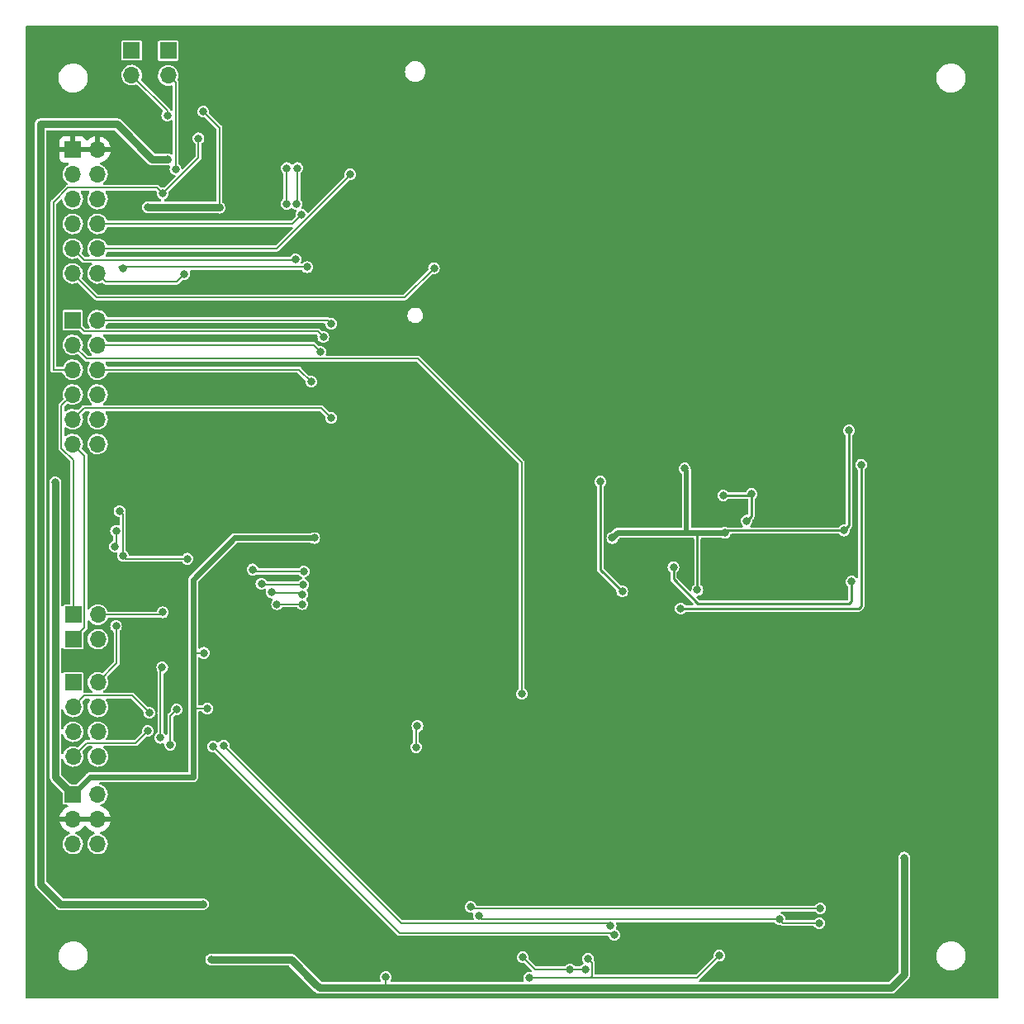
<source format=gbl>
%TF.GenerationSoftware,KiCad,Pcbnew,6.0.4-6f826c9f35~116~ubuntu18.04.1*%
%TF.CreationDate,2022-03-28T11:59:59-03:00*%
%TF.ProjectId,CommBoard,436f6d6d-426f-4617-9264-2e6b69636164,rev?*%
%TF.SameCoordinates,Original*%
%TF.FileFunction,Copper,L2,Bot*%
%TF.FilePolarity,Positive*%
%FSLAX46Y46*%
G04 Gerber Fmt 4.6, Leading zero omitted, Abs format (unit mm)*
G04 Created by KiCad (PCBNEW 6.0.4-6f826c9f35~116~ubuntu18.04.1) date 2022-03-28 11:59:59*
%MOMM*%
%LPD*%
G01*
G04 APERTURE LIST*
%TA.AperFunction,ComponentPad*%
%ADD10R,1.700000X1.700000*%
%TD*%
%TA.AperFunction,ComponentPad*%
%ADD11O,1.700000X1.700000*%
%TD*%
%TA.AperFunction,ViaPad*%
%ADD12C,0.800000*%
%TD*%
%TA.AperFunction,ViaPad*%
%ADD13C,0.600000*%
%TD*%
%TA.AperFunction,Conductor*%
%ADD14C,0.800000*%
%TD*%
%TA.AperFunction,Conductor*%
%ADD15C,0.200000*%
%TD*%
%TA.AperFunction,Conductor*%
%ADD16C,0.250000*%
%TD*%
%TA.AperFunction,Conductor*%
%ADD17C,0.500000*%
%TD*%
%TA.AperFunction,Conductor*%
%ADD18C,0.600000*%
%TD*%
G04 APERTURE END LIST*
D10*
%TO.P,J6,1,Pin_1*%
%TO.N,TX*%
X34974744Y-83666233D03*
D11*
%TO.P,J6,2,Pin_2*%
%TO.N,FT_TX*%
X37514744Y-83666233D03*
%TD*%
D10*
%TO.P,J7,1,Pin_1*%
%TO.N,RX*%
X34974744Y-86166233D03*
D11*
%TO.P,J7,2,Pin_2*%
%TO.N,FT_RX*%
X37514744Y-86166233D03*
%TD*%
D10*
%TO.P,J4,1,Pin_1*%
%TO.N,Net-(J4-Pad1)*%
X44724744Y-25836233D03*
D11*
%TO.P,J4,2,Pin_2*%
%TO.N,Net-(J4-Pad2)*%
X44724744Y-28376233D03*
%TD*%
D10*
%TO.P,J5,1,Pin_1*%
%TO.N,Net-(J5-Pad1)*%
X40974744Y-25796233D03*
D11*
%TO.P,J5,2,Pin_2*%
%TO.N,Net-(J5-Pad2)*%
X40974744Y-28336233D03*
%TD*%
D10*
%TO.P,J1,1,Pin_1*%
%TO.N,+3V3*%
X34934744Y-102086233D03*
D11*
%TO.P,J1,2,Pin_2*%
%TO.N,Net-(J1-Pad2)*%
X37474744Y-102086233D03*
%TO.P,J1,3,Pin_3*%
%TO.N,GND*%
X34934744Y-104626233D03*
%TO.P,J1,4,Pin_4*%
X37474744Y-104626233D03*
%TO.P,J1,5,Pin_5*%
%TO.N,Net-(J1-Pad5)*%
X34934744Y-107166233D03*
%TO.P,J1,6,Pin_6*%
%TO.N,+3V3*%
X37474744Y-107166233D03*
%TD*%
D10*
%TO.P,J9,1,Pin_1*%
%TO.N,DIO1*%
X34934744Y-53466233D03*
D11*
%TO.P,J9,2,Pin_2*%
%TO.N,RST_LoRa*%
X37474744Y-53466233D03*
%TO.P,J9,3,Pin_3*%
%TO.N,PWRKEY*%
X34934744Y-56006233D03*
%TO.P,J9,4,Pin_4*%
%TO.N,RXTX_RF*%
X37474744Y-56006233D03*
%TO.P,J9,5,Pin_5*%
%TO.N,ShutDown*%
X34934744Y-58546233D03*
%TO.P,J9,6,Pin_6*%
%TO.N,DIO2*%
X37474744Y-58546233D03*
%TO.P,J9,7,Pin_7*%
%TO.N,TX*%
X34934744Y-61086233D03*
%TO.P,J9,8,Pin_8*%
%TO.N,MOSI*%
X37474744Y-61086233D03*
%TO.P,J9,9,Pin_9*%
%TO.N,DIO0*%
X34934744Y-63626233D03*
%TO.P,J9,10,Pin_10*%
%TO.N,MISO*%
X37474744Y-63626233D03*
%TO.P,J9,11,Pin_11*%
%TO.N,RX*%
X34934744Y-66166233D03*
%TO.P,J9,12,Pin_12*%
%TO.N,SCK*%
X37474744Y-66166233D03*
%TD*%
D10*
%TO.P,J3,1,Pin_1*%
%TO.N,SW_RX1*%
X34974744Y-90576233D03*
D11*
%TO.P,J3,2,Pin_2*%
%TO.N,TX*%
X37514744Y-90576233D03*
%TO.P,J3,3,Pin_3*%
%TO.N,GSM_RX1*%
X34974744Y-93116233D03*
%TO.P,J3,4,Pin_4*%
%TO.N,TX*%
X37514744Y-93116233D03*
%TO.P,J3,5,Pin_5*%
%TO.N,SW_TX1*%
X34974744Y-95656233D03*
%TO.P,J3,6,Pin_6*%
%TO.N,RX*%
X37514744Y-95656233D03*
%TO.P,J3,7,Pin_7*%
%TO.N,GSM_TX1*%
X34974744Y-98196233D03*
%TO.P,J3,8,Pin_8*%
%TO.N,RX*%
X37514744Y-98196233D03*
%TD*%
D10*
%TO.P,J8,1,Pin_1*%
%TO.N,GND*%
X34934744Y-35966233D03*
D11*
%TO.P,J8,2,Pin_2*%
X37474744Y-35966233D03*
%TO.P,J8,3,Pin_3*%
%TO.N,+5*%
X34934744Y-38506233D03*
%TO.P,J8,4,Pin_4*%
X37474744Y-38506233D03*
%TO.P,J8,5,Pin_5*%
%TO.N,3.3V*%
X34934744Y-41046233D03*
%TO.P,J8,6,Pin_6*%
X37474744Y-41046233D03*
%TO.P,J8,7,Pin_7*%
%TO.N,DIO3*%
X34934744Y-43586233D03*
%TO.P,J8,8,Pin_8*%
%TO.N,DIO4*%
X37474744Y-43586233D03*
%TO.P,J8,9,Pin_9*%
%TO.N,DIO5*%
X34934744Y-46126233D03*
%TO.P,J8,10,Pin_10*%
%TO.N,T{slash}R*%
X37474744Y-46126233D03*
%TO.P,J8,11,Pin_11*%
%TO.N,GPIO*%
X34934744Y-48666233D03*
%TO.P,J8,12,Pin_12*%
%TO.N,NSS_LoRa*%
X37474744Y-48666233D03*
%TD*%
D12*
%TO.N,+5V*%
X48274744Y-113326233D03*
X44674744Y-36976233D03*
%TO.N,SW_EN*%
X43924744Y-96276233D03*
X44108755Y-89076733D03*
%TO.N,GSM_EN*%
X45574744Y-93376233D03*
X44924744Y-96976233D03*
%TO.N,3.3V*%
X42624744Y-41876233D03*
X48324744Y-32076233D03*
X49974744Y-41926233D03*
%TO.N,GPIO*%
X71974744Y-48126233D03*
%TO.N,+3V8*%
X49124744Y-119026233D03*
X120174744Y-108576233D03*
X67024744Y-120826233D03*
%TO.N,Net-(C26-Pad1)*%
X81724744Y-120876233D03*
X101224744Y-118626233D03*
X87755323Y-118937002D03*
%TO.N,SIM_VDD*%
X76574744Y-114526233D03*
X107374744Y-114876233D03*
X111474744Y-115276233D03*
%TO.N,SIM_GND*%
X111574744Y-113776233D03*
X75724744Y-113626233D03*
%TO.N,T{slash}R*%
X63374744Y-38526233D03*
%TO.N,RXTX_RF_ext*%
X96524744Y-78776233D03*
X91274744Y-81276233D03*
X89024744Y-70026233D03*
X114774744Y-80276233D03*
%TO.N,SW_TX*%
X57974744Y-37876233D03*
X57874744Y-41526233D03*
%TO.N,SW_RX*%
X56874744Y-37876233D03*
X56875241Y-41526233D03*
%TO.N,{slash}RXTX_SW*%
X115774744Y-68276233D03*
X97274744Y-83026233D03*
%TO.N,GSM_RX1*%
X42774744Y-93726233D03*
%TO.N,GSM_TX1*%
X42624744Y-95576233D03*
%TO.N,TX*%
X39374744Y-84826233D03*
%TO.N,Net-(J4-Pad2)*%
X45474744Y-37976233D03*
%TO.N,Net-(J5-Pad2)*%
X44624744Y-32476233D03*
%TO.N,FT_TX*%
X44162244Y-83413733D03*
%TO.N,DIO3*%
X58974744Y-48026233D03*
X40074744Y-48126233D03*
%TO.N,DIO4*%
X58374744Y-42626233D03*
%TO.N,DIO5*%
X57775244Y-47224793D03*
%TO.N,NSS_LoRa*%
X58475233Y-82576722D03*
X55875233Y-82576722D03*
X46374744Y-48725733D03*
%TO.N,DIO1*%
X60624744Y-55176233D03*
%TO.N,RST_LoRa*%
X61424744Y-53826233D03*
%TO.N,PWRKEY*%
X80974744Y-91776233D03*
%TO.N,RXTX_RF*%
X60317232Y-56697222D03*
%TO.N,ShutDown*%
X44174744Y-40476233D03*
X47824744Y-34826233D03*
%TO.N,DIO2*%
X59375244Y-59776233D03*
%TO.N,MOSI*%
X58457961Y-81568889D03*
X55324744Y-81376233D03*
%TO.N,DIO0*%
X61424744Y-63476233D03*
%TO.N,MISO*%
X58574744Y-80576233D03*
X54274744Y-80476233D03*
%TO.N,SCK*%
X53374744Y-79026233D03*
X58624744Y-79226233D03*
%TO.N,Net-(R7-Pad2)*%
X39375244Y-75061309D03*
X39275244Y-76666204D03*
%TO.N,GSM_RX*%
X50424744Y-97076233D03*
X90081187Y-115575733D03*
%TO.N,GSM_TX*%
X90448343Y-116505358D03*
X49324744Y-97176233D03*
%TO.N,STAT*%
X70274744Y-95076233D03*
X70124744Y-97226233D03*
%TO.N,+3V3*%
X101774744Y-75276233D03*
X98974744Y-81126233D03*
X114024744Y-75026233D03*
X97674744Y-68676233D03*
X90254744Y-75796233D03*
X59694744Y-75796233D03*
X114524744Y-64776233D03*
X48724744Y-93276233D03*
X33124744Y-70076233D03*
X48374744Y-87576233D03*
%TO.N,Net-(C13-Pad1)*%
X40074744Y-77626233D03*
X46674744Y-77926233D03*
X39724744Y-73026233D03*
%TO.N,Net-(C29-Pad1)*%
X81074744Y-118776233D03*
X87474744Y-120026233D03*
X85924744Y-120026233D03*
%TO.N,Net-(C44-Pad1)*%
X104524744Y-71276233D03*
X101623144Y-71412533D03*
X104024744Y-74026233D03*
D13*
%TO.N,GND*%
X109374744Y-66326233D03*
X105274744Y-73226233D03*
X121874744Y-86026233D03*
D12*
X97024744Y-72526233D03*
X44974744Y-92126233D03*
D13*
X107874744Y-64926233D03*
X110274744Y-79826233D03*
X113774744Y-80326233D03*
X112174744Y-66426233D03*
X101874744Y-69326233D03*
X109274744Y-75726233D03*
X111074744Y-65026233D03*
X111874744Y-72026233D03*
X123374744Y-86826233D03*
X111874744Y-65326233D03*
X103774744Y-66326233D03*
X122974744Y-59126233D03*
X109174744Y-81426233D03*
X122574744Y-86426233D03*
X107074744Y-71526233D03*
X106115144Y-78693992D03*
X102174744Y-66426233D03*
X123674744Y-58726233D03*
X102474744Y-65126233D03*
X123974744Y-64726233D03*
X111874744Y-69526233D03*
X107174744Y-81426233D03*
X105374744Y-81226233D03*
X117974744Y-78526233D03*
X110174744Y-78726233D03*
X109374744Y-79726233D03*
X109974744Y-69226233D03*
X123374744Y-62226233D03*
X111974744Y-79726233D03*
X116674744Y-64726233D03*
X108974744Y-78726233D03*
X104974744Y-69226233D03*
X109174744Y-69426233D03*
X103574744Y-79626233D03*
X105774744Y-69426233D03*
X106874744Y-65226233D03*
X110774744Y-73226233D03*
X107874744Y-63626233D03*
X121074744Y-64226233D03*
X122674744Y-64726233D03*
X108174744Y-81426233D03*
X103474744Y-61826233D03*
X121174744Y-83626233D03*
X112274744Y-75726233D03*
X121374744Y-62826233D03*
X120574744Y-81226233D03*
X111374744Y-66426233D03*
X105174744Y-75926233D03*
X117474744Y-64526233D03*
X104374744Y-81326233D03*
X112474744Y-78626233D03*
X111574744Y-81226233D03*
X113174744Y-68826233D03*
X102374744Y-81426233D03*
X109774744Y-72526233D03*
X108974744Y-61926233D03*
X111074744Y-75826233D03*
X117274744Y-81426233D03*
X107174744Y-75826233D03*
X100374744Y-66826233D03*
X108674744Y-63626233D03*
X106674744Y-69226233D03*
X106274744Y-75726233D03*
X107774744Y-79526233D03*
X117174744Y-80626233D03*
X106374744Y-81326233D03*
X100074744Y-79826233D03*
X109374744Y-70626233D03*
X109974744Y-81226233D03*
X99674744Y-81826233D03*
X116574744Y-65926233D03*
X122974744Y-83326233D03*
X121374744Y-61826233D03*
X113374744Y-72426233D03*
X105774744Y-65226233D03*
X112574744Y-79326233D03*
X108074744Y-75826233D03*
X101574744Y-79626233D03*
X109474744Y-63626233D03*
X102974744Y-66326233D03*
X108774744Y-72026233D03*
X104374744Y-78126233D03*
X100074744Y-79026233D03*
X116574744Y-80326233D03*
D12*
X94474744Y-109626233D03*
D13*
X121574744Y-60126233D03*
X99974744Y-81226233D03*
X111174744Y-79826233D03*
X122174744Y-59426233D03*
X118674744Y-81926233D03*
X108274744Y-69326233D03*
X103874744Y-72226233D03*
X116574744Y-67326233D03*
X107974744Y-78726233D03*
X111474744Y-78726233D03*
X107474744Y-66326233D03*
X112874744Y-73826233D03*
X124074744Y-82926233D03*
X100974744Y-79226233D03*
X124674744Y-63926233D03*
D12*
X76974744Y-117126233D03*
D13*
X123974744Y-83626233D03*
X113374744Y-64726233D03*
X103574744Y-65126233D03*
X104274744Y-68126233D03*
D12*
X37974744Y-73126233D03*
D13*
X100974744Y-69626233D03*
X123974744Y-87726233D03*
X111074744Y-63626233D03*
X105174744Y-78626233D03*
X123174744Y-83926233D03*
X105374744Y-72126233D03*
X101474744Y-65126233D03*
X122274744Y-81126233D03*
X113074744Y-68026233D03*
X103474744Y-81426233D03*
X105774744Y-71326233D03*
X113574744Y-81726233D03*
X102574744Y-79626233D03*
X95874744Y-61926233D03*
X121874744Y-64326233D03*
X86274744Y-68426233D03*
X107174744Y-73026233D03*
X120974744Y-82726233D03*
X113074744Y-80826233D03*
X86174744Y-77026233D03*
X120674744Y-62826233D03*
X105974744Y-74026233D03*
X123274744Y-80926233D03*
X124074744Y-84326233D03*
X110274744Y-75826233D03*
X108074744Y-70526233D03*
X121374744Y-60926233D03*
X113474744Y-76926233D03*
X104574744Y-79626233D03*
X111774744Y-74026233D03*
X124274744Y-82026233D03*
X110774744Y-81226233D03*
X101974744Y-68626233D03*
X108374744Y-66326233D03*
X118074744Y-81526233D03*
X118774744Y-63326233D03*
X101974744Y-67226233D03*
D12*
X45974744Y-97626233D03*
D13*
X104774744Y-66326233D03*
X103474744Y-77726233D03*
X112674744Y-69426233D03*
X109474744Y-64926233D03*
X114174744Y-76226233D03*
X117374744Y-77726233D03*
X120374744Y-64226233D03*
X103974744Y-78826233D03*
X106574744Y-79626233D03*
X113274744Y-75926233D03*
X100274744Y-65926233D03*
X95874744Y-63526233D03*
X104674744Y-65126233D03*
X105574744Y-79626233D03*
X101974744Y-79026233D03*
X111874744Y-63826233D03*
X116474744Y-77726233D03*
X116974744Y-61826233D03*
X112374744Y-81126233D03*
X100574744Y-65126233D03*
X100274744Y-69726233D03*
X112674744Y-64226233D03*
X108774744Y-73826233D03*
X108674744Y-64926233D03*
X114374744Y-77026233D03*
X113774744Y-68126233D03*
X113274744Y-62326233D03*
X119474744Y-63026233D03*
X112574744Y-65826233D03*
X121174744Y-84526233D03*
X123974744Y-61626233D03*
X91772077Y-61517360D03*
X121274744Y-85326233D03*
X117174744Y-82926233D03*
D12*
X96974744Y-115626233D03*
D13*
X124474744Y-62826233D03*
X106474744Y-66326233D03*
X121274744Y-81426233D03*
X110274744Y-64926233D03*
X105574744Y-66326233D03*
X119874744Y-81026233D03*
X101975684Y-67963766D03*
D12*
X98474744Y-65626233D03*
D13*
X110274744Y-63626233D03*
X117574744Y-67426233D03*
X106974744Y-78726233D03*
X110274744Y-66326233D03*
X107374744Y-69226233D03*
X102974744Y-78726233D03*
X103874744Y-73026233D03*
X110574744Y-71326233D03*
X118174744Y-63926233D03*
X108574744Y-79526233D03*
X110774744Y-69226233D03*
X112974744Y-70826233D03*
%TD*%
D14*
%TO.N,+5V*%
X31624744Y-111276233D02*
X33674744Y-113326233D01*
X33674744Y-113326233D02*
X48274744Y-113326233D01*
X31624744Y-33376233D02*
X31624744Y-111276233D01*
X43074744Y-36976233D02*
X39474744Y-33376233D01*
X39474744Y-33376233D02*
X31624744Y-33376233D01*
X44674744Y-36976233D02*
X43074744Y-36976233D01*
D15*
%TO.N,SW_EN*%
X43924744Y-96276233D02*
X43924744Y-89260744D01*
X43924744Y-89260744D02*
X44108755Y-89076733D01*
%TO.N,GSM_EN*%
X44924744Y-96976233D02*
X44924744Y-94026233D01*
X44924744Y-94026233D02*
X45574744Y-93376233D01*
%TO.N,3.3V*%
X48324744Y-32076233D02*
X49974744Y-33726233D01*
D14*
X42624744Y-41876233D02*
X49924744Y-41876233D01*
D15*
X49974744Y-33726233D02*
X49974744Y-41926233D01*
D14*
X49924744Y-41876233D02*
X49974744Y-41926233D01*
D15*
%TO.N,GPIO*%
X37394744Y-51126233D02*
X68974744Y-51126233D01*
X34934744Y-48666233D02*
X37394744Y-51126233D01*
X68974744Y-51126233D02*
X71974744Y-48126233D01*
D14*
%TO.N,+3V8*%
X118824744Y-121926233D02*
X120174744Y-120576233D01*
X120174744Y-120576233D02*
X120174744Y-108576233D01*
D15*
X67024744Y-120826233D02*
X67024744Y-121876233D01*
D14*
X59774744Y-121476233D02*
X60224744Y-121926233D01*
X66974744Y-121926233D02*
X118824744Y-121926233D01*
D15*
X67024744Y-121876233D02*
X66974744Y-121926233D01*
D14*
X60224744Y-121926233D02*
X66974744Y-121926233D01*
X57324744Y-119026233D02*
X59774744Y-121476233D01*
X49124744Y-119026233D02*
X57324744Y-119026233D01*
D15*
%TO.N,Net-(C26-Pad1)*%
X87974744Y-120876233D02*
X88174245Y-120676732D01*
X88174245Y-120676732D02*
X88174245Y-119355924D01*
X87974744Y-120876233D02*
X98974744Y-120876233D01*
X88174245Y-119355924D02*
X87755323Y-118937002D01*
X98974744Y-120876233D02*
X101224744Y-118626233D01*
X81724744Y-120876233D02*
X87974744Y-120876233D01*
%TO.N,SIM_VDD*%
X76824744Y-114876233D02*
X76574744Y-114626233D01*
X76574744Y-114626233D02*
X76574744Y-114526233D01*
X111474744Y-115276233D02*
X107774744Y-115276233D01*
X107774744Y-115276233D02*
X107374744Y-114876233D01*
X107374744Y-114876233D02*
X76824744Y-114876233D01*
%TO.N,SIM_GND*%
X75874744Y-113776233D02*
X75724744Y-113626233D01*
X111574744Y-113776233D02*
X75874744Y-113776233D01*
%TO.N,T{slash}R*%
X37474744Y-46126233D02*
X55863989Y-46126233D01*
X55863989Y-46126233D02*
X63374744Y-38615478D01*
X63374744Y-38615478D02*
X63374744Y-38526233D01*
D16*
%TO.N,RXTX_RF_ext*%
X99024744Y-82526233D02*
X114524744Y-82526233D01*
X96524744Y-78776233D02*
X96524744Y-80026233D01*
X89024744Y-79026233D02*
X91274744Y-81276233D01*
X96524744Y-80026233D02*
X99024744Y-82526233D01*
X89024744Y-70026233D02*
X89024744Y-79026233D01*
X114774744Y-82276233D02*
X114774744Y-80276233D01*
X114524744Y-82526233D02*
X114774744Y-82276233D01*
D15*
%TO.N,SW_TX*%
X57974744Y-41426233D02*
X57874744Y-41526233D01*
X57974744Y-37876233D02*
X57974744Y-41426233D01*
%TO.N,SW_RX*%
X56824744Y-37926233D02*
X56824744Y-41475736D01*
X56824744Y-41475736D02*
X56875241Y-41526233D01*
X56874744Y-37876233D02*
X56824744Y-37926233D01*
D16*
%TO.N,{slash}RXTX_SW*%
X97274744Y-83026233D02*
X115524744Y-83026233D01*
X115524744Y-83026233D02*
X115774744Y-82776233D01*
X115774744Y-82776233D02*
X115774744Y-68276233D01*
D15*
%TO.N,GSM_RX1*%
X41015233Y-91966722D02*
X42774744Y-93726233D01*
X36124255Y-91966722D02*
X41015233Y-91966722D01*
X34974744Y-93116233D02*
X36124255Y-91966722D01*
%TO.N,GSM_TX1*%
X42624744Y-95576233D02*
X41395233Y-96805744D01*
X36365233Y-96805744D02*
X34974744Y-98196233D01*
X41395233Y-96805744D02*
X36365233Y-96805744D01*
%TO.N,TX*%
X39424744Y-84876233D02*
X39374744Y-84826233D01*
X33774744Y-62246233D02*
X34934744Y-61086233D01*
X34974744Y-67831888D02*
X33774744Y-66631888D01*
X37514744Y-90576233D02*
X39424744Y-88666233D01*
X33774744Y-66631888D02*
X33774744Y-62246233D01*
X34974744Y-83666233D02*
X34974744Y-67831888D01*
X39424744Y-88666233D02*
X39424744Y-84876233D01*
%TO.N,RX*%
X36124255Y-85016722D02*
X34974744Y-86166233D01*
X34934744Y-66166233D02*
X36124255Y-67355744D01*
X36124255Y-67355744D02*
X36124255Y-85016722D01*
%TO.N,Net-(J4-Pad2)*%
X45474744Y-29126233D02*
X44724744Y-28376233D01*
X45474744Y-37976233D02*
X45474744Y-29126233D01*
%TO.N,Net-(J5-Pad2)*%
X44624744Y-31986233D02*
X40974744Y-28336233D01*
X44624744Y-32476233D02*
X44624744Y-31986233D01*
%TO.N,FT_TX*%
X43834744Y-83666233D02*
X37514744Y-83666233D01*
X44124744Y-83376233D02*
X43834744Y-83666233D01*
X44162244Y-83413733D02*
X44124744Y-83376233D01*
%TO.N,DIO3*%
X39674744Y-48026233D02*
X39774744Y-48126233D01*
X58974744Y-48026233D02*
X39674744Y-48026233D01*
X39774744Y-48126233D02*
X40074744Y-48126233D01*
%TO.N,DIO4*%
X57414744Y-43586233D02*
X37474744Y-43586233D01*
X58374744Y-42626233D02*
X57414744Y-43586233D01*
%TO.N,DIO5*%
X36084744Y-47276233D02*
X57723804Y-47276233D01*
X34934744Y-46126233D02*
X36084744Y-47276233D01*
X57723804Y-47276233D02*
X57775244Y-47224793D01*
%TO.N,NSS_LoRa*%
X38324744Y-49516233D02*
X45584244Y-49516233D01*
X45584244Y-49516233D02*
X46374744Y-48725733D01*
X58475233Y-82576722D02*
X55875233Y-82576722D01*
X37474744Y-48666233D02*
X38324744Y-49516233D01*
%TO.N,DIO1*%
X60624744Y-55176233D02*
X60064255Y-54615744D01*
X60064255Y-54615744D02*
X36084255Y-54615744D01*
X36084255Y-54615744D02*
X34934744Y-53466233D01*
%TO.N,RST_LoRa*%
X61424744Y-53826233D02*
X61064744Y-53466233D01*
X61064744Y-53466233D02*
X37474744Y-53466233D01*
%TO.N,PWRKEY*%
X34934744Y-56006233D02*
X36325233Y-57396722D01*
X36325233Y-57396722D02*
X70295233Y-57396722D01*
X70295233Y-57396722D02*
X80974744Y-68076233D01*
X80974744Y-68076233D02*
X80974744Y-91776233D01*
%TO.N,RXTX_RF*%
X37474744Y-56006233D02*
X59626243Y-56006233D01*
X59626243Y-56006233D02*
X60317232Y-56697222D01*
%TO.N,ShutDown*%
X43595233Y-39896722D02*
X44174744Y-40476233D01*
X44174744Y-40476233D02*
X47824744Y-36826233D01*
X32944744Y-41410578D02*
X34458600Y-39896722D01*
X32944744Y-58546233D02*
X32944744Y-41410578D01*
X34934744Y-58546233D02*
X32944744Y-58546233D01*
X43545233Y-39896722D02*
X43595233Y-39896722D01*
X47824744Y-36826233D02*
X47824744Y-34826233D01*
X34458600Y-39896722D02*
X43545233Y-39896722D01*
%TO.N,DIO2*%
X58145244Y-58546233D02*
X59375244Y-59776233D01*
X37474744Y-58546233D02*
X58145244Y-58546233D01*
%TO.N,MOSI*%
X58315305Y-81426233D02*
X58457961Y-81568889D01*
X55324744Y-81376233D02*
X55374744Y-81426233D01*
X55374744Y-81426233D02*
X58315305Y-81426233D01*
%TO.N,DIO0*%
X61424744Y-63476233D02*
X60425233Y-62476722D01*
X60425233Y-62476722D02*
X36084255Y-62476722D01*
X36084255Y-62476722D02*
X34934744Y-63626233D01*
%TO.N,MISO*%
X54374744Y-80576233D02*
X54274744Y-80476233D01*
X58574744Y-80576233D02*
X54374744Y-80576233D01*
%TO.N,SCK*%
X58624744Y-79226233D02*
X53574744Y-79226233D01*
X53574744Y-79226233D02*
X53374744Y-79026233D01*
%TO.N,Net-(R7-Pad2)*%
X39375244Y-76566204D02*
X39375244Y-75061309D01*
X39275244Y-76666204D02*
X39375244Y-76566204D01*
%TO.N,GSM_RX*%
X89781198Y-115275744D02*
X90081187Y-115575733D01*
X68624255Y-115275744D02*
X89781198Y-115275744D01*
X50424744Y-97076233D02*
X68624255Y-115275744D01*
%TO.N,GSM_TX*%
X68424744Y-116276233D02*
X90219218Y-116276233D01*
X49324744Y-97176233D02*
X68424744Y-116276233D01*
X90219218Y-116276233D02*
X90448343Y-116505358D01*
%TO.N,STAT*%
X70124744Y-95226233D02*
X70124744Y-97226233D01*
X70274744Y-95076233D02*
X70124744Y-95226233D01*
D17*
%TO.N,+3V3*%
X97874245Y-75176732D02*
X97774744Y-75276233D01*
D18*
X98824744Y-75276233D02*
X101774744Y-75276233D01*
X59694744Y-75796233D02*
X51554744Y-75796233D01*
X90774744Y-75276233D02*
X97774744Y-75276233D01*
X51554744Y-75796233D02*
X47274744Y-80076233D01*
D17*
X97674744Y-68676233D02*
X97874245Y-68875734D01*
D16*
X114024744Y-75026233D02*
X114524744Y-74526233D01*
D18*
X47274744Y-93026233D02*
X47274744Y-100326233D01*
D16*
X98974744Y-81126233D02*
X98974744Y-75426233D01*
D17*
X97874245Y-68875734D02*
X97874245Y-75176732D01*
D16*
X114524744Y-74526233D02*
X114524744Y-64776233D01*
X114024744Y-75026233D02*
X102024744Y-75026233D01*
D15*
X48374744Y-87576233D02*
X47374744Y-87576233D01*
D18*
X97774744Y-75276233D02*
X98824744Y-75276233D01*
D16*
X98974744Y-75426233D02*
X98824744Y-75276233D01*
D15*
X48724744Y-93276233D02*
X47524744Y-93276233D01*
D18*
X90254744Y-75796233D02*
X90774744Y-75276233D01*
D14*
X33124744Y-70076233D02*
X33124744Y-100276233D01*
D18*
X47274744Y-80076233D02*
X47274744Y-87676233D01*
D15*
X47374744Y-87576233D02*
X47274744Y-87676233D01*
D14*
X33124744Y-100276233D02*
X34934744Y-102086233D01*
D15*
X47524744Y-93276233D02*
X47274744Y-93026233D01*
D16*
X102024744Y-75026233D02*
X101774744Y-75276233D01*
D18*
X47274744Y-87676233D02*
X47274744Y-93026233D01*
X36694744Y-100326233D02*
X34934744Y-102086233D01*
X47274744Y-100326233D02*
X36694744Y-100326233D01*
D15*
%TO.N,Net-(C13-Pad1)*%
X40074744Y-77626233D02*
X40074744Y-73326233D01*
X40074744Y-73326233D02*
X39774744Y-73026233D01*
X40374744Y-77926233D02*
X40074744Y-77626233D01*
X39774744Y-73026233D02*
X39724744Y-73026233D01*
X46674744Y-77926233D02*
X40374744Y-77926233D01*
%TO.N,Net-(C29-Pad1)*%
X85924744Y-120026233D02*
X82324744Y-120026233D01*
X82324744Y-120026233D02*
X81074744Y-118776233D01*
X87474744Y-120026233D02*
X85924744Y-120026233D01*
D16*
%TO.N,Net-(C44-Pad1)*%
X104024744Y-74026233D02*
X104524744Y-73526233D01*
X101623144Y-71412533D02*
X104388444Y-71412533D01*
X104524744Y-73526233D02*
X104524744Y-71276233D01*
X104388444Y-71412533D02*
X104524744Y-71276233D01*
%TD*%
%TA.AperFunction,Conductor*%
%TO.N,GND*%
G36*
X129789365Y-23273735D02*
G01*
X129835858Y-23327391D01*
X129847244Y-23379733D01*
X129847244Y-122872733D01*
X129827242Y-122940854D01*
X129773586Y-122987347D01*
X129721244Y-122998733D01*
X30228244Y-122998733D01*
X30160123Y-122978731D01*
X30113630Y-122925075D01*
X30102244Y-122872733D01*
X30102244Y-118731261D01*
X33472769Y-118731261D01*
X33510091Y-118975163D01*
X33586747Y-119209693D01*
X33597754Y-119230837D01*
X33689037Y-119406189D01*
X33700679Y-119428554D01*
X33703782Y-119432687D01*
X33703784Y-119432690D01*
X33832780Y-119604497D01*
X33848827Y-119625869D01*
X34027212Y-119796337D01*
X34031484Y-119799251D01*
X34031485Y-119799252D01*
X34060637Y-119819138D01*
X34231044Y-119935382D01*
X34342946Y-119987325D01*
X34450153Y-120037089D01*
X34450157Y-120037090D01*
X34454848Y-120039268D01*
X34692615Y-120105207D01*
X34697752Y-120105756D01*
X34890701Y-120126377D01*
X34890709Y-120126377D01*
X34894036Y-120126733D01*
X35037298Y-120126733D01*
X35039871Y-120126521D01*
X35039882Y-120126521D01*
X35215504Y-120112082D01*
X35215510Y-120112081D01*
X35220655Y-120111658D01*
X35459961Y-120051549D01*
X35686237Y-119953161D01*
X35893405Y-119819138D01*
X35915260Y-119799252D01*
X36036614Y-119688828D01*
X36075902Y-119653079D01*
X36079101Y-119649028D01*
X36079105Y-119649024D01*
X36225625Y-119463497D01*
X36225628Y-119463492D01*
X36228826Y-119459443D01*
X36231321Y-119454924D01*
X36345574Y-119247955D01*
X36345576Y-119247951D01*
X36348071Y-119243431D01*
X36350714Y-119235969D01*
X36424985Y-119026233D01*
X48519062Y-119026233D01*
X48539700Y-119182995D01*
X48600208Y-119329074D01*
X48696462Y-119454515D01*
X48821903Y-119550769D01*
X48967982Y-119611277D01*
X49124744Y-119631915D01*
X49132932Y-119630837D01*
X49155917Y-119627811D01*
X49172363Y-119626733D01*
X57023819Y-119626733D01*
X57091940Y-119646735D01*
X57112914Y-119663638D01*
X59766447Y-122317171D01*
X59777314Y-122329561D01*
X59796462Y-122354515D01*
X59921903Y-122450769D01*
X60067982Y-122511277D01*
X60224744Y-122531915D01*
X60232932Y-122530837D01*
X60255917Y-122527811D01*
X60272363Y-122526733D01*
X118777125Y-122526733D01*
X118793571Y-122527811D01*
X118824744Y-122531915D01*
X118832932Y-122530837D01*
X118864105Y-122526733D01*
X118973318Y-122512355D01*
X118981506Y-122511277D01*
X119127585Y-122450769D01*
X119253026Y-122354515D01*
X119272174Y-122329561D01*
X119283041Y-122317171D01*
X120565682Y-121034530D01*
X120578073Y-121023662D01*
X120596480Y-121009538D01*
X120603026Y-121004515D01*
X120699280Y-120879074D01*
X120759788Y-120732995D01*
X120763516Y-120704680D01*
X120780426Y-120576233D01*
X120776322Y-120545060D01*
X120775244Y-120528614D01*
X120775244Y-118731261D01*
X123472769Y-118731261D01*
X123510091Y-118975163D01*
X123586747Y-119209693D01*
X123597754Y-119230837D01*
X123689037Y-119406189D01*
X123700679Y-119428554D01*
X123703782Y-119432687D01*
X123703784Y-119432690D01*
X123832780Y-119604497D01*
X123848827Y-119625869D01*
X124027212Y-119796337D01*
X124031484Y-119799251D01*
X124031485Y-119799252D01*
X124060637Y-119819138D01*
X124231044Y-119935382D01*
X124342946Y-119987325D01*
X124450153Y-120037089D01*
X124450157Y-120037090D01*
X124454848Y-120039268D01*
X124692615Y-120105207D01*
X124697752Y-120105756D01*
X124890701Y-120126377D01*
X124890709Y-120126377D01*
X124894036Y-120126733D01*
X125037298Y-120126733D01*
X125039871Y-120126521D01*
X125039882Y-120126521D01*
X125215504Y-120112082D01*
X125215510Y-120112081D01*
X125220655Y-120111658D01*
X125459961Y-120051549D01*
X125686237Y-119953161D01*
X125893405Y-119819138D01*
X125915260Y-119799252D01*
X126036614Y-119688828D01*
X126075902Y-119653079D01*
X126079101Y-119649028D01*
X126079105Y-119649024D01*
X126225625Y-119463497D01*
X126225628Y-119463492D01*
X126228826Y-119459443D01*
X126231321Y-119454924D01*
X126345574Y-119247955D01*
X126345576Y-119247951D01*
X126348071Y-119243431D01*
X126350714Y-119235969D01*
X126428709Y-119015718D01*
X126428710Y-119015714D01*
X126430435Y-119010843D01*
X126435915Y-118980078D01*
X126472799Y-118773016D01*
X126472800Y-118773010D01*
X126473705Y-118767927D01*
X126475612Y-118611842D01*
X126476656Y-118526375D01*
X126476656Y-118526373D01*
X126476719Y-118521205D01*
X126439397Y-118277303D01*
X126362741Y-118042773D01*
X126248809Y-117823912D01*
X126100661Y-117626597D01*
X125922276Y-117456129D01*
X125893956Y-117436810D01*
X125722723Y-117320003D01*
X125722724Y-117320003D01*
X125718444Y-117317084D01*
X125606542Y-117265141D01*
X125499335Y-117215377D01*
X125499331Y-117215376D01*
X125494640Y-117213198D01*
X125256873Y-117147259D01*
X125251736Y-117146710D01*
X125058787Y-117126089D01*
X125058779Y-117126089D01*
X125055452Y-117125733D01*
X124912190Y-117125733D01*
X124909617Y-117125945D01*
X124909606Y-117125945D01*
X124733984Y-117140384D01*
X124733978Y-117140385D01*
X124728833Y-117140808D01*
X124489527Y-117200917D01*
X124263251Y-117299305D01*
X124056083Y-117433328D01*
X124052258Y-117436808D01*
X124052256Y-117436810D01*
X124031025Y-117456129D01*
X123873586Y-117599387D01*
X123870387Y-117603438D01*
X123870383Y-117603442D01*
X123723863Y-117788969D01*
X123723860Y-117788974D01*
X123720662Y-117793023D01*
X123718169Y-117797539D01*
X123718167Y-117797542D01*
X123705894Y-117819776D01*
X123601417Y-118009035D01*
X123599693Y-118013904D01*
X123599691Y-118013908D01*
X123534518Y-118197951D01*
X123519053Y-118241623D01*
X123518146Y-118246716D01*
X123518145Y-118246719D01*
X123477009Y-118477659D01*
X123475783Y-118484539D01*
X123472769Y-118731261D01*
X120775244Y-118731261D01*
X120775244Y-108623852D01*
X120776322Y-108607406D01*
X120779348Y-108584421D01*
X120780426Y-108576233D01*
X120759788Y-108419471D01*
X120699280Y-108273392D01*
X120603026Y-108147951D01*
X120586714Y-108135434D01*
X120484136Y-108056724D01*
X120477585Y-108051697D01*
X120331506Y-107991189D01*
X120174744Y-107970551D01*
X120017982Y-107991189D01*
X119871903Y-108051697D01*
X119865352Y-108056724D01*
X119762775Y-108135434D01*
X119746462Y-108147951D01*
X119650208Y-108273392D01*
X119589700Y-108419471D01*
X119569062Y-108576233D01*
X119570140Y-108584421D01*
X119573166Y-108607406D01*
X119574244Y-108623852D01*
X119574244Y-120275308D01*
X119554242Y-120343429D01*
X119537339Y-120364403D01*
X118612914Y-121288828D01*
X118550602Y-121322854D01*
X118523819Y-121325733D01*
X99257488Y-121325733D01*
X99189367Y-121305731D01*
X99142874Y-121252075D01*
X99132770Y-121181801D01*
X99162264Y-121117221D01*
X99170950Y-121108336D01*
X99180092Y-121102701D01*
X99196660Y-121080913D01*
X99207854Y-121068094D01*
X101021119Y-119254829D01*
X101083431Y-119220803D01*
X101126660Y-119219002D01*
X101224744Y-119231915D01*
X101232932Y-119230837D01*
X101373318Y-119212355D01*
X101381506Y-119211277D01*
X101527585Y-119150769D01*
X101653026Y-119054515D01*
X101674728Y-119026233D01*
X101740417Y-118940624D01*
X101749280Y-118929074D01*
X101809788Y-118782995D01*
X101830426Y-118626233D01*
X101809788Y-118469471D01*
X101749280Y-118323392D01*
X101653026Y-118197951D01*
X101527585Y-118101697D01*
X101381506Y-118041189D01*
X101358666Y-118038182D01*
X101232932Y-118021629D01*
X101224744Y-118020551D01*
X101216556Y-118021629D01*
X101090823Y-118038182D01*
X101067982Y-118041189D01*
X100921903Y-118101697D01*
X100796462Y-118197951D01*
X100700208Y-118323392D01*
X100639700Y-118469471D01*
X100619062Y-118626233D01*
X100620140Y-118634421D01*
X100631975Y-118724317D01*
X100621036Y-118794465D01*
X100596148Y-118829858D01*
X98887178Y-120538828D01*
X98824866Y-120572854D01*
X98798083Y-120575733D01*
X88600745Y-120575733D01*
X88532624Y-120555731D01*
X88486131Y-120502075D01*
X88474745Y-120449733D01*
X88474745Y-119408290D01*
X88474941Y-119405617D01*
X88476670Y-119400582D01*
X88475970Y-119381915D01*
X88474834Y-119351668D01*
X88474745Y-119346942D01*
X88474745Y-119327976D01*
X88473864Y-119323241D01*
X88473635Y-119319714D01*
X88473042Y-119303929D01*
X88472471Y-119288715D01*
X88467879Y-119278028D01*
X88466840Y-119273416D01*
X88463288Y-119261724D01*
X88461584Y-119257307D01*
X88459454Y-119245871D01*
X88446517Y-119224883D01*
X88438014Y-119208513D01*
X88431794Y-119194036D01*
X88431792Y-119194032D01*
X88428281Y-119185861D01*
X88424267Y-119180975D01*
X88422082Y-119178790D01*
X88420030Y-119176527D01*
X88420190Y-119176382D01*
X88413070Y-119167375D01*
X88406818Y-119160480D01*
X88400713Y-119150576D01*
X88391453Y-119143534D01*
X88383639Y-119134917D01*
X88386046Y-119132734D01*
X88355143Y-119090800D01*
X88348603Y-119031207D01*
X88359927Y-118945190D01*
X88361005Y-118937002D01*
X88340367Y-118780240D01*
X88279859Y-118634161D01*
X88183605Y-118508720D01*
X88174453Y-118501697D01*
X88143125Y-118477659D01*
X88058164Y-118412466D01*
X87912085Y-118351958D01*
X87755323Y-118331320D01*
X87598561Y-118351958D01*
X87452482Y-118412466D01*
X87367521Y-118477659D01*
X87336194Y-118501697D01*
X87327041Y-118508720D01*
X87230787Y-118634161D01*
X87170279Y-118780240D01*
X87149641Y-118937002D01*
X87170279Y-119093764D01*
X87230787Y-119239843D01*
X87235814Y-119246394D01*
X87235816Y-119246398D01*
X87269090Y-119289762D01*
X87294690Y-119355982D01*
X87280425Y-119425531D01*
X87230823Y-119476326D01*
X87217348Y-119482873D01*
X87171903Y-119501697D01*
X87046462Y-119597951D01*
X87007273Y-119649024D01*
X86986238Y-119676437D01*
X86928900Y-119718304D01*
X86886275Y-119725733D01*
X86513213Y-119725733D01*
X86445092Y-119705731D01*
X86413250Y-119676437D01*
X86392216Y-119649024D01*
X86353026Y-119597951D01*
X86227585Y-119501697D01*
X86081506Y-119441189D01*
X85924744Y-119420551D01*
X85767982Y-119441189D01*
X85621903Y-119501697D01*
X85496462Y-119597951D01*
X85457273Y-119649024D01*
X85436238Y-119676437D01*
X85378900Y-119718304D01*
X85336275Y-119725733D01*
X82501405Y-119725733D01*
X82433284Y-119705731D01*
X82412310Y-119688828D01*
X81703340Y-118979858D01*
X81669314Y-118917546D01*
X81667513Y-118874317D01*
X81678821Y-118788428D01*
X81680426Y-118776233D01*
X81659788Y-118619471D01*
X81599280Y-118473392D01*
X81530803Y-118384151D01*
X81508049Y-118354497D01*
X81503026Y-118347951D01*
X81377585Y-118251697D01*
X81231506Y-118191189D01*
X81074744Y-118170551D01*
X80917982Y-118191189D01*
X80771903Y-118251697D01*
X80646462Y-118347951D01*
X80641439Y-118354497D01*
X80618685Y-118384151D01*
X80550208Y-118473392D01*
X80489700Y-118619471D01*
X80469062Y-118776233D01*
X80489700Y-118932995D01*
X80550208Y-119079074D01*
X80646462Y-119204515D01*
X80771903Y-119300769D01*
X80917982Y-119361277D01*
X80926170Y-119362355D01*
X80996363Y-119371596D01*
X81074744Y-119381915D01*
X81172828Y-119369002D01*
X81242976Y-119379941D01*
X81278369Y-119404829D01*
X81945203Y-120071663D01*
X81979229Y-120133975D01*
X81974164Y-120204790D01*
X81931617Y-120261626D01*
X81865097Y-120286437D01*
X81839662Y-120285680D01*
X81732932Y-120271629D01*
X81724744Y-120270551D01*
X81567982Y-120291189D01*
X81421903Y-120351697D01*
X81296462Y-120447951D01*
X81200208Y-120573392D01*
X81139700Y-120719471D01*
X81119062Y-120876233D01*
X81139700Y-121032995D01*
X81179993Y-121130269D01*
X81188793Y-121151515D01*
X81196382Y-121222104D01*
X81164603Y-121285591D01*
X81103545Y-121321819D01*
X81072384Y-121325733D01*
X67652733Y-121325733D01*
X67584612Y-121305731D01*
X67538119Y-121252075D01*
X67528015Y-121181801D01*
X67543613Y-121136734D01*
X67544253Y-121135625D01*
X67549280Y-121129074D01*
X67609788Y-120982995D01*
X67630426Y-120826233D01*
X67609788Y-120669471D01*
X67549280Y-120523392D01*
X67453026Y-120397951D01*
X67327585Y-120301697D01*
X67181506Y-120241189D01*
X67024744Y-120220551D01*
X66867982Y-120241189D01*
X66721903Y-120301697D01*
X66596462Y-120397951D01*
X66500208Y-120523392D01*
X66439700Y-120669471D01*
X66419062Y-120826233D01*
X66439700Y-120982995D01*
X66500208Y-121129074D01*
X66505235Y-121135625D01*
X66505875Y-121136734D01*
X66522612Y-121205730D01*
X66499391Y-121272821D01*
X66443583Y-121316708D01*
X66396755Y-121325733D01*
X60525669Y-121325733D01*
X60457548Y-121305731D01*
X60436574Y-121288828D01*
X57783041Y-118635295D01*
X57772173Y-118622904D01*
X57758049Y-118604497D01*
X57753026Y-118597951D01*
X57627585Y-118501697D01*
X57481506Y-118441189D01*
X57364105Y-118425733D01*
X57324744Y-118420551D01*
X57316556Y-118421629D01*
X57293571Y-118424655D01*
X57277125Y-118425733D01*
X49172363Y-118425733D01*
X49155917Y-118424655D01*
X49132932Y-118421629D01*
X49124744Y-118420551D01*
X48967982Y-118441189D01*
X48821903Y-118501697D01*
X48696462Y-118597951D01*
X48691439Y-118604497D01*
X48673704Y-118627610D01*
X48600208Y-118723392D01*
X48539700Y-118869471D01*
X48519062Y-119026233D01*
X36424985Y-119026233D01*
X36428709Y-119015718D01*
X36428710Y-119015714D01*
X36430435Y-119010843D01*
X36435915Y-118980078D01*
X36472799Y-118773016D01*
X36472800Y-118773010D01*
X36473705Y-118767927D01*
X36475612Y-118611842D01*
X36476656Y-118526375D01*
X36476656Y-118526373D01*
X36476719Y-118521205D01*
X36439397Y-118277303D01*
X36362741Y-118042773D01*
X36248809Y-117823912D01*
X36100661Y-117626597D01*
X35922276Y-117456129D01*
X35893956Y-117436810D01*
X35722723Y-117320003D01*
X35722724Y-117320003D01*
X35718444Y-117317084D01*
X35606542Y-117265141D01*
X35499335Y-117215377D01*
X35499331Y-117215376D01*
X35494640Y-117213198D01*
X35256873Y-117147259D01*
X35251736Y-117146710D01*
X35058787Y-117126089D01*
X35058779Y-117126089D01*
X35055452Y-117125733D01*
X34912190Y-117125733D01*
X34909617Y-117125945D01*
X34909606Y-117125945D01*
X34733984Y-117140384D01*
X34733978Y-117140385D01*
X34728833Y-117140808D01*
X34489527Y-117200917D01*
X34263251Y-117299305D01*
X34056083Y-117433328D01*
X34052258Y-117436808D01*
X34052256Y-117436810D01*
X34031025Y-117456129D01*
X33873586Y-117599387D01*
X33870387Y-117603438D01*
X33870383Y-117603442D01*
X33723863Y-117788969D01*
X33723860Y-117788974D01*
X33720662Y-117793023D01*
X33718169Y-117797539D01*
X33718167Y-117797542D01*
X33705894Y-117819776D01*
X33601417Y-118009035D01*
X33599693Y-118013904D01*
X33599691Y-118013908D01*
X33534518Y-118197951D01*
X33519053Y-118241623D01*
X33518146Y-118246716D01*
X33518145Y-118246719D01*
X33477009Y-118477659D01*
X33475783Y-118484539D01*
X33472769Y-118731261D01*
X30102244Y-118731261D01*
X30102244Y-111276233D01*
X31019062Y-111276233D01*
X31024244Y-111315594D01*
X31039700Y-111432995D01*
X31100208Y-111579074D01*
X31196462Y-111704515D01*
X31203008Y-111709538D01*
X31221415Y-111723662D01*
X31233806Y-111734530D01*
X33216447Y-113717171D01*
X33227314Y-113729561D01*
X33246462Y-113754515D01*
X33332965Y-113820891D01*
X33371903Y-113850769D01*
X33517982Y-113911277D01*
X33674744Y-113931915D01*
X33682932Y-113930837D01*
X33705917Y-113927811D01*
X33722363Y-113926733D01*
X48227125Y-113926733D01*
X48243571Y-113927811D01*
X48274744Y-113931915D01*
X48282932Y-113930837D01*
X48314105Y-113926733D01*
X48361063Y-113920551D01*
X48423318Y-113912355D01*
X48431506Y-113911277D01*
X48577585Y-113850769D01*
X48666826Y-113782292D01*
X48696480Y-113759538D01*
X48703026Y-113754515D01*
X48799280Y-113629074D01*
X48859788Y-113482995D01*
X48880426Y-113326233D01*
X48859788Y-113169471D01*
X48799280Y-113023392D01*
X48703026Y-112897951D01*
X48577585Y-112801697D01*
X48431506Y-112741189D01*
X48274744Y-112720551D01*
X48266556Y-112721629D01*
X48243571Y-112724655D01*
X48227125Y-112725733D01*
X33975669Y-112725733D01*
X33907548Y-112705731D01*
X33886574Y-112688828D01*
X32262149Y-111064403D01*
X32228123Y-111002091D01*
X32225244Y-110975308D01*
X32225244Y-104894199D01*
X33603001Y-104894199D01*
X33633309Y-105028679D01*
X33636389Y-105038508D01*
X33716514Y-105235836D01*
X33721157Y-105245027D01*
X33832438Y-105426621D01*
X33838521Y-105434932D01*
X33977957Y-105595900D01*
X33985324Y-105603116D01*
X34149178Y-105739149D01*
X34157625Y-105745064D01*
X34341500Y-105852512D01*
X34350786Y-105856962D01*
X34549745Y-105932936D01*
X34564610Y-105937255D01*
X34564033Y-105939241D01*
X34619004Y-105968315D01*
X34653854Y-106030169D01*
X34649732Y-106101046D01*
X34607945Y-106158442D01*
X34566674Y-106179461D01*
X34545233Y-106185771D01*
X34545228Y-106185773D01*
X34539316Y-106187513D01*
X34356746Y-106282959D01*
X34351945Y-106286819D01*
X34351942Y-106286821D01*
X34341715Y-106295044D01*
X34196191Y-106412048D01*
X34063768Y-106569863D01*
X34060800Y-106575261D01*
X34060797Y-106575266D01*
X34054059Y-106587523D01*
X33964520Y-106750395D01*
X33902228Y-106946765D01*
X33901542Y-106952882D01*
X33901541Y-106952886D01*
X33879951Y-107145370D01*
X33879264Y-107151495D01*
X33896503Y-107356786D01*
X33953288Y-107554819D01*
X33956103Y-107560296D01*
X33956104Y-107560299D01*
X33976991Y-107600940D01*
X34047456Y-107738051D01*
X34175421Y-107899503D01*
X34332308Y-108033024D01*
X34512142Y-108133530D01*
X34576672Y-108154497D01*
X34702215Y-108195289D01*
X34702219Y-108195290D01*
X34708073Y-108197192D01*
X34912638Y-108221584D01*
X34918773Y-108221112D01*
X34918775Y-108221112D01*
X34974783Y-108216802D01*
X35118044Y-108205779D01*
X35123974Y-108204123D01*
X35123976Y-108204123D01*
X35310541Y-108152033D01*
X35310540Y-108152033D01*
X35316469Y-108150378D01*
X35321958Y-108147605D01*
X35321964Y-108147603D01*
X35494860Y-108060266D01*
X35500354Y-108057491D01*
X35662695Y-107930657D01*
X35797308Y-107774705D01*
X35818131Y-107738051D01*
X35896020Y-107600940D01*
X35899067Y-107595577D01*
X35964095Y-107400096D01*
X35989915Y-107195707D01*
X35990327Y-107166233D01*
X35970224Y-106961203D01*
X35910679Y-106763982D01*
X35813962Y-106582082D01*
X35740603Y-106492135D01*
X35687650Y-106427208D01*
X35687647Y-106427205D01*
X35683755Y-106422433D01*
X35666530Y-106408183D01*
X35529769Y-106295044D01*
X35529765Y-106295042D01*
X35525019Y-106291115D01*
X35343799Y-106193130D01*
X35292927Y-106177383D01*
X35233769Y-106138132D01*
X35205221Y-106073128D01*
X35216349Y-106003009D01*
X35263620Y-105950037D01*
X35293979Y-105936332D01*
X35426999Y-105896424D01*
X35436586Y-105892666D01*
X35627839Y-105798972D01*
X35636689Y-105793697D01*
X35810072Y-105670025D01*
X35817944Y-105663372D01*
X35968796Y-105513045D01*
X35975474Y-105505198D01*
X36102766Y-105328052D01*
X36103891Y-105328860D01*
X36151413Y-105285109D01*
X36221351Y-105272894D01*
X36286790Y-105300430D01*
X36314614Y-105332261D01*
X36372434Y-105426616D01*
X36378521Y-105434932D01*
X36517957Y-105595900D01*
X36525324Y-105603116D01*
X36689178Y-105739149D01*
X36697625Y-105745064D01*
X36881500Y-105852512D01*
X36890786Y-105856962D01*
X37089745Y-105932936D01*
X37104610Y-105937255D01*
X37104033Y-105939241D01*
X37159004Y-105968315D01*
X37193854Y-106030169D01*
X37189732Y-106101046D01*
X37147945Y-106158442D01*
X37106674Y-106179461D01*
X37085233Y-106185771D01*
X37085228Y-106185773D01*
X37079316Y-106187513D01*
X36896746Y-106282959D01*
X36891945Y-106286819D01*
X36891942Y-106286821D01*
X36881715Y-106295044D01*
X36736191Y-106412048D01*
X36603768Y-106569863D01*
X36600800Y-106575261D01*
X36600797Y-106575266D01*
X36594059Y-106587523D01*
X36504520Y-106750395D01*
X36442228Y-106946765D01*
X36441542Y-106952882D01*
X36441541Y-106952886D01*
X36419951Y-107145370D01*
X36419264Y-107151495D01*
X36436503Y-107356786D01*
X36493288Y-107554819D01*
X36496103Y-107560296D01*
X36496104Y-107560299D01*
X36516991Y-107600940D01*
X36587456Y-107738051D01*
X36715421Y-107899503D01*
X36872308Y-108033024D01*
X37052142Y-108133530D01*
X37116672Y-108154497D01*
X37242215Y-108195289D01*
X37242219Y-108195290D01*
X37248073Y-108197192D01*
X37452638Y-108221584D01*
X37458773Y-108221112D01*
X37458775Y-108221112D01*
X37514783Y-108216802D01*
X37658044Y-108205779D01*
X37663974Y-108204123D01*
X37663976Y-108204123D01*
X37850541Y-108152033D01*
X37850540Y-108152033D01*
X37856469Y-108150378D01*
X37861958Y-108147605D01*
X37861964Y-108147603D01*
X38034860Y-108060266D01*
X38040354Y-108057491D01*
X38202695Y-107930657D01*
X38337308Y-107774705D01*
X38358131Y-107738051D01*
X38436020Y-107600940D01*
X38439067Y-107595577D01*
X38504095Y-107400096D01*
X38529915Y-107195707D01*
X38530327Y-107166233D01*
X38510224Y-106961203D01*
X38450679Y-106763982D01*
X38353962Y-106582082D01*
X38280603Y-106492135D01*
X38227650Y-106427208D01*
X38227647Y-106427205D01*
X38223755Y-106422433D01*
X38206530Y-106408183D01*
X38069769Y-106295044D01*
X38069765Y-106295042D01*
X38065019Y-106291115D01*
X37883799Y-106193130D01*
X37832927Y-106177383D01*
X37773769Y-106138132D01*
X37745221Y-106073128D01*
X37756349Y-106003009D01*
X37803620Y-105950037D01*
X37833979Y-105936332D01*
X37966999Y-105896424D01*
X37976586Y-105892666D01*
X38167839Y-105798972D01*
X38176689Y-105793697D01*
X38350072Y-105670025D01*
X38357944Y-105663372D01*
X38508796Y-105513045D01*
X38515474Y-105505198D01*
X38639747Y-105332253D01*
X38645057Y-105323416D01*
X38739414Y-105132500D01*
X38743213Y-105122905D01*
X38805121Y-104919143D01*
X38807299Y-104909070D01*
X38808730Y-104898195D01*
X38806519Y-104884011D01*
X38793361Y-104880233D01*
X33617969Y-104880233D01*
X33604438Y-104884206D01*
X33603001Y-104894199D01*
X32225244Y-104894199D01*
X32225244Y-100276233D01*
X32519062Y-100276233D01*
X32524244Y-100315594D01*
X32539700Y-100432995D01*
X32600208Y-100579074D01*
X32696462Y-100704515D01*
X32703008Y-100709538D01*
X32721415Y-100723662D01*
X32733806Y-100734530D01*
X33847339Y-101848063D01*
X33881365Y-101910375D01*
X33884244Y-101937158D01*
X33884244Y-102955981D01*
X33885451Y-102962049D01*
X33889075Y-102980266D01*
X33895877Y-103014464D01*
X33940192Y-103080785D01*
X34006513Y-103125100D01*
X34018682Y-103127521D01*
X34018683Y-103127521D01*
X34058928Y-103135526D01*
X34064996Y-103136733D01*
X34339977Y-103136733D01*
X34408098Y-103156735D01*
X34454591Y-103210391D01*
X34464695Y-103280665D01*
X34435201Y-103345245D01*
X34398157Y-103374496D01*
X34213207Y-103470775D01*
X34204482Y-103476269D01*
X34034177Y-103604138D01*
X34026470Y-103610981D01*
X33879334Y-103764950D01*
X33872848Y-103772960D01*
X33752842Y-103948882D01*
X33747744Y-103957856D01*
X33658082Y-104151016D01*
X33654519Y-104160703D01*
X33599133Y-104360416D01*
X33600656Y-104368840D01*
X33613036Y-104372233D01*
X38793088Y-104372233D01*
X38806619Y-104368260D01*
X38807924Y-104359180D01*
X38765958Y-104192108D01*
X38762638Y-104182357D01*
X38677716Y-103987047D01*
X38672849Y-103977972D01*
X38557170Y-103799159D01*
X38550880Y-103790990D01*
X38407550Y-103633473D01*
X38400017Y-103626448D01*
X38232883Y-103494455D01*
X38224296Y-103488750D01*
X38037861Y-103385832D01*
X38028449Y-103381602D01*
X37836775Y-103313726D01*
X37779239Y-103272132D01*
X37753323Y-103206034D01*
X37767257Y-103136418D01*
X37816616Y-103085387D01*
X37844950Y-103073595D01*
X37850534Y-103072036D01*
X37850543Y-103072033D01*
X37856469Y-103070378D01*
X37861958Y-103067605D01*
X37861964Y-103067603D01*
X38034860Y-102980266D01*
X38040354Y-102977491D01*
X38202695Y-102850657D01*
X38337308Y-102694705D01*
X38358131Y-102658051D01*
X38436020Y-102520940D01*
X38439067Y-102515577D01*
X38504095Y-102320096D01*
X38529915Y-102115707D01*
X38530327Y-102086233D01*
X38510224Y-101881203D01*
X38450679Y-101683982D01*
X38353962Y-101502082D01*
X38280603Y-101412135D01*
X38227650Y-101347208D01*
X38227647Y-101347205D01*
X38223755Y-101342433D01*
X38211202Y-101332048D01*
X38069769Y-101215044D01*
X38069765Y-101215042D01*
X38065019Y-101211115D01*
X37883799Y-101113130D01*
X37754476Y-101073098D01*
X37695316Y-101033847D01*
X37666769Y-100968842D01*
X37677898Y-100898723D01*
X37725169Y-100845752D01*
X37791735Y-100826733D01*
X47266170Y-100826733D01*
X47266941Y-100826735D01*
X47343368Y-100827202D01*
X47371226Y-100819240D01*
X47387985Y-100815662D01*
X47397388Y-100814316D01*
X47407773Y-100812829D01*
X47407774Y-100812829D01*
X47416662Y-100811556D01*
X47424836Y-100807840D01*
X47424838Y-100807839D01*
X47439532Y-100801158D01*
X47457056Y-100794710D01*
X47472589Y-100790271D01*
X47472593Y-100790269D01*
X47481215Y-100787805D01*
X47505719Y-100772344D01*
X47520802Y-100764207D01*
X47538996Y-100755935D01*
X47538999Y-100755933D01*
X47547172Y-100752217D01*
X47566208Y-100735814D01*
X47581221Y-100724706D01*
X47582876Y-100723662D01*
X47602464Y-100711303D01*
X47608407Y-100704574D01*
X47608409Y-100704572D01*
X47621641Y-100689589D01*
X47633835Y-100677543D01*
X47648980Y-100664493D01*
X47655781Y-100658633D01*
X47669448Y-100637547D01*
X47680735Y-100622677D01*
X47691427Y-100610571D01*
X47691427Y-100610570D01*
X47697367Y-100603845D01*
X47709678Y-100577624D01*
X47717998Y-100562646D01*
X47728875Y-100545864D01*
X47728876Y-100545861D01*
X47733759Y-100538328D01*
X47740959Y-100514252D01*
X47747615Y-100496822D01*
X47758297Y-100474070D01*
X47762754Y-100445446D01*
X47766537Y-100428728D01*
X47772266Y-100409573D01*
X47772267Y-100409565D01*
X47774837Y-100400972D01*
X47775045Y-100367051D01*
X47775076Y-100366308D01*
X47775244Y-100365224D01*
X47775244Y-100334807D01*
X47775246Y-100334037D01*
X47775689Y-100261500D01*
X47775713Y-100257609D01*
X47775333Y-100256280D01*
X47775244Y-100254970D01*
X47775244Y-97176233D01*
X48719062Y-97176233D01*
X48739700Y-97332995D01*
X48800208Y-97479074D01*
X48896462Y-97604515D01*
X48903008Y-97609538D01*
X48913414Y-97617523D01*
X49021903Y-97700769D01*
X49167982Y-97761277D01*
X49176170Y-97762355D01*
X49246363Y-97771596D01*
X49324744Y-97781915D01*
X49422828Y-97769002D01*
X49492976Y-97779941D01*
X49528369Y-97804829D01*
X68175225Y-116451685D01*
X68176981Y-116453719D01*
X68179319Y-116458502D01*
X68187848Y-116466414D01*
X68187849Y-116466415D01*
X68215221Y-116491806D01*
X68218626Y-116495086D01*
X68232021Y-116508481D01*
X68235991Y-116511205D01*
X68238639Y-116513530D01*
X68252863Y-116526725D01*
X68252866Y-116526727D01*
X68261390Y-116534634D01*
X68272194Y-116538944D01*
X68276183Y-116541466D01*
X68286971Y-116547227D01*
X68291296Y-116549144D01*
X68300890Y-116555725D01*
X68312209Y-116558411D01*
X68312211Y-116558412D01*
X68324871Y-116561416D01*
X68342468Y-116566981D01*
X68357106Y-116572821D01*
X68357109Y-116572822D01*
X68365366Y-116576116D01*
X68371659Y-116576733D01*
X68374738Y-116576733D01*
X68377811Y-116576883D01*
X68377800Y-116577099D01*
X68389175Y-116578431D01*
X68398490Y-116578887D01*
X68409810Y-116581573D01*
X68421339Y-116580004D01*
X68421340Y-116580004D01*
X68436917Y-116577884D01*
X68453908Y-116576733D01*
X89744852Y-116576733D01*
X89812973Y-116596735D01*
X89859466Y-116650391D01*
X89863077Y-116660436D01*
X89863299Y-116662120D01*
X89923807Y-116808199D01*
X90020061Y-116933640D01*
X90145502Y-117029894D01*
X90291581Y-117090402D01*
X90448343Y-117111040D01*
X90456531Y-117109962D01*
X90596917Y-117091480D01*
X90605105Y-117090402D01*
X90751184Y-117029894D01*
X90876625Y-116933640D01*
X90972879Y-116808199D01*
X91033387Y-116662120D01*
X91054025Y-116505358D01*
X91033387Y-116348596D01*
X90972879Y-116202517D01*
X90876625Y-116077076D01*
X90751184Y-115980822D01*
X90707284Y-115962638D01*
X90652003Y-115918090D01*
X90629582Y-115850726D01*
X90639092Y-115798013D01*
X90666231Y-115732495D01*
X90686869Y-115575733D01*
X90666231Y-115418971D01*
X90638056Y-115350951D01*
X90630467Y-115280362D01*
X90662246Y-115216875D01*
X90723304Y-115180647D01*
X90754465Y-115176733D01*
X106786275Y-115176733D01*
X106854396Y-115196735D01*
X106886237Y-115226028D01*
X106946462Y-115304515D01*
X107071903Y-115400769D01*
X107217982Y-115461277D01*
X107226170Y-115462355D01*
X107296363Y-115471596D01*
X107374744Y-115481915D01*
X107472828Y-115469002D01*
X107542975Y-115479941D01*
X107573079Y-115501110D01*
X107573449Y-115500664D01*
X107577908Y-115504369D01*
X107582020Y-115508481D01*
X107585999Y-115511211D01*
X107588628Y-115513519D01*
X107611390Y-115534634D01*
X107622197Y-115538945D01*
X107626192Y-115541471D01*
X107636986Y-115547234D01*
X107641298Y-115549145D01*
X107650890Y-115555725D01*
X107662207Y-115558411D01*
X107662208Y-115558411D01*
X107674871Y-115561416D01*
X107692468Y-115566981D01*
X107707106Y-115572821D01*
X107707109Y-115572822D01*
X107715366Y-115576116D01*
X107721659Y-115576733D01*
X107724738Y-115576733D01*
X107727811Y-115576883D01*
X107727800Y-115577099D01*
X107739175Y-115578431D01*
X107748490Y-115578887D01*
X107759810Y-115581573D01*
X107771339Y-115580004D01*
X107771340Y-115580004D01*
X107786917Y-115577884D01*
X107803908Y-115576733D01*
X110886275Y-115576733D01*
X110954396Y-115596735D01*
X110986237Y-115626028D01*
X111046462Y-115704515D01*
X111053008Y-115709538D01*
X111082662Y-115732292D01*
X111171903Y-115800769D01*
X111317982Y-115861277D01*
X111474744Y-115881915D01*
X111482932Y-115880837D01*
X111500122Y-115878574D01*
X111631506Y-115861277D01*
X111777585Y-115800769D01*
X111866826Y-115732292D01*
X111896480Y-115709538D01*
X111903026Y-115704515D01*
X111999280Y-115579074D01*
X112059788Y-115432995D01*
X112080426Y-115276233D01*
X112059788Y-115119471D01*
X111999280Y-114973392D01*
X111930803Y-114884151D01*
X111908049Y-114854497D01*
X111903026Y-114847951D01*
X111777585Y-114751697D01*
X111631506Y-114691189D01*
X111474744Y-114670551D01*
X111317982Y-114691189D01*
X111171903Y-114751697D01*
X111046462Y-114847951D01*
X111041439Y-114854497D01*
X110986238Y-114926437D01*
X110928900Y-114968304D01*
X110886275Y-114975733D01*
X108104024Y-114975733D01*
X108035903Y-114955731D01*
X107989410Y-114902075D01*
X107979102Y-114866179D01*
X107976703Y-114847951D01*
X107959788Y-114719471D01*
X107899280Y-114573392D01*
X107803026Y-114447951D01*
X107677585Y-114351697D01*
X107598990Y-114319142D01*
X107543709Y-114274594D01*
X107521288Y-114207230D01*
X107538846Y-114138439D01*
X107590808Y-114090061D01*
X107647208Y-114076733D01*
X110986275Y-114076733D01*
X111054396Y-114096735D01*
X111086237Y-114126028D01*
X111146462Y-114204515D01*
X111271903Y-114300769D01*
X111417982Y-114361277D01*
X111574744Y-114381915D01*
X111582932Y-114380837D01*
X111723318Y-114362355D01*
X111731506Y-114361277D01*
X111877585Y-114300769D01*
X112003026Y-114204515D01*
X112099280Y-114079074D01*
X112159788Y-113932995D01*
X112180426Y-113776233D01*
X112159788Y-113619471D01*
X112099280Y-113473392D01*
X112003026Y-113347951D01*
X111974723Y-113326233D01*
X111884136Y-113256724D01*
X111877585Y-113251697D01*
X111731506Y-113191189D01*
X111574744Y-113170551D01*
X111417982Y-113191189D01*
X111271903Y-113251697D01*
X111265352Y-113256724D01*
X111174766Y-113326233D01*
X111146462Y-113347951D01*
X111141439Y-113354497D01*
X111086238Y-113426437D01*
X111028900Y-113468304D01*
X110986275Y-113475733D01*
X76396572Y-113475733D01*
X76328451Y-113455731D01*
X76280163Y-113397951D01*
X76262164Y-113354497D01*
X76249280Y-113323392D01*
X76153026Y-113197951D01*
X76027585Y-113101697D01*
X75881506Y-113041189D01*
X75724744Y-113020551D01*
X75567982Y-113041189D01*
X75421903Y-113101697D01*
X75296462Y-113197951D01*
X75200208Y-113323392D01*
X75139700Y-113469471D01*
X75119062Y-113626233D01*
X75139700Y-113782995D01*
X75200208Y-113929074D01*
X75296462Y-114054515D01*
X75421903Y-114150769D01*
X75567982Y-114211277D01*
X75724744Y-114231915D01*
X75732932Y-114230837D01*
X75851792Y-114215189D01*
X75921941Y-114226128D01*
X75975039Y-114273257D01*
X75994229Y-114341611D01*
X75990737Y-114366967D01*
X75989700Y-114369471D01*
X75988623Y-114377655D01*
X75988622Y-114377657D01*
X75980029Y-114442928D01*
X75969062Y-114526233D01*
X75989700Y-114682995D01*
X75992860Y-114690624D01*
X76038590Y-114801026D01*
X76046179Y-114871616D01*
X76014400Y-114935103D01*
X75953342Y-114971330D01*
X75922181Y-114975244D01*
X68800916Y-114975244D01*
X68732795Y-114955242D01*
X68711821Y-114938339D01*
X51053340Y-97279858D01*
X51024058Y-97226233D01*
X69519062Y-97226233D01*
X69539700Y-97382995D01*
X69600208Y-97529074D01*
X69696462Y-97654515D01*
X69821903Y-97750769D01*
X69967982Y-97811277D01*
X70124744Y-97831915D01*
X70132932Y-97830837D01*
X70273318Y-97812355D01*
X70281506Y-97811277D01*
X70427585Y-97750769D01*
X70553026Y-97654515D01*
X70649280Y-97529074D01*
X70709788Y-97382995D01*
X70730426Y-97226233D01*
X70709788Y-97069471D01*
X70649280Y-96923392D01*
X70553026Y-96797951D01*
X70474540Y-96737726D01*
X70432673Y-96680389D01*
X70425244Y-96637764D01*
X70425244Y-95748061D01*
X70445246Y-95679940D01*
X70503025Y-95631653D01*
X70577585Y-95600769D01*
X70703026Y-95504515D01*
X70799280Y-95379074D01*
X70859788Y-95232995D01*
X70880426Y-95076233D01*
X70859788Y-94919471D01*
X70799280Y-94773392D01*
X70703026Y-94647951D01*
X70577585Y-94551697D01*
X70431506Y-94491189D01*
X70274744Y-94470551D01*
X70117982Y-94491189D01*
X69971903Y-94551697D01*
X69846462Y-94647951D01*
X69750208Y-94773392D01*
X69689700Y-94919471D01*
X69669062Y-95076233D01*
X69689700Y-95232995D01*
X69750208Y-95379074D01*
X69755235Y-95385625D01*
X69798207Y-95441628D01*
X69823807Y-95507849D01*
X69824244Y-95518332D01*
X69824244Y-96637764D01*
X69804242Y-96705885D01*
X69774949Y-96737726D01*
X69696462Y-96797951D01*
X69600208Y-96923392D01*
X69539700Y-97069471D01*
X69519062Y-97226233D01*
X51024058Y-97226233D01*
X51019314Y-97217546D01*
X51017513Y-97174317D01*
X51029348Y-97084421D01*
X51030426Y-97076233D01*
X51009788Y-96919471D01*
X50949280Y-96773392D01*
X50853026Y-96647951D01*
X50845314Y-96642033D01*
X50749191Y-96568276D01*
X50727585Y-96551697D01*
X50581506Y-96491189D01*
X50558218Y-96488123D01*
X50432932Y-96471629D01*
X50424744Y-96470551D01*
X50416556Y-96471629D01*
X50291271Y-96488123D01*
X50267982Y-96491189D01*
X50121903Y-96551697D01*
X50100297Y-96568276D01*
X50004175Y-96642033D01*
X49996462Y-96647951D01*
X49955222Y-96701697D01*
X49934154Y-96729153D01*
X49876816Y-96771020D01*
X49805945Y-96775242D01*
X49754111Y-96746537D01*
X49753026Y-96747951D01*
X49664977Y-96680389D01*
X49627585Y-96651697D01*
X49481506Y-96591189D01*
X49324744Y-96570551D01*
X49167982Y-96591189D01*
X49021903Y-96651697D01*
X48896462Y-96747951D01*
X48800208Y-96873392D01*
X48739700Y-97019471D01*
X48738622Y-97027659D01*
X48735458Y-97051689D01*
X48719062Y-97176233D01*
X47775244Y-97176233D01*
X47775244Y-93702733D01*
X47795246Y-93634612D01*
X47848902Y-93588119D01*
X47901244Y-93576733D01*
X48136275Y-93576733D01*
X48204396Y-93596735D01*
X48236237Y-93626028D01*
X48296462Y-93704515D01*
X48303008Y-93709538D01*
X48327083Y-93728011D01*
X48421903Y-93800769D01*
X48567982Y-93861277D01*
X48724744Y-93881915D01*
X48732932Y-93880837D01*
X48734300Y-93880657D01*
X48881506Y-93861277D01*
X49027585Y-93800769D01*
X49122405Y-93728011D01*
X49146480Y-93709538D01*
X49153026Y-93704515D01*
X49249280Y-93579074D01*
X49309788Y-93432995D01*
X49330426Y-93276233D01*
X49309788Y-93119471D01*
X49249280Y-92973392D01*
X49153026Y-92847951D01*
X49027585Y-92751697D01*
X48881506Y-92691189D01*
X48724744Y-92670551D01*
X48567982Y-92691189D01*
X48421903Y-92751697D01*
X48296462Y-92847951D01*
X48262701Y-92891950D01*
X48236238Y-92926437D01*
X48178900Y-92968304D01*
X48136275Y-92975733D01*
X47901244Y-92975733D01*
X47833123Y-92955731D01*
X47786630Y-92902075D01*
X47775244Y-92849733D01*
X47775244Y-88128638D01*
X47795246Y-88060517D01*
X47848902Y-88014024D01*
X47919176Y-88003920D01*
X47977948Y-88028675D01*
X48071903Y-88100769D01*
X48217982Y-88161277D01*
X48374744Y-88181915D01*
X48382932Y-88180837D01*
X48523318Y-88162355D01*
X48531506Y-88161277D01*
X48677585Y-88100769D01*
X48803026Y-88004515D01*
X48899280Y-87879074D01*
X48959788Y-87732995D01*
X48980426Y-87576233D01*
X48959788Y-87419471D01*
X48899280Y-87273392D01*
X48830803Y-87184151D01*
X48808049Y-87154497D01*
X48803026Y-87147951D01*
X48786714Y-87135434D01*
X48733320Y-87094464D01*
X48677585Y-87051697D01*
X48531506Y-86991189D01*
X48374744Y-86970551D01*
X48217982Y-86991189D01*
X48071903Y-87051697D01*
X48016168Y-87094464D01*
X47977948Y-87123791D01*
X47911727Y-87149391D01*
X47842179Y-87135126D01*
X47791383Y-87085525D01*
X47775244Y-87023828D01*
X47775244Y-80335737D01*
X47795246Y-80267616D01*
X47812149Y-80246642D01*
X49032558Y-79026233D01*
X52769062Y-79026233D01*
X52789700Y-79182995D01*
X52850208Y-79329074D01*
X52946462Y-79454515D01*
X53071903Y-79550769D01*
X53217982Y-79611277D01*
X53374744Y-79631915D01*
X53382932Y-79630837D01*
X53523318Y-79612355D01*
X53531506Y-79611277D01*
X53677585Y-79550769D01*
X53684140Y-79545739D01*
X53687821Y-79543614D01*
X53750822Y-79526733D01*
X58036275Y-79526733D01*
X58104396Y-79546735D01*
X58136237Y-79576028D01*
X58196462Y-79654515D01*
X58321903Y-79750769D01*
X58379120Y-79774469D01*
X58434400Y-79819018D01*
X58456821Y-79886381D01*
X58439262Y-79955173D01*
X58387300Y-80003551D01*
X58379128Y-80007283D01*
X58271903Y-80051697D01*
X58146462Y-80147951D01*
X58141439Y-80154497D01*
X58086238Y-80226437D01*
X58028900Y-80268304D01*
X57986275Y-80275733D01*
X54925862Y-80275733D01*
X54857741Y-80255731D01*
X54809454Y-80197952D01*
X54802443Y-80181026D01*
X54802440Y-80181021D01*
X54799280Y-80173392D01*
X54703026Y-80047951D01*
X54577585Y-79951697D01*
X54431506Y-79891189D01*
X54394986Y-79886381D01*
X54282932Y-79871629D01*
X54274744Y-79870551D01*
X54266556Y-79871629D01*
X54154503Y-79886381D01*
X54117982Y-79891189D01*
X53971903Y-79951697D01*
X53846462Y-80047951D01*
X53750208Y-80173392D01*
X53689700Y-80319471D01*
X53669062Y-80476233D01*
X53689700Y-80632995D01*
X53750208Y-80779074D01*
X53846462Y-80904515D01*
X53971903Y-81000769D01*
X54117982Y-81061277D01*
X54274744Y-81081915D01*
X54282932Y-81080837D01*
X54423318Y-81062355D01*
X54431506Y-81061277D01*
X54472364Y-81044353D01*
X54569955Y-81003930D01*
X54569958Y-81003928D01*
X54577585Y-81000769D01*
X54584136Y-80995742D01*
X54588941Y-80992968D01*
X54657936Y-80976231D01*
X54725028Y-80999452D01*
X54768915Y-81055259D01*
X54775663Y-81125934D01*
X54768349Y-81150306D01*
X54743079Y-81211314D01*
X54739700Y-81219471D01*
X54738622Y-81227659D01*
X54734431Y-81259492D01*
X54719062Y-81376233D01*
X54739700Y-81532995D01*
X54800208Y-81679074D01*
X54896462Y-81804515D01*
X55021903Y-81900769D01*
X55167982Y-81961277D01*
X55322896Y-81981672D01*
X55322897Y-81981672D01*
X55324744Y-81981915D01*
X55324706Y-81982203D01*
X55388175Y-82000839D01*
X55434668Y-82054495D01*
X55444772Y-82124769D01*
X55420017Y-82183541D01*
X55350697Y-82273881D01*
X55290189Y-82419960D01*
X55269551Y-82576722D01*
X55270629Y-82584910D01*
X55283411Y-82681996D01*
X55290189Y-82733484D01*
X55350697Y-82879563D01*
X55446951Y-83005004D01*
X55572392Y-83101258D01*
X55718471Y-83161766D01*
X55875233Y-83182404D01*
X55883421Y-83181326D01*
X56023807Y-83162844D01*
X56031995Y-83161766D01*
X56178074Y-83101258D01*
X56303515Y-83005004D01*
X56363740Y-82926518D01*
X56421077Y-82884651D01*
X56463702Y-82877222D01*
X57886764Y-82877222D01*
X57954885Y-82897224D01*
X57986726Y-82926517D01*
X58046951Y-83005004D01*
X58172392Y-83101258D01*
X58318471Y-83161766D01*
X58475233Y-83182404D01*
X58483421Y-83181326D01*
X58623807Y-83162844D01*
X58631995Y-83161766D01*
X58778074Y-83101258D01*
X58903515Y-83005004D01*
X58999769Y-82879563D01*
X59060277Y-82733484D01*
X59067056Y-82681996D01*
X59079837Y-82584910D01*
X59080915Y-82576722D01*
X59060277Y-82419960D01*
X58999769Y-82273881D01*
X58903515Y-82148440D01*
X58903576Y-82148393D01*
X58871513Y-82089675D01*
X58876578Y-82018860D01*
X58894671Y-81986188D01*
X58977470Y-81878281D01*
X58982497Y-81871730D01*
X59043005Y-81725651D01*
X59048275Y-81685625D01*
X59062565Y-81577077D01*
X59063643Y-81568889D01*
X59043005Y-81412127D01*
X58982497Y-81266048D01*
X58977469Y-81259495D01*
X58977467Y-81259492D01*
X58940499Y-81211314D01*
X58914898Y-81145094D01*
X58929163Y-81075545D01*
X58963757Y-81034647D01*
X58996480Y-81009538D01*
X59003026Y-81004515D01*
X59099280Y-80879074D01*
X59159788Y-80732995D01*
X59180426Y-80576233D01*
X59159788Y-80419471D01*
X59099280Y-80273392D01*
X59003026Y-80147951D01*
X58877585Y-80051697D01*
X58820368Y-80027997D01*
X58765088Y-79983448D01*
X58742667Y-79916085D01*
X58760226Y-79847293D01*
X58812188Y-79798915D01*
X58820360Y-79795183D01*
X58927585Y-79750769D01*
X59053026Y-79654515D01*
X59149280Y-79529074D01*
X59209788Y-79382995D01*
X59230426Y-79226233D01*
X59209788Y-79069471D01*
X59149280Y-78923392D01*
X59053026Y-78797951D01*
X59024723Y-78776233D01*
X58965802Y-78731022D01*
X58927585Y-78701697D01*
X58781506Y-78641189D01*
X58624744Y-78620551D01*
X58467982Y-78641189D01*
X58321903Y-78701697D01*
X58283686Y-78731022D01*
X58224766Y-78776233D01*
X58196462Y-78797951D01*
X58144247Y-78866000D01*
X58136238Y-78876437D01*
X58078900Y-78918304D01*
X58036275Y-78925733D01*
X54067283Y-78925733D01*
X53999162Y-78905731D01*
X53950874Y-78847951D01*
X53902440Y-78731022D01*
X53899280Y-78723392D01*
X53803026Y-78597951D01*
X53677585Y-78501697D01*
X53531506Y-78441189D01*
X53374744Y-78420551D01*
X53217982Y-78441189D01*
X53071903Y-78501697D01*
X52946462Y-78597951D01*
X52850208Y-78723392D01*
X52789700Y-78869471D01*
X52769062Y-79026233D01*
X49032558Y-79026233D01*
X51725153Y-76333638D01*
X51787465Y-76299612D01*
X51814248Y-76296733D01*
X59318666Y-76296733D01*
X59381667Y-76313614D01*
X59385348Y-76315739D01*
X59391903Y-76320769D01*
X59537982Y-76381277D01*
X59694744Y-76401915D01*
X59702932Y-76400837D01*
X59843318Y-76382355D01*
X59851506Y-76381277D01*
X59997585Y-76320769D01*
X60123026Y-76224515D01*
X60219280Y-76099074D01*
X60279788Y-75952995D01*
X60300426Y-75796233D01*
X60279788Y-75639471D01*
X60219280Y-75493392D01*
X60123026Y-75367951D01*
X59997585Y-75271697D01*
X59851506Y-75211189D01*
X59694744Y-75190551D01*
X59537982Y-75211189D01*
X59391903Y-75271697D01*
X59385348Y-75276727D01*
X59381667Y-75278852D01*
X59318666Y-75295733D01*
X51624925Y-75295733D01*
X51613040Y-75294405D01*
X51612999Y-75294915D01*
X51604053Y-75294195D01*
X51595297Y-75292214D01*
X51559984Y-75294405D01*
X51542480Y-75295491D01*
X51534677Y-75295733D01*
X51518804Y-75295733D01*
X51508692Y-75297181D01*
X51498638Y-75298211D01*
X51470647Y-75299948D01*
X51452206Y-75301092D01*
X51443762Y-75304140D01*
X51440050Y-75304909D01*
X51425345Y-75308576D01*
X51421717Y-75309637D01*
X51412826Y-75310910D01*
X51370462Y-75330172D01*
X51361107Y-75333979D01*
X51325801Y-75346724D01*
X51325797Y-75346726D01*
X51317357Y-75349773D01*
X51310109Y-75355068D01*
X51306769Y-75356844D01*
X51293655Y-75364507D01*
X51290483Y-75366536D01*
X51282316Y-75370249D01*
X51275521Y-75376104D01*
X51275518Y-75376106D01*
X51247069Y-75400620D01*
X51239149Y-75406908D01*
X51228408Y-75414755D01*
X51217665Y-75425498D01*
X51210819Y-75431856D01*
X51173707Y-75463833D01*
X51168824Y-75471367D01*
X51162925Y-75478129D01*
X51162920Y-75478125D01*
X51153944Y-75489219D01*
X46970464Y-79672699D01*
X46961120Y-79680165D01*
X46961452Y-79680555D01*
X46954616Y-79686373D01*
X46947024Y-79691163D01*
X46941082Y-79697891D01*
X46941081Y-79697892D01*
X46911989Y-79730833D01*
X46906642Y-79736521D01*
X46895424Y-79747739D01*
X46892735Y-79751327D01*
X46892734Y-79751328D01*
X46889294Y-79755917D01*
X46882912Y-79763756D01*
X46852121Y-79798621D01*
X46848307Y-79806744D01*
X46846236Y-79809897D01*
X46838417Y-79822909D01*
X46836600Y-79826228D01*
X46831218Y-79833409D01*
X46815871Y-79874348D01*
X46814888Y-79876969D01*
X46810961Y-79886286D01*
X46795007Y-79920267D01*
X46795006Y-79920270D01*
X46791191Y-79928396D01*
X46789809Y-79937270D01*
X46788705Y-79940883D01*
X46784859Y-79955540D01*
X46784045Y-79959243D01*
X46780892Y-79967653D01*
X46777442Y-80014076D01*
X46776292Y-80024089D01*
X46774244Y-80037242D01*
X46774244Y-80052437D01*
X46773898Y-80061774D01*
X46770268Y-80110625D01*
X46772141Y-80119401D01*
X46772752Y-80128358D01*
X46772746Y-80128358D01*
X46774244Y-80142551D01*
X46774244Y-99699733D01*
X46754242Y-99767854D01*
X46700586Y-99814347D01*
X46648244Y-99825733D01*
X36764925Y-99825733D01*
X36753040Y-99824405D01*
X36752999Y-99824915D01*
X36744053Y-99824195D01*
X36735297Y-99822214D01*
X36699984Y-99824405D01*
X36682480Y-99825491D01*
X36674677Y-99825733D01*
X36658804Y-99825733D01*
X36648692Y-99827181D01*
X36638638Y-99828211D01*
X36610647Y-99829948D01*
X36592206Y-99831092D01*
X36583762Y-99834140D01*
X36580050Y-99834909D01*
X36565345Y-99838576D01*
X36561717Y-99839637D01*
X36552826Y-99840910D01*
X36510462Y-99860172D01*
X36501107Y-99863979D01*
X36465801Y-99876724D01*
X36465797Y-99876726D01*
X36457357Y-99879773D01*
X36450109Y-99885068D01*
X36446769Y-99886844D01*
X36433655Y-99894507D01*
X36430483Y-99896536D01*
X36422316Y-99900249D01*
X36415521Y-99906104D01*
X36415518Y-99906106D01*
X36387069Y-99930620D01*
X36379149Y-99936908D01*
X36368408Y-99944755D01*
X36357665Y-99955498D01*
X36350819Y-99961856D01*
X36313707Y-99993833D01*
X36308824Y-100001367D01*
X36302925Y-100008129D01*
X36302920Y-100008125D01*
X36293944Y-100019219D01*
X35314335Y-100998828D01*
X35252023Y-101032854D01*
X35225240Y-101035733D01*
X34785669Y-101035733D01*
X34717548Y-101015731D01*
X34696574Y-100998828D01*
X33762149Y-100064403D01*
X33728123Y-100002091D01*
X33725244Y-99975308D01*
X33725244Y-98546575D01*
X33745246Y-98478454D01*
X33798902Y-98431961D01*
X33869176Y-98421857D01*
X33933756Y-98451351D01*
X33972363Y-98511845D01*
X33993288Y-98584819D01*
X33996103Y-98590296D01*
X33996104Y-98590299D01*
X34016991Y-98630940D01*
X34087456Y-98768051D01*
X34215421Y-98929503D01*
X34372308Y-99063024D01*
X34552142Y-99163530D01*
X34646982Y-99194346D01*
X34742215Y-99225289D01*
X34742219Y-99225290D01*
X34748073Y-99227192D01*
X34952638Y-99251584D01*
X34958773Y-99251112D01*
X34958775Y-99251112D01*
X35014783Y-99246802D01*
X35158044Y-99235779D01*
X35163974Y-99234123D01*
X35163976Y-99234123D01*
X35350541Y-99182033D01*
X35350540Y-99182033D01*
X35356469Y-99180378D01*
X35361958Y-99177605D01*
X35361964Y-99177603D01*
X35534860Y-99090266D01*
X35540354Y-99087491D01*
X35702695Y-98960657D01*
X35837308Y-98804705D01*
X35858131Y-98768051D01*
X35936020Y-98630940D01*
X35939067Y-98625577D01*
X36004095Y-98430096D01*
X36029915Y-98225707D01*
X36030327Y-98196233D01*
X36010224Y-97991203D01*
X35950679Y-97793982D01*
X35947787Y-97788543D01*
X35947785Y-97788538D01*
X35942827Y-97779213D01*
X35928508Y-97709675D01*
X35954057Y-97643435D01*
X35964984Y-97630966D01*
X36452801Y-97143149D01*
X36515113Y-97109123D01*
X36541896Y-97106244D01*
X36836051Y-97106244D01*
X36904172Y-97126246D01*
X36950665Y-97179902D01*
X36960769Y-97250176D01*
X36931275Y-97314756D01*
X36915005Y-97330439D01*
X36776191Y-97442048D01*
X36643768Y-97599863D01*
X36640800Y-97605261D01*
X36640797Y-97605266D01*
X36550783Y-97769002D01*
X36544520Y-97780395D01*
X36482228Y-97976765D01*
X36481542Y-97982882D01*
X36481541Y-97982886D01*
X36459951Y-98175370D01*
X36459264Y-98181495D01*
X36476503Y-98386786D01*
X36478202Y-98392711D01*
X36522322Y-98546575D01*
X36533288Y-98584819D01*
X36536103Y-98590296D01*
X36536104Y-98590299D01*
X36556991Y-98630940D01*
X36627456Y-98768051D01*
X36755421Y-98929503D01*
X36912308Y-99063024D01*
X37092142Y-99163530D01*
X37186982Y-99194346D01*
X37282215Y-99225289D01*
X37282219Y-99225290D01*
X37288073Y-99227192D01*
X37492638Y-99251584D01*
X37498773Y-99251112D01*
X37498775Y-99251112D01*
X37554783Y-99246802D01*
X37698044Y-99235779D01*
X37703974Y-99234123D01*
X37703976Y-99234123D01*
X37890541Y-99182033D01*
X37890540Y-99182033D01*
X37896469Y-99180378D01*
X37901958Y-99177605D01*
X37901964Y-99177603D01*
X38074860Y-99090266D01*
X38080354Y-99087491D01*
X38242695Y-98960657D01*
X38377308Y-98804705D01*
X38398131Y-98768051D01*
X38476020Y-98630940D01*
X38479067Y-98625577D01*
X38544095Y-98430096D01*
X38569915Y-98225707D01*
X38570327Y-98196233D01*
X38550224Y-97991203D01*
X38490679Y-97793982D01*
X38393962Y-97612082D01*
X38285483Y-97479074D01*
X38267650Y-97457208D01*
X38267647Y-97457205D01*
X38263755Y-97452433D01*
X38197920Y-97397969D01*
X38114948Y-97329329D01*
X38075209Y-97270495D01*
X38073587Y-97199517D01*
X38110597Y-97138929D01*
X38174487Y-97107969D01*
X38195263Y-97106244D01*
X41342867Y-97106244D01*
X41345540Y-97106440D01*
X41350575Y-97108169D01*
X41362197Y-97107733D01*
X41362199Y-97107733D01*
X41399488Y-97106333D01*
X41404214Y-97106244D01*
X41423181Y-97106244D01*
X41427916Y-97105362D01*
X41431442Y-97105134D01*
X41435182Y-97104993D01*
X41462441Y-97103970D01*
X41473126Y-97099380D01*
X41477726Y-97098343D01*
X41489447Y-97094782D01*
X41493850Y-97093083D01*
X41505286Y-97090953D01*
X41526274Y-97078016D01*
X41542644Y-97069513D01*
X41557121Y-97063293D01*
X41557125Y-97063291D01*
X41565296Y-97059780D01*
X41570182Y-97055766D01*
X41572367Y-97053581D01*
X41574630Y-97051529D01*
X41574775Y-97051689D01*
X41583782Y-97044569D01*
X41590677Y-97038317D01*
X41600581Y-97032212D01*
X41617149Y-97010424D01*
X41628343Y-96997605D01*
X42349715Y-96276233D01*
X43319062Y-96276233D01*
X43320140Y-96284421D01*
X43338575Y-96424446D01*
X43339700Y-96432995D01*
X43400208Y-96579074D01*
X43426918Y-96613883D01*
X43477950Y-96680389D01*
X43496462Y-96704515D01*
X43503008Y-96709538D01*
X43528571Y-96729153D01*
X43621903Y-96800769D01*
X43767982Y-96861277D01*
X43924744Y-96881915D01*
X43932932Y-96880837D01*
X44073318Y-96862355D01*
X44081506Y-96861277D01*
X44147147Y-96834088D01*
X44217734Y-96826499D01*
X44281221Y-96858278D01*
X44317449Y-96919336D01*
X44319859Y-96959787D01*
X44320140Y-96959787D01*
X44320140Y-96964509D01*
X44320285Y-96966943D01*
X44319062Y-96976233D01*
X44323750Y-97011842D01*
X44336091Y-97105578D01*
X44339700Y-97132995D01*
X44400208Y-97279074D01*
X44496462Y-97404515D01*
X44621903Y-97500769D01*
X44767982Y-97561277D01*
X44924744Y-97581915D01*
X44932932Y-97580837D01*
X45073318Y-97562355D01*
X45081506Y-97561277D01*
X45227585Y-97500769D01*
X45353026Y-97404515D01*
X45449280Y-97279074D01*
X45509788Y-97132995D01*
X45513398Y-97105578D01*
X45525738Y-97011842D01*
X45530426Y-96976233D01*
X45509788Y-96819471D01*
X45449280Y-96673392D01*
X45353026Y-96547951D01*
X45274540Y-96487726D01*
X45232673Y-96430389D01*
X45225244Y-96387764D01*
X45225244Y-94202894D01*
X45245246Y-94134773D01*
X45262149Y-94113799D01*
X45371119Y-94004829D01*
X45433431Y-93970803D01*
X45476660Y-93969002D01*
X45574744Y-93981915D01*
X45582932Y-93980837D01*
X45594691Y-93979289D01*
X45659148Y-93970803D01*
X45723318Y-93962355D01*
X45731506Y-93961277D01*
X45877585Y-93900769D01*
X45982696Y-93820115D01*
X45996480Y-93809538D01*
X46003026Y-93804515D01*
X46099280Y-93679074D01*
X46159788Y-93532995D01*
X46161156Y-93522608D01*
X46179348Y-93384421D01*
X46180426Y-93376233D01*
X46159788Y-93219471D01*
X46099280Y-93073392D01*
X46003026Y-92947951D01*
X45877585Y-92851697D01*
X45731506Y-92791189D01*
X45574744Y-92770551D01*
X45417982Y-92791189D01*
X45271903Y-92851697D01*
X45146462Y-92947951D01*
X45050208Y-93073392D01*
X44989700Y-93219471D01*
X44969062Y-93376233D01*
X44970140Y-93384421D01*
X44981975Y-93474317D01*
X44971036Y-93544465D01*
X44946148Y-93579858D01*
X44749292Y-93776714D01*
X44747258Y-93778470D01*
X44742475Y-93780808D01*
X44734563Y-93789337D01*
X44734562Y-93789338D01*
X44709171Y-93816710D01*
X44705891Y-93820115D01*
X44692496Y-93833510D01*
X44689772Y-93837480D01*
X44687447Y-93840128D01*
X44674252Y-93854352D01*
X44674250Y-93854355D01*
X44666343Y-93862879D01*
X44662033Y-93873683D01*
X44659511Y-93877672D01*
X44653750Y-93888460D01*
X44651833Y-93892785D01*
X44645252Y-93902379D01*
X44642566Y-93913698D01*
X44642565Y-93913700D01*
X44639561Y-93926360D01*
X44633996Y-93943957D01*
X44624861Y-93966855D01*
X44624244Y-93973148D01*
X44624244Y-93976227D01*
X44624094Y-93979300D01*
X44623878Y-93979289D01*
X44622546Y-93990664D01*
X44622090Y-93999979D01*
X44619404Y-94011299D01*
X44620973Y-94022828D01*
X44620973Y-94022829D01*
X44623093Y-94038406D01*
X44624244Y-94055397D01*
X44624244Y-95830225D01*
X44604242Y-95898346D01*
X44550586Y-95944839D01*
X44480312Y-95954943D01*
X44415732Y-95925449D01*
X44398281Y-95906929D01*
X44380670Y-95883977D01*
X44353026Y-95847951D01*
X44274540Y-95787726D01*
X44232673Y-95730389D01*
X44225244Y-95687764D01*
X44225244Y-89762649D01*
X44245246Y-89694528D01*
X44303025Y-89646240D01*
X44411596Y-89601269D01*
X44537037Y-89505015D01*
X44633291Y-89379574D01*
X44693799Y-89233495D01*
X44714437Y-89076733D01*
X44693799Y-88919971D01*
X44633291Y-88773892D01*
X44537037Y-88648451D01*
X44411596Y-88552197D01*
X44265517Y-88491689D01*
X44108755Y-88471051D01*
X43951993Y-88491689D01*
X43805914Y-88552197D01*
X43680473Y-88648451D01*
X43584219Y-88773892D01*
X43523711Y-88919971D01*
X43503073Y-89076733D01*
X43523711Y-89233495D01*
X43584219Y-89379574D01*
X43589245Y-89386124D01*
X43598208Y-89397805D01*
X43623807Y-89464026D01*
X43624244Y-89474508D01*
X43624244Y-93655826D01*
X43604242Y-93723947D01*
X43599552Y-93728011D01*
X43622739Y-93777225D01*
X43624244Y-93796640D01*
X43624244Y-95687764D01*
X43604242Y-95755885D01*
X43574949Y-95787726D01*
X43496462Y-95847951D01*
X43400208Y-95973392D01*
X43339700Y-96119471D01*
X43319062Y-96276233D01*
X42349715Y-96276233D01*
X42421119Y-96204829D01*
X42483431Y-96170803D01*
X42526660Y-96169002D01*
X42624744Y-96181915D01*
X42632932Y-96180837D01*
X42773318Y-96162355D01*
X42781506Y-96161277D01*
X42927585Y-96100769D01*
X43053026Y-96004515D01*
X43149280Y-95879074D01*
X43209788Y-95732995D01*
X43230426Y-95576233D01*
X43209788Y-95419471D01*
X43149280Y-95273392D01*
X43053026Y-95147951D01*
X42927585Y-95051697D01*
X42781506Y-94991189D01*
X42624744Y-94970551D01*
X42467982Y-94991189D01*
X42321903Y-95051697D01*
X42196462Y-95147951D01*
X42100208Y-95273392D01*
X42039700Y-95419471D01*
X42019062Y-95576233D01*
X42026848Y-95635370D01*
X42031975Y-95674317D01*
X42021036Y-95744465D01*
X41996148Y-95779858D01*
X41307667Y-96468339D01*
X41245355Y-96502365D01*
X41218572Y-96505244D01*
X38444889Y-96505244D01*
X38376768Y-96485242D01*
X38330275Y-96431586D01*
X38320171Y-96361312D01*
X38349507Y-96296913D01*
X38373284Y-96269367D01*
X38373284Y-96269366D01*
X38377308Y-96264705D01*
X38398131Y-96228051D01*
X38455161Y-96127659D01*
X38479067Y-96085577D01*
X38544095Y-95890096D01*
X38569915Y-95685707D01*
X38570245Y-95662101D01*
X38570278Y-95659755D01*
X38570278Y-95659751D01*
X38570327Y-95656233D01*
X38550224Y-95451203D01*
X38490679Y-95253982D01*
X38393962Y-95072082D01*
X38311155Y-94970551D01*
X38267650Y-94917208D01*
X38267647Y-94917205D01*
X38263755Y-94912433D01*
X38246530Y-94898183D01*
X38109769Y-94785044D01*
X38109765Y-94785042D01*
X38105019Y-94781115D01*
X37923799Y-94683130D01*
X37726998Y-94622210D01*
X37720873Y-94621566D01*
X37720872Y-94621566D01*
X37528242Y-94601320D01*
X37528240Y-94601320D01*
X37522113Y-94600676D01*
X37435273Y-94608579D01*
X37323086Y-94618788D01*
X37323083Y-94618789D01*
X37316947Y-94619347D01*
X37119316Y-94677513D01*
X36936746Y-94772959D01*
X36931945Y-94776819D01*
X36931942Y-94776821D01*
X36921715Y-94785044D01*
X36776191Y-94902048D01*
X36643768Y-95059863D01*
X36640800Y-95065261D01*
X36640797Y-95065266D01*
X36548588Y-95232995D01*
X36544520Y-95240395D01*
X36542658Y-95246265D01*
X36542657Y-95246268D01*
X36498451Y-95385625D01*
X36482228Y-95436765D01*
X36481542Y-95442882D01*
X36481541Y-95442886D01*
X36474065Y-95509538D01*
X36459264Y-95641495D01*
X36459780Y-95647639D01*
X36471544Y-95787727D01*
X36476503Y-95846786D01*
X36478202Y-95852711D01*
X36522322Y-96006575D01*
X36533288Y-96044819D01*
X36536103Y-96050296D01*
X36536104Y-96050299D01*
X36624641Y-96222574D01*
X36627456Y-96228051D01*
X36672134Y-96284421D01*
X36685258Y-96300979D01*
X36711896Y-96366789D01*
X36698725Y-96436554D01*
X36649928Y-96488123D01*
X36586513Y-96505244D01*
X36417599Y-96505244D01*
X36414926Y-96505048D01*
X36409891Y-96503319D01*
X36398269Y-96503755D01*
X36398267Y-96503755D01*
X36360977Y-96505155D01*
X36356251Y-96505244D01*
X36337285Y-96505244D01*
X36332550Y-96506125D01*
X36329023Y-96506354D01*
X36324487Y-96506524D01*
X36298024Y-96507518D01*
X36287337Y-96512110D01*
X36282725Y-96513149D01*
X36271033Y-96516701D01*
X36266616Y-96518405D01*
X36255180Y-96520535D01*
X36234194Y-96533471D01*
X36217822Y-96541975D01*
X36203345Y-96548195D01*
X36203341Y-96548197D01*
X36195170Y-96551708D01*
X36190284Y-96555722D01*
X36188099Y-96557907D01*
X36185836Y-96559959D01*
X36185691Y-96559799D01*
X36176684Y-96566919D01*
X36169789Y-96573171D01*
X36159885Y-96579276D01*
X36143317Y-96601064D01*
X36132123Y-96613883D01*
X35540478Y-97205528D01*
X35478166Y-97239554D01*
X35407351Y-97234489D01*
X35391461Y-97227272D01*
X35389224Y-97226063D01*
X35389222Y-97226062D01*
X35383799Y-97223130D01*
X35186998Y-97162210D01*
X35180873Y-97161566D01*
X35180872Y-97161566D01*
X34988242Y-97141320D01*
X34988240Y-97141320D01*
X34982113Y-97140676D01*
X34895273Y-97148579D01*
X34783086Y-97158788D01*
X34783083Y-97158789D01*
X34776947Y-97159347D01*
X34579316Y-97217513D01*
X34396746Y-97312959D01*
X34391945Y-97316819D01*
X34391942Y-97316821D01*
X34319822Y-97374807D01*
X34236191Y-97442048D01*
X34103768Y-97599863D01*
X34100800Y-97605261D01*
X34100797Y-97605266D01*
X34010783Y-97769002D01*
X34004520Y-97780395D01*
X33983432Y-97846875D01*
X33971346Y-97884974D01*
X33931683Y-97943858D01*
X33866481Y-97971950D01*
X33796441Y-97960333D01*
X33743801Y-97912693D01*
X33725244Y-97846875D01*
X33725244Y-96006575D01*
X33745246Y-95938454D01*
X33798902Y-95891961D01*
X33869176Y-95881857D01*
X33933756Y-95911351D01*
X33972363Y-95971845D01*
X33974995Y-95981022D01*
X33993288Y-96044819D01*
X33996103Y-96050296D01*
X33996104Y-96050299D01*
X34084641Y-96222574D01*
X34087456Y-96228051D01*
X34215421Y-96389503D01*
X34220114Y-96393497D01*
X34220115Y-96393498D01*
X34351417Y-96505244D01*
X34372308Y-96523024D01*
X34377686Y-96526030D01*
X34377688Y-96526031D01*
X34417346Y-96548195D01*
X34552142Y-96623530D01*
X34638831Y-96651697D01*
X34742215Y-96685289D01*
X34742219Y-96685290D01*
X34748073Y-96687192D01*
X34952638Y-96711584D01*
X34958773Y-96711112D01*
X34958775Y-96711112D01*
X35014783Y-96706802D01*
X35158044Y-96695779D01*
X35163974Y-96694123D01*
X35163976Y-96694123D01*
X35315929Y-96651697D01*
X35356469Y-96640378D01*
X35361958Y-96637605D01*
X35361964Y-96637603D01*
X35501893Y-96566919D01*
X35540354Y-96547491D01*
X35546195Y-96542928D01*
X35677138Y-96440624D01*
X35702695Y-96420657D01*
X35731088Y-96387764D01*
X35833284Y-96269367D01*
X35833284Y-96269366D01*
X35837308Y-96264705D01*
X35858131Y-96228051D01*
X35915161Y-96127659D01*
X35939067Y-96085577D01*
X36004095Y-95890096D01*
X36029915Y-95685707D01*
X36030245Y-95662101D01*
X36030278Y-95659755D01*
X36030278Y-95659751D01*
X36030327Y-95656233D01*
X36010224Y-95451203D01*
X35950679Y-95253982D01*
X35853962Y-95072082D01*
X35771155Y-94970551D01*
X35727650Y-94917208D01*
X35727647Y-94917205D01*
X35723755Y-94912433D01*
X35706530Y-94898183D01*
X35569769Y-94785044D01*
X35569765Y-94785042D01*
X35565019Y-94781115D01*
X35383799Y-94683130D01*
X35186998Y-94622210D01*
X35180873Y-94621566D01*
X35180872Y-94621566D01*
X34988242Y-94601320D01*
X34988240Y-94601320D01*
X34982113Y-94600676D01*
X34895273Y-94608579D01*
X34783086Y-94618788D01*
X34783083Y-94618789D01*
X34776947Y-94619347D01*
X34579316Y-94677513D01*
X34396746Y-94772959D01*
X34391945Y-94776819D01*
X34391942Y-94776821D01*
X34381715Y-94785044D01*
X34236191Y-94902048D01*
X34103768Y-95059863D01*
X34100800Y-95065261D01*
X34100797Y-95065266D01*
X34008588Y-95232995D01*
X34004520Y-95240395D01*
X33983432Y-95306875D01*
X33971346Y-95344974D01*
X33931683Y-95403858D01*
X33866481Y-95431950D01*
X33796441Y-95420333D01*
X33743801Y-95372693D01*
X33725244Y-95306875D01*
X33725244Y-93466575D01*
X33745246Y-93398454D01*
X33798902Y-93351961D01*
X33869176Y-93341857D01*
X33933756Y-93371351D01*
X33972363Y-93431845D01*
X33984542Y-93474317D01*
X33993288Y-93504819D01*
X33996103Y-93510296D01*
X33996104Y-93510299D01*
X34078921Y-93671444D01*
X34087456Y-93688051D01*
X34215421Y-93849503D01*
X34220114Y-93853497D01*
X34220115Y-93853498D01*
X34360704Y-93973148D01*
X34372308Y-93983024D01*
X34377686Y-93986030D01*
X34377688Y-93986031D01*
X34454705Y-94029074D01*
X34552142Y-94083530D01*
X34645300Y-94113799D01*
X34742215Y-94145289D01*
X34742219Y-94145290D01*
X34748073Y-94147192D01*
X34952638Y-94171584D01*
X34958773Y-94171112D01*
X34958775Y-94171112D01*
X35014783Y-94166802D01*
X35158044Y-94155779D01*
X35163974Y-94154123D01*
X35163976Y-94154123D01*
X35350541Y-94102033D01*
X35350540Y-94102033D01*
X35356469Y-94100378D01*
X35361958Y-94097605D01*
X35361964Y-94097603D01*
X35534860Y-94010266D01*
X35540354Y-94007491D01*
X35702695Y-93880657D01*
X35718041Y-93862879D01*
X35833284Y-93729367D01*
X35833284Y-93729366D01*
X35837308Y-93724705D01*
X35841092Y-93718045D01*
X35888488Y-93634612D01*
X35939067Y-93545577D01*
X36004095Y-93350096D01*
X36029915Y-93145707D01*
X36030327Y-93116233D01*
X36010224Y-92911203D01*
X35950679Y-92713982D01*
X35947787Y-92708543D01*
X35947786Y-92708540D01*
X35942827Y-92699214D01*
X35928507Y-92629677D01*
X35954054Y-92563436D01*
X35964983Y-92550965D01*
X36211821Y-92304127D01*
X36274133Y-92270101D01*
X36300916Y-92267222D01*
X36585552Y-92267222D01*
X36653673Y-92287224D01*
X36700166Y-92340880D01*
X36710270Y-92411154D01*
X36682073Y-92474213D01*
X36643768Y-92519863D01*
X36640800Y-92525261D01*
X36640797Y-92525266D01*
X36590426Y-92616892D01*
X36544520Y-92700395D01*
X36482228Y-92896765D01*
X36481542Y-92902882D01*
X36481541Y-92902886D01*
X36473633Y-92973392D01*
X36459264Y-93101495D01*
X36476503Y-93306786D01*
X36478202Y-93312711D01*
X36524542Y-93474317D01*
X36533288Y-93504819D01*
X36536103Y-93510296D01*
X36536104Y-93510299D01*
X36618921Y-93671444D01*
X36627456Y-93688051D01*
X36755421Y-93849503D01*
X36760114Y-93853497D01*
X36760115Y-93853498D01*
X36900704Y-93973148D01*
X36912308Y-93983024D01*
X36917686Y-93986030D01*
X36917688Y-93986031D01*
X36994705Y-94029074D01*
X37092142Y-94083530D01*
X37185300Y-94113799D01*
X37282215Y-94145289D01*
X37282219Y-94145290D01*
X37288073Y-94147192D01*
X37492638Y-94171584D01*
X37498773Y-94171112D01*
X37498775Y-94171112D01*
X37554783Y-94166802D01*
X37698044Y-94155779D01*
X37703974Y-94154123D01*
X37703976Y-94154123D01*
X37890541Y-94102033D01*
X37890540Y-94102033D01*
X37896469Y-94100378D01*
X37901958Y-94097605D01*
X37901964Y-94097603D01*
X38074860Y-94010266D01*
X38080354Y-94007491D01*
X38242695Y-93880657D01*
X38258041Y-93862879D01*
X38373284Y-93729367D01*
X38373284Y-93729366D01*
X38377308Y-93724705D01*
X38381092Y-93718045D01*
X38428488Y-93634612D01*
X38479067Y-93545577D01*
X38544095Y-93350096D01*
X38569915Y-93145707D01*
X38570327Y-93116233D01*
X38550224Y-92911203D01*
X38490679Y-92713982D01*
X38393962Y-92532082D01*
X38345660Y-92472858D01*
X38318106Y-92407426D01*
X38330301Y-92337485D01*
X38378374Y-92285240D01*
X38443303Y-92267222D01*
X40838572Y-92267222D01*
X40906693Y-92287224D01*
X40927667Y-92304127D01*
X42146148Y-93522608D01*
X42180174Y-93584920D01*
X42181975Y-93628149D01*
X42169062Y-93726233D01*
X42189700Y-93882995D01*
X42250208Y-94029074D01*
X42346462Y-94154515D01*
X42471903Y-94250769D01*
X42617982Y-94311277D01*
X42774744Y-94331915D01*
X42782932Y-94330837D01*
X42923318Y-94312355D01*
X42931506Y-94311277D01*
X43077585Y-94250769D01*
X43203026Y-94154515D01*
X43299280Y-94029074D01*
X43359788Y-93882995D01*
X43366303Y-93833510D01*
X43373322Y-93780194D01*
X43398249Y-93723846D01*
X43377348Y-93691324D01*
X43373322Y-93672272D01*
X43360866Y-93577659D01*
X43359788Y-93569471D01*
X43299280Y-93423392D01*
X43203026Y-93297951D01*
X43174723Y-93276233D01*
X43111419Y-93227659D01*
X43077585Y-93201697D01*
X42931506Y-93141189D01*
X42872829Y-93133464D01*
X42782932Y-93121629D01*
X42774744Y-93120551D01*
X42676660Y-93133464D01*
X42606512Y-93122525D01*
X42571119Y-93097637D01*
X41264752Y-91791270D01*
X41262996Y-91789236D01*
X41260658Y-91784453D01*
X41245795Y-91770665D01*
X41224756Y-91751149D01*
X41221351Y-91747869D01*
X41207956Y-91734474D01*
X41203986Y-91731750D01*
X41201338Y-91729425D01*
X41187114Y-91716230D01*
X41187111Y-91716228D01*
X41178587Y-91708321D01*
X41167783Y-91704011D01*
X41163794Y-91701489D01*
X41153006Y-91695728D01*
X41148681Y-91693811D01*
X41139087Y-91687230D01*
X41127768Y-91684544D01*
X41127766Y-91684543D01*
X41115106Y-91681539D01*
X41097509Y-91675974D01*
X41082871Y-91670134D01*
X41082868Y-91670133D01*
X41074611Y-91666839D01*
X41068318Y-91666222D01*
X41065239Y-91666222D01*
X41062166Y-91666072D01*
X41062177Y-91665856D01*
X41050802Y-91664524D01*
X41041487Y-91664068D01*
X41030167Y-91661382D01*
X41018638Y-91662951D01*
X41018637Y-91662951D01*
X41003060Y-91665071D01*
X40986069Y-91666222D01*
X38191921Y-91666222D01*
X38123800Y-91646220D01*
X38077307Y-91592564D01*
X38067203Y-91522290D01*
X38096697Y-91457710D01*
X38114348Y-91440932D01*
X38115805Y-91439794D01*
X38242695Y-91340657D01*
X38377308Y-91184705D01*
X38398131Y-91148051D01*
X38476020Y-91010940D01*
X38479067Y-91005577D01*
X38544095Y-90810096D01*
X38569915Y-90605707D01*
X38570327Y-90576233D01*
X38550224Y-90371203D01*
X38490679Y-90173982D01*
X38487788Y-90168544D01*
X38487786Y-90168540D01*
X38482827Y-90159214D01*
X38468507Y-90089677D01*
X38494054Y-90023436D01*
X38504983Y-90010965D01*
X39600196Y-88915752D01*
X39602230Y-88913996D01*
X39607013Y-88911658D01*
X39640317Y-88875756D01*
X39643597Y-88872351D01*
X39656992Y-88858956D01*
X39659716Y-88854986D01*
X39662041Y-88852338D01*
X39675234Y-88838115D01*
X39683145Y-88829587D01*
X39687457Y-88818780D01*
X39689976Y-88814795D01*
X39695748Y-88803986D01*
X39697655Y-88799681D01*
X39704237Y-88790087D01*
X39709930Y-88766097D01*
X39715495Y-88748501D01*
X39721330Y-88733875D01*
X39724627Y-88725611D01*
X39725244Y-88719318D01*
X39725244Y-88716236D01*
X39725394Y-88713166D01*
X39725610Y-88713177D01*
X39726942Y-88701802D01*
X39727397Y-88692488D01*
X39730084Y-88681167D01*
X39726523Y-88654997D01*
X39726395Y-88654060D01*
X39725244Y-88637069D01*
X39725244Y-85376336D01*
X39745246Y-85308215D01*
X39774540Y-85276373D01*
X39796480Y-85259538D01*
X39803026Y-85254515D01*
X39899280Y-85129074D01*
X39959788Y-84982995D01*
X39980426Y-84826233D01*
X39963571Y-84698207D01*
X39960866Y-84677659D01*
X39959788Y-84669471D01*
X39899280Y-84523392D01*
X39803026Y-84397951D01*
X39677585Y-84301697D01*
X39531506Y-84241189D01*
X39507671Y-84238051D01*
X39382932Y-84221629D01*
X39374744Y-84220551D01*
X39366556Y-84221629D01*
X39241818Y-84238051D01*
X39217982Y-84241189D01*
X39071903Y-84301697D01*
X38946462Y-84397951D01*
X38850208Y-84523392D01*
X38789700Y-84669471D01*
X38788622Y-84677659D01*
X38785917Y-84698207D01*
X38769062Y-84826233D01*
X38789700Y-84982995D01*
X38850208Y-85129074D01*
X38946462Y-85254515D01*
X38953008Y-85259538D01*
X39071903Y-85350769D01*
X39070296Y-85352864D01*
X39110237Y-85394753D01*
X39124244Y-85452490D01*
X39124244Y-88489572D01*
X39104242Y-88557693D01*
X39087339Y-88578667D01*
X38080478Y-89585528D01*
X38018166Y-89619554D01*
X37947351Y-89614489D01*
X37931461Y-89607272D01*
X37929224Y-89606063D01*
X37929222Y-89606062D01*
X37923799Y-89603130D01*
X37726998Y-89542210D01*
X37720873Y-89541566D01*
X37720872Y-89541566D01*
X37528242Y-89521320D01*
X37528240Y-89521320D01*
X37522113Y-89520676D01*
X37435273Y-89528579D01*
X37323086Y-89538788D01*
X37323083Y-89538789D01*
X37316947Y-89539347D01*
X37119316Y-89597513D01*
X36936746Y-89692959D01*
X36931945Y-89696819D01*
X36931942Y-89696821D01*
X36780998Y-89818183D01*
X36776191Y-89822048D01*
X36643768Y-89979863D01*
X36640800Y-89985261D01*
X36640797Y-89985266D01*
X36590426Y-90076892D01*
X36544520Y-90160395D01*
X36482228Y-90356765D01*
X36481542Y-90362882D01*
X36481541Y-90362886D01*
X36459951Y-90555370D01*
X36459264Y-90561495D01*
X36476503Y-90766786D01*
X36533288Y-90964819D01*
X36536103Y-90970296D01*
X36536104Y-90970299D01*
X36556991Y-91010940D01*
X36627456Y-91148051D01*
X36755421Y-91309503D01*
X36760114Y-91313497D01*
X36760115Y-91313498D01*
X36912308Y-91443024D01*
X36910808Y-91444786D01*
X36948865Y-91492056D01*
X36956423Y-91562649D01*
X36924615Y-91626122D01*
X36863541Y-91662322D01*
X36832435Y-91666222D01*
X36176621Y-91666222D01*
X36173948Y-91666026D01*
X36168913Y-91664297D01*
X36157292Y-91664733D01*
X36157290Y-91664733D01*
X36143837Y-91665238D01*
X36137560Y-91665474D01*
X36068736Y-91648042D01*
X36020264Y-91596168D01*
X36007531Y-91526322D01*
X36012767Y-91505727D01*
X36013611Y-91504464D01*
X36025244Y-91445981D01*
X36025244Y-89706485D01*
X36013611Y-89648002D01*
X35969296Y-89581681D01*
X35902975Y-89537366D01*
X35890806Y-89534945D01*
X35890805Y-89534945D01*
X35850560Y-89526940D01*
X35844492Y-89525733D01*
X34104996Y-89525733D01*
X34098928Y-89526940D01*
X34058683Y-89534945D01*
X34058682Y-89534945D01*
X34046513Y-89537366D01*
X33980192Y-89581681D01*
X33973301Y-89591994D01*
X33973299Y-89591996D01*
X33956009Y-89617872D01*
X33901532Y-89663400D01*
X33831088Y-89672247D01*
X33767045Y-89641606D01*
X33729733Y-89581204D01*
X33725244Y-89547870D01*
X33725244Y-87194596D01*
X33745246Y-87126475D01*
X33798902Y-87079982D01*
X33869176Y-87069878D01*
X33933756Y-87099372D01*
X33956009Y-87124594D01*
X33973299Y-87150470D01*
X33973301Y-87150472D01*
X33980192Y-87160785D01*
X34046513Y-87205100D01*
X34058682Y-87207521D01*
X34058683Y-87207521D01*
X34098928Y-87215526D01*
X34104996Y-87216733D01*
X35844492Y-87216733D01*
X35850560Y-87215526D01*
X35890805Y-87207521D01*
X35890806Y-87207521D01*
X35902975Y-87205100D01*
X35969296Y-87160785D01*
X36013611Y-87094464D01*
X36018502Y-87069878D01*
X36024037Y-87042049D01*
X36025244Y-87035981D01*
X36025244Y-86151495D01*
X36459264Y-86151495D01*
X36476503Y-86356786D01*
X36533288Y-86554819D01*
X36536103Y-86560296D01*
X36536104Y-86560299D01*
X36556991Y-86600940D01*
X36627456Y-86738051D01*
X36755421Y-86899503D01*
X36760114Y-86903497D01*
X36760115Y-86903498D01*
X36901503Y-87023828D01*
X36912308Y-87033024D01*
X37092142Y-87133530D01*
X37156672Y-87154497D01*
X37282215Y-87195289D01*
X37282219Y-87195290D01*
X37288073Y-87197192D01*
X37492638Y-87221584D01*
X37498773Y-87221112D01*
X37498775Y-87221112D01*
X37571369Y-87215526D01*
X37698044Y-87205779D01*
X37703974Y-87204123D01*
X37703976Y-87204123D01*
X37890541Y-87152033D01*
X37890540Y-87152033D01*
X37896469Y-87150378D01*
X37901958Y-87147605D01*
X37901964Y-87147603D01*
X38074860Y-87060266D01*
X38080354Y-87057491D01*
X38242695Y-86930657D01*
X38377308Y-86774705D01*
X38398131Y-86738051D01*
X38476020Y-86600940D01*
X38479067Y-86595577D01*
X38544095Y-86400096D01*
X38569915Y-86195707D01*
X38570327Y-86166233D01*
X38550224Y-85961203D01*
X38490679Y-85763982D01*
X38393962Y-85582082D01*
X38288269Y-85452490D01*
X38267650Y-85427208D01*
X38267647Y-85427205D01*
X38263755Y-85422433D01*
X38230296Y-85394753D01*
X38109769Y-85295044D01*
X38109765Y-85295042D01*
X38105019Y-85291115D01*
X37923799Y-85193130D01*
X37726998Y-85132210D01*
X37720873Y-85131566D01*
X37720872Y-85131566D01*
X37528242Y-85111320D01*
X37528240Y-85111320D01*
X37522113Y-85110676D01*
X37435273Y-85118579D01*
X37323086Y-85128788D01*
X37323083Y-85128789D01*
X37316947Y-85129347D01*
X37119316Y-85187513D01*
X37113851Y-85190370D01*
X37077364Y-85209445D01*
X36936746Y-85282959D01*
X36931945Y-85286819D01*
X36931942Y-85286821D01*
X36897891Y-85314199D01*
X36776191Y-85412048D01*
X36643768Y-85569863D01*
X36640800Y-85575261D01*
X36640797Y-85575266D01*
X36547487Y-85744998D01*
X36544520Y-85750395D01*
X36482228Y-85946765D01*
X36481542Y-85952882D01*
X36481541Y-85952886D01*
X36459951Y-86145370D01*
X36459264Y-86151495D01*
X36025244Y-86151495D01*
X36025244Y-85592894D01*
X36045246Y-85524773D01*
X36062149Y-85503799D01*
X36299707Y-85266241D01*
X36301741Y-85264485D01*
X36306524Y-85262147D01*
X36339828Y-85226245D01*
X36343108Y-85222840D01*
X36356503Y-85209445D01*
X36359227Y-85205475D01*
X36361552Y-85202827D01*
X36374747Y-85188603D01*
X36374749Y-85188600D01*
X36382656Y-85180076D01*
X36386966Y-85169272D01*
X36389488Y-85165283D01*
X36395249Y-85154495D01*
X36397166Y-85150170D01*
X36403747Y-85140576D01*
X36406477Y-85129074D01*
X36409438Y-85116595D01*
X36415003Y-85098998D01*
X36420843Y-85084360D01*
X36420844Y-85084357D01*
X36424138Y-85076100D01*
X36424755Y-85069807D01*
X36424755Y-85066728D01*
X36424905Y-85063655D01*
X36425121Y-85063666D01*
X36426453Y-85052291D01*
X36426909Y-85042976D01*
X36429595Y-85031656D01*
X36425906Y-85004549D01*
X36424755Y-84987558D01*
X36424755Y-84344129D01*
X36444757Y-84276008D01*
X36498413Y-84229515D01*
X36568687Y-84219411D01*
X36633267Y-84248905D01*
X36649500Y-84265864D01*
X36677901Y-84301697D01*
X36755421Y-84399503D01*
X36912308Y-84533024D01*
X37092142Y-84633530D01*
X37176024Y-84660785D01*
X37282215Y-84695289D01*
X37282219Y-84695290D01*
X37288073Y-84697192D01*
X37492638Y-84721584D01*
X37498773Y-84721112D01*
X37498775Y-84721112D01*
X37571369Y-84715526D01*
X37698044Y-84705779D01*
X37703974Y-84704123D01*
X37703976Y-84704123D01*
X37890541Y-84652033D01*
X37890540Y-84652033D01*
X37896469Y-84650378D01*
X37901958Y-84647605D01*
X37901964Y-84647603D01*
X38074860Y-84560266D01*
X38080354Y-84557491D01*
X38242695Y-84430657D01*
X38317384Y-84344129D01*
X38373284Y-84279367D01*
X38373284Y-84279366D01*
X38377308Y-84274705D01*
X38382331Y-84265864D01*
X38476020Y-84100940D01*
X38479067Y-84095577D01*
X38490516Y-84061161D01*
X38493244Y-84052960D01*
X38533726Y-83994636D01*
X38599315Y-83967457D01*
X38612802Y-83966733D01*
X43782378Y-83966733D01*
X43785051Y-83966929D01*
X43790086Y-83968658D01*
X43801708Y-83968222D01*
X43801710Y-83968222D01*
X43838999Y-83966822D01*
X43843725Y-83966733D01*
X43862692Y-83966733D01*
X43867428Y-83965851D01*
X43870952Y-83965623D01*
X43877758Y-83965367D01*
X43893400Y-83964780D01*
X43946346Y-83974282D01*
X44005482Y-83998777D01*
X44162244Y-84019415D01*
X44170432Y-84018337D01*
X44310818Y-83999855D01*
X44319006Y-83998777D01*
X44465085Y-83938269D01*
X44590526Y-83842015D01*
X44686780Y-83716574D01*
X44747288Y-83570495D01*
X44767926Y-83413733D01*
X44747288Y-83256971D01*
X44686780Y-83110892D01*
X44590526Y-82985451D01*
X44465085Y-82889197D01*
X44319006Y-82828689D01*
X44162244Y-82808051D01*
X44005482Y-82828689D01*
X43859403Y-82889197D01*
X43733962Y-82985451D01*
X43637708Y-83110892D01*
X43577200Y-83256971D01*
X43576122Y-83265159D01*
X43574197Y-83272344D01*
X43537245Y-83332967D01*
X43473385Y-83363988D01*
X43452490Y-83365733D01*
X38614975Y-83365733D01*
X38546854Y-83345731D01*
X38500361Y-83292075D01*
X38494352Y-83276148D01*
X38492459Y-83269878D01*
X38490679Y-83263982D01*
X38393962Y-83082082D01*
X38283612Y-82946780D01*
X38267650Y-82927208D01*
X38267647Y-82927205D01*
X38263755Y-82922433D01*
X38246530Y-82908183D01*
X38109769Y-82795044D01*
X38109765Y-82795042D01*
X38105019Y-82791115D01*
X37951064Y-82707872D01*
X37929218Y-82696060D01*
X37923799Y-82693130D01*
X37726998Y-82632210D01*
X37720873Y-82631566D01*
X37720872Y-82631566D01*
X37528242Y-82611320D01*
X37528240Y-82611320D01*
X37522113Y-82610676D01*
X37435273Y-82618579D01*
X37323086Y-82628788D01*
X37323083Y-82628789D01*
X37316947Y-82629347D01*
X37119316Y-82687513D01*
X36936746Y-82782959D01*
X36931945Y-82786819D01*
X36931942Y-82786821D01*
X36804612Y-82889197D01*
X36776191Y-82912048D01*
X36647275Y-83065684D01*
X36588167Y-83105009D01*
X36517179Y-83106135D01*
X36456851Y-83068704D01*
X36426338Y-83004599D01*
X36424755Y-82984691D01*
X36424755Y-76666204D01*
X38669562Y-76666204D01*
X38690200Y-76822966D01*
X38750708Y-76969045D01*
X38846962Y-77094486D01*
X38853508Y-77099509D01*
X38883162Y-77122263D01*
X38972403Y-77190740D01*
X39118482Y-77251248D01*
X39126670Y-77252326D01*
X39196863Y-77261567D01*
X39275244Y-77271886D01*
X39283432Y-77270808D01*
X39283433Y-77270808D01*
X39372261Y-77259114D01*
X39442410Y-77270054D01*
X39495508Y-77317182D01*
X39514698Y-77385536D01*
X39505117Y-77432252D01*
X39489700Y-77469471D01*
X39469062Y-77626233D01*
X39489700Y-77782995D01*
X39550208Y-77929074D01*
X39646462Y-78054515D01*
X39771903Y-78150769D01*
X39917982Y-78211277D01*
X40074744Y-78231915D01*
X40082932Y-78230837D01*
X40089260Y-78230004D01*
X40231506Y-78211277D01*
X40231906Y-78214313D01*
X40288271Y-78215643D01*
X40296624Y-78218639D01*
X40307105Y-78222821D01*
X40307110Y-78222822D01*
X40315366Y-78226116D01*
X40321659Y-78226733D01*
X40324738Y-78226733D01*
X40327811Y-78226883D01*
X40327800Y-78227099D01*
X40339175Y-78228431D01*
X40348490Y-78228887D01*
X40359810Y-78231573D01*
X40371339Y-78230004D01*
X40371340Y-78230004D01*
X40386917Y-78227884D01*
X40403908Y-78226733D01*
X46086275Y-78226733D01*
X46154396Y-78246735D01*
X46186237Y-78276028D01*
X46246462Y-78354515D01*
X46371903Y-78450769D01*
X46517982Y-78511277D01*
X46674744Y-78531915D01*
X46682932Y-78530837D01*
X46823318Y-78512355D01*
X46831506Y-78511277D01*
X46977585Y-78450769D01*
X47103026Y-78354515D01*
X47199280Y-78229074D01*
X47259788Y-78082995D01*
X47280426Y-77926233D01*
X47259788Y-77769471D01*
X47199280Y-77623392D01*
X47103026Y-77497951D01*
X46977585Y-77401697D01*
X46831506Y-77341189D01*
X46674744Y-77320551D01*
X46517982Y-77341189D01*
X46371903Y-77401697D01*
X46246462Y-77497951D01*
X46241439Y-77504497D01*
X46186238Y-77576437D01*
X46128900Y-77618304D01*
X46086275Y-77625733D01*
X40790859Y-77625733D01*
X40722738Y-77605731D01*
X40676245Y-77552075D01*
X40665937Y-77516179D01*
X40660866Y-77477659D01*
X40659788Y-77469471D01*
X40599280Y-77323392D01*
X40503026Y-77197951D01*
X40493629Y-77190740D01*
X40424540Y-77137727D01*
X40382673Y-77080389D01*
X40375244Y-77037764D01*
X40375244Y-73378599D01*
X40375440Y-73375926D01*
X40377169Y-73370891D01*
X40375333Y-73321978D01*
X40375244Y-73317252D01*
X40375244Y-73298285D01*
X40374362Y-73293550D01*
X40374134Y-73290024D01*
X40373406Y-73270648D01*
X40372970Y-73259025D01*
X40368380Y-73248340D01*
X40367343Y-73243740D01*
X40363782Y-73232019D01*
X40362083Y-73227616D01*
X40359953Y-73216180D01*
X40347016Y-73195192D01*
X40338513Y-73178824D01*
X40336787Y-73174807D01*
X40330624Y-73160461D01*
X40321468Y-73094275D01*
X40329348Y-73034421D01*
X40330426Y-73026233D01*
X40309788Y-72869471D01*
X40249280Y-72723392D01*
X40153026Y-72597951D01*
X40027585Y-72501697D01*
X39881506Y-72441189D01*
X39724744Y-72420551D01*
X39567982Y-72441189D01*
X39421903Y-72501697D01*
X39296462Y-72597951D01*
X39200208Y-72723392D01*
X39139700Y-72869471D01*
X39119062Y-73026233D01*
X39139700Y-73182995D01*
X39200208Y-73329074D01*
X39296462Y-73454515D01*
X39421903Y-73550769D01*
X39567982Y-73611277D01*
X39603407Y-73615941D01*
X39664690Y-73624009D01*
X39729618Y-73652732D01*
X39768709Y-73711997D01*
X39774244Y-73748931D01*
X39774244Y-74388031D01*
X39754242Y-74456152D01*
X39700586Y-74502645D01*
X39630312Y-74512749D01*
X39600026Y-74504440D01*
X39539635Y-74479425D01*
X39532006Y-74476265D01*
X39520651Y-74474770D01*
X39383432Y-74456705D01*
X39375244Y-74455627D01*
X39367056Y-74456705D01*
X39229838Y-74474770D01*
X39218482Y-74476265D01*
X39072403Y-74536773D01*
X38946962Y-74633027D01*
X38941939Y-74639573D01*
X38932503Y-74651870D01*
X38850708Y-74758468D01*
X38790200Y-74904547D01*
X38769562Y-75061309D01*
X38790200Y-75218071D01*
X38850708Y-75364150D01*
X38946962Y-75489591D01*
X38953508Y-75494614D01*
X39025448Y-75549815D01*
X39067315Y-75607153D01*
X39074744Y-75649778D01*
X39074744Y-76015086D01*
X39054742Y-76083207D01*
X38996963Y-76131494D01*
X38980037Y-76138505D01*
X38980032Y-76138508D01*
X38972403Y-76141668D01*
X38846962Y-76237922D01*
X38750708Y-76363363D01*
X38690200Y-76509442D01*
X38669562Y-76666204D01*
X36424755Y-76666204D01*
X36424755Y-67408116D01*
X36424952Y-67405439D01*
X36426681Y-67400402D01*
X36424844Y-67351473D01*
X36424755Y-67346747D01*
X36424755Y-67327796D01*
X36423873Y-67323063D01*
X36423645Y-67319536D01*
X36422918Y-67300164D01*
X36422917Y-67300162D01*
X36422481Y-67288536D01*
X36417887Y-67277844D01*
X36416850Y-67273241D01*
X36413293Y-67261531D01*
X36411594Y-67257128D01*
X36409464Y-67245691D01*
X36403361Y-67235790D01*
X36403360Y-67235787D01*
X36396526Y-67224700D01*
X36388022Y-67208329D01*
X36381801Y-67193850D01*
X36381799Y-67193847D01*
X36378291Y-67185682D01*
X36374278Y-67180795D01*
X36372083Y-67178600D01*
X36370025Y-67176330D01*
X36370187Y-67176183D01*
X36363090Y-67167205D01*
X36356827Y-67160298D01*
X36350723Y-67150396D01*
X36328948Y-67133838D01*
X36316120Y-67122637D01*
X35925956Y-66732473D01*
X35891930Y-66670161D01*
X35896995Y-66599346D01*
X35897172Y-66598913D01*
X35899067Y-66595577D01*
X35964095Y-66400096D01*
X35989915Y-66195707D01*
X35990327Y-66166233D01*
X35988882Y-66151495D01*
X36419264Y-66151495D01*
X36436503Y-66356786D01*
X36493288Y-66554819D01*
X36496103Y-66560296D01*
X36496104Y-66560299D01*
X36581315Y-66726102D01*
X36587456Y-66738051D01*
X36715421Y-66899503D01*
X36872308Y-67033024D01*
X37052142Y-67133530D01*
X37146982Y-67164346D01*
X37242215Y-67195289D01*
X37242219Y-67195290D01*
X37248073Y-67197192D01*
X37452638Y-67221584D01*
X37458773Y-67221112D01*
X37458775Y-67221112D01*
X37514783Y-67216802D01*
X37658044Y-67205779D01*
X37663974Y-67204123D01*
X37663976Y-67204123D01*
X37838772Y-67155319D01*
X37856469Y-67150378D01*
X37861958Y-67147605D01*
X37861964Y-67147603D01*
X38034860Y-67060266D01*
X38040354Y-67057491D01*
X38202695Y-66930657D01*
X38298737Y-66819391D01*
X38333284Y-66779367D01*
X38333284Y-66779366D01*
X38337308Y-66774705D01*
X38350296Y-66751843D01*
X38405862Y-66654028D01*
X38439067Y-66595577D01*
X38504095Y-66400096D01*
X38529915Y-66195707D01*
X38530327Y-66166233D01*
X38510224Y-65961203D01*
X38450679Y-65763982D01*
X38353962Y-65582082D01*
X38280603Y-65492135D01*
X38227650Y-65427208D01*
X38227647Y-65427205D01*
X38223755Y-65422433D01*
X38206530Y-65408183D01*
X38069769Y-65295044D01*
X38069765Y-65295042D01*
X38065019Y-65291115D01*
X37883799Y-65193130D01*
X37686998Y-65132210D01*
X37680873Y-65131566D01*
X37680872Y-65131566D01*
X37488242Y-65111320D01*
X37488240Y-65111320D01*
X37482113Y-65110676D01*
X37395273Y-65118579D01*
X37283086Y-65128788D01*
X37283083Y-65128789D01*
X37276947Y-65129347D01*
X37079316Y-65187513D01*
X36896746Y-65282959D01*
X36891945Y-65286819D01*
X36891942Y-65286821D01*
X36740998Y-65408183D01*
X36736191Y-65412048D01*
X36603768Y-65569863D01*
X36600800Y-65575261D01*
X36600797Y-65575266D01*
X36594059Y-65587523D01*
X36504520Y-65750395D01*
X36442228Y-65946765D01*
X36441542Y-65952882D01*
X36441541Y-65952886D01*
X36419951Y-66145370D01*
X36419264Y-66151495D01*
X35988882Y-66151495D01*
X35970224Y-65961203D01*
X35910679Y-65763982D01*
X35813962Y-65582082D01*
X35740603Y-65492135D01*
X35687650Y-65427208D01*
X35687647Y-65427205D01*
X35683755Y-65422433D01*
X35666530Y-65408183D01*
X35529769Y-65295044D01*
X35529765Y-65295042D01*
X35525019Y-65291115D01*
X35343799Y-65193130D01*
X35146998Y-65132210D01*
X35140873Y-65131566D01*
X35140872Y-65131566D01*
X34948242Y-65111320D01*
X34948240Y-65111320D01*
X34942113Y-65110676D01*
X34855273Y-65118579D01*
X34743086Y-65128788D01*
X34743083Y-65128789D01*
X34736947Y-65129347D01*
X34539316Y-65187513D01*
X34356746Y-65282959D01*
X34351938Y-65286825D01*
X34351936Y-65286826D01*
X34280196Y-65344506D01*
X34214574Y-65371603D01*
X34144719Y-65358920D01*
X34092811Y-65310484D01*
X34075244Y-65246310D01*
X34075244Y-64546935D01*
X34095246Y-64478814D01*
X34148902Y-64432321D01*
X34219176Y-64422217D01*
X34282906Y-64450981D01*
X34327610Y-64489027D01*
X34327616Y-64489031D01*
X34332308Y-64493024D01*
X34512142Y-64593530D01*
X34591980Y-64619471D01*
X34702215Y-64655289D01*
X34702219Y-64655290D01*
X34708073Y-64657192D01*
X34912638Y-64681584D01*
X34918773Y-64681112D01*
X34918775Y-64681112D01*
X34974783Y-64676802D01*
X35118044Y-64665779D01*
X35123974Y-64664123D01*
X35123976Y-64664123D01*
X35310541Y-64612033D01*
X35310540Y-64612033D01*
X35316469Y-64610378D01*
X35321958Y-64607605D01*
X35321964Y-64607603D01*
X35494860Y-64520266D01*
X35500354Y-64517491D01*
X35536787Y-64489027D01*
X35657845Y-64394446D01*
X35662695Y-64390657D01*
X35693908Y-64354497D01*
X35793284Y-64239367D01*
X35793284Y-64239366D01*
X35797308Y-64234705D01*
X35818131Y-64198051D01*
X35884717Y-64080837D01*
X35899067Y-64055577D01*
X35964095Y-63860096D01*
X35989915Y-63655707D01*
X35990134Y-63640039D01*
X35990278Y-63629755D01*
X35990278Y-63629751D01*
X35990327Y-63626233D01*
X35970224Y-63421203D01*
X35910679Y-63223982D01*
X35907787Y-63218543D01*
X35907786Y-63218540D01*
X35902827Y-63209214D01*
X35888507Y-63139677D01*
X35914054Y-63073436D01*
X35924983Y-63060965D01*
X36171821Y-62814127D01*
X36234133Y-62780101D01*
X36260916Y-62777222D01*
X36545552Y-62777222D01*
X36613673Y-62797224D01*
X36660166Y-62850880D01*
X36670270Y-62921154D01*
X36642073Y-62984213D01*
X36603768Y-63029863D01*
X36600800Y-63035261D01*
X36600797Y-63035266D01*
X36520668Y-63181022D01*
X36504520Y-63210395D01*
X36442228Y-63406765D01*
X36441542Y-63412882D01*
X36441541Y-63412886D01*
X36419951Y-63605370D01*
X36419264Y-63611495D01*
X36436503Y-63816786D01*
X36438202Y-63822711D01*
X36487818Y-63995742D01*
X36493288Y-64014819D01*
X36496103Y-64020296D01*
X36496104Y-64020299D01*
X36515540Y-64058117D01*
X36587456Y-64198051D01*
X36715421Y-64359503D01*
X36720114Y-64363497D01*
X36720115Y-64363498D01*
X36867612Y-64489027D01*
X36872308Y-64493024D01*
X37052142Y-64593530D01*
X37131980Y-64619471D01*
X37242215Y-64655289D01*
X37242219Y-64655290D01*
X37248073Y-64657192D01*
X37452638Y-64681584D01*
X37458773Y-64681112D01*
X37458775Y-64681112D01*
X37514783Y-64676802D01*
X37658044Y-64665779D01*
X37663974Y-64664123D01*
X37663976Y-64664123D01*
X37850541Y-64612033D01*
X37850540Y-64612033D01*
X37856469Y-64610378D01*
X37861958Y-64607605D01*
X37861964Y-64607603D01*
X38034860Y-64520266D01*
X38040354Y-64517491D01*
X38076787Y-64489027D01*
X38197845Y-64394446D01*
X38202695Y-64390657D01*
X38233908Y-64354497D01*
X38333284Y-64239367D01*
X38333284Y-64239366D01*
X38337308Y-64234705D01*
X38358131Y-64198051D01*
X38424717Y-64080837D01*
X38439067Y-64055577D01*
X38504095Y-63860096D01*
X38529915Y-63655707D01*
X38530134Y-63640039D01*
X38530278Y-63629755D01*
X38530278Y-63629751D01*
X38530327Y-63626233D01*
X38510224Y-63421203D01*
X38450679Y-63223982D01*
X38353962Y-63042082D01*
X38305660Y-62982858D01*
X38278106Y-62917426D01*
X38290301Y-62847485D01*
X38338374Y-62795240D01*
X38403303Y-62777222D01*
X60248572Y-62777222D01*
X60316693Y-62797224D01*
X60337667Y-62814127D01*
X60796148Y-63272608D01*
X60830174Y-63334920D01*
X60831975Y-63378149D01*
X60819062Y-63476233D01*
X60839700Y-63632995D01*
X60900208Y-63779074D01*
X60996462Y-63904515D01*
X61121903Y-64000769D01*
X61267982Y-64061277D01*
X61424744Y-64081915D01*
X61432932Y-64080837D01*
X61573318Y-64062355D01*
X61581506Y-64061277D01*
X61727585Y-64000769D01*
X61853026Y-63904515D01*
X61949280Y-63779074D01*
X62009788Y-63632995D01*
X62030426Y-63476233D01*
X62009788Y-63319471D01*
X61949280Y-63173392D01*
X61853026Y-63047951D01*
X61727585Y-62951697D01*
X61581506Y-62891189D01*
X61522829Y-62883464D01*
X61432932Y-62871629D01*
X61424744Y-62870551D01*
X61326660Y-62883464D01*
X61256512Y-62872525D01*
X61221119Y-62847637D01*
X60674752Y-62301270D01*
X60672996Y-62299236D01*
X60670658Y-62294453D01*
X60650116Y-62275397D01*
X60634756Y-62261149D01*
X60631351Y-62257869D01*
X60617956Y-62244474D01*
X60613986Y-62241750D01*
X60611338Y-62239425D01*
X60597114Y-62226230D01*
X60597111Y-62226228D01*
X60588587Y-62218321D01*
X60577783Y-62214011D01*
X60573794Y-62211489D01*
X60563006Y-62205728D01*
X60558681Y-62203811D01*
X60549087Y-62197230D01*
X60537768Y-62194544D01*
X60537766Y-62194543D01*
X60525106Y-62191539D01*
X60507509Y-62185974D01*
X60492871Y-62180134D01*
X60492868Y-62180133D01*
X60484611Y-62176839D01*
X60478318Y-62176222D01*
X60475239Y-62176222D01*
X60472166Y-62176072D01*
X60472177Y-62175856D01*
X60460802Y-62174524D01*
X60451487Y-62174068D01*
X60440167Y-62171382D01*
X60428638Y-62172951D01*
X60428637Y-62172951D01*
X60413060Y-62175071D01*
X60396069Y-62176222D01*
X38151921Y-62176222D01*
X38083800Y-62156220D01*
X38037307Y-62102564D01*
X38027203Y-62032290D01*
X38056697Y-61967710D01*
X38074348Y-61950932D01*
X38197845Y-61854446D01*
X38202695Y-61850657D01*
X38337308Y-61694705D01*
X38358131Y-61658051D01*
X38399219Y-61585722D01*
X38439067Y-61515577D01*
X38504095Y-61320096D01*
X38529915Y-61115707D01*
X38530327Y-61086233D01*
X38510224Y-60881203D01*
X38450679Y-60683982D01*
X38353962Y-60502082D01*
X38236547Y-60358117D01*
X38227650Y-60347208D01*
X38227647Y-60347205D01*
X38223755Y-60342433D01*
X38173392Y-60300769D01*
X38069769Y-60215044D01*
X38069765Y-60215042D01*
X38065019Y-60211115D01*
X37883799Y-60113130D01*
X37686998Y-60052210D01*
X37680873Y-60051566D01*
X37680872Y-60051566D01*
X37488242Y-60031320D01*
X37488240Y-60031320D01*
X37482113Y-60030676D01*
X37395273Y-60038579D01*
X37283086Y-60048788D01*
X37283083Y-60048789D01*
X37276947Y-60049347D01*
X37079316Y-60107513D01*
X36896746Y-60202959D01*
X36891945Y-60206819D01*
X36891942Y-60206821D01*
X36775094Y-60300769D01*
X36736191Y-60332048D01*
X36603768Y-60489863D01*
X36600800Y-60495261D01*
X36600797Y-60495266D01*
X36594059Y-60507523D01*
X36504520Y-60670395D01*
X36442228Y-60866765D01*
X36441542Y-60872882D01*
X36441541Y-60872886D01*
X36419951Y-61065370D01*
X36419264Y-61071495D01*
X36436503Y-61276786D01*
X36493288Y-61474819D01*
X36496103Y-61480296D01*
X36496104Y-61480299D01*
X36583674Y-61650692D01*
X36587456Y-61658051D01*
X36715421Y-61819503D01*
X36720114Y-61823497D01*
X36720115Y-61823498D01*
X36872308Y-61953024D01*
X36870808Y-61954786D01*
X36908865Y-62002056D01*
X36916423Y-62072649D01*
X36884615Y-62136122D01*
X36823541Y-62172322D01*
X36792435Y-62176222D01*
X36136621Y-62176222D01*
X36133948Y-62176026D01*
X36128913Y-62174297D01*
X36117291Y-62174733D01*
X36117289Y-62174733D01*
X36080000Y-62176133D01*
X36075274Y-62176222D01*
X36056307Y-62176222D01*
X36051572Y-62177104D01*
X36048046Y-62177332D01*
X36044306Y-62177473D01*
X36017047Y-62178496D01*
X36006362Y-62183086D01*
X36001762Y-62184123D01*
X35990041Y-62187684D01*
X35985638Y-62189383D01*
X35974202Y-62191513D01*
X35953216Y-62204449D01*
X35936844Y-62212953D01*
X35922367Y-62219173D01*
X35922363Y-62219175D01*
X35914192Y-62222686D01*
X35909306Y-62226700D01*
X35907121Y-62228885D01*
X35904858Y-62230937D01*
X35904713Y-62230777D01*
X35895706Y-62237897D01*
X35888811Y-62244149D01*
X35878907Y-62250254D01*
X35862339Y-62272042D01*
X35851145Y-62284861D01*
X35500478Y-62635528D01*
X35438166Y-62669554D01*
X35367351Y-62664489D01*
X35351461Y-62657272D01*
X35349224Y-62656063D01*
X35349222Y-62656062D01*
X35343799Y-62653130D01*
X35146998Y-62592210D01*
X35140873Y-62591566D01*
X35140872Y-62591566D01*
X34948242Y-62571320D01*
X34948240Y-62571320D01*
X34942113Y-62570676D01*
X34855273Y-62578579D01*
X34743086Y-62588788D01*
X34743083Y-62588789D01*
X34736947Y-62589347D01*
X34539316Y-62647513D01*
X34356746Y-62742959D01*
X34351938Y-62746825D01*
X34351936Y-62746826D01*
X34280196Y-62804506D01*
X34214574Y-62831603D01*
X34144719Y-62818920D01*
X34092811Y-62770484D01*
X34075244Y-62706310D01*
X34075244Y-62422894D01*
X34095246Y-62354773D01*
X34112149Y-62333799D01*
X34368500Y-62077448D01*
X34430812Y-62043422D01*
X34507700Y-62051048D01*
X34512142Y-62053530D01*
X34518000Y-62055433D01*
X34517999Y-62055433D01*
X34702215Y-62115289D01*
X34702219Y-62115290D01*
X34708073Y-62117192D01*
X34912638Y-62141584D01*
X34918773Y-62141112D01*
X34918775Y-62141112D01*
X34974783Y-62136802D01*
X35118044Y-62125779D01*
X35123974Y-62124123D01*
X35123976Y-62124123D01*
X35291147Y-62077448D01*
X35316469Y-62070378D01*
X35321958Y-62067605D01*
X35321964Y-62067603D01*
X35494860Y-61980266D01*
X35500354Y-61977491D01*
X35662695Y-61850657D01*
X35797308Y-61694705D01*
X35818131Y-61658051D01*
X35859219Y-61585722D01*
X35899067Y-61515577D01*
X35964095Y-61320096D01*
X35989915Y-61115707D01*
X35990327Y-61086233D01*
X35970224Y-60881203D01*
X35910679Y-60683982D01*
X35813962Y-60502082D01*
X35696547Y-60358117D01*
X35687650Y-60347208D01*
X35687647Y-60347205D01*
X35683755Y-60342433D01*
X35633392Y-60300769D01*
X35529769Y-60215044D01*
X35529765Y-60215042D01*
X35525019Y-60211115D01*
X35343799Y-60113130D01*
X35146998Y-60052210D01*
X35140873Y-60051566D01*
X35140872Y-60051566D01*
X34948242Y-60031320D01*
X34948240Y-60031320D01*
X34942113Y-60030676D01*
X34855273Y-60038579D01*
X34743086Y-60048788D01*
X34743083Y-60048789D01*
X34736947Y-60049347D01*
X34539316Y-60107513D01*
X34356746Y-60202959D01*
X34351945Y-60206819D01*
X34351942Y-60206821D01*
X34235094Y-60300769D01*
X34196191Y-60332048D01*
X34063768Y-60489863D01*
X34060800Y-60495261D01*
X34060797Y-60495266D01*
X34054059Y-60507523D01*
X33964520Y-60670395D01*
X33902228Y-60866765D01*
X33901542Y-60872882D01*
X33901541Y-60872886D01*
X33879951Y-61065370D01*
X33879264Y-61071495D01*
X33896503Y-61276786D01*
X33953288Y-61474819D01*
X33956103Y-61480296D01*
X33956106Y-61480304D01*
X33968286Y-61504004D01*
X33981633Y-61573735D01*
X33955162Y-61639612D01*
X33945314Y-61650692D01*
X33599292Y-61996714D01*
X33597258Y-61998470D01*
X33592475Y-62000808D01*
X33584563Y-62009337D01*
X33584562Y-62009338D01*
X33559171Y-62036710D01*
X33555891Y-62040115D01*
X33542496Y-62053510D01*
X33539772Y-62057480D01*
X33537447Y-62060128D01*
X33524252Y-62074352D01*
X33524250Y-62074355D01*
X33516343Y-62082879D01*
X33512033Y-62093683D01*
X33509511Y-62097672D01*
X33503750Y-62108460D01*
X33501833Y-62112785D01*
X33495252Y-62122379D01*
X33492566Y-62133698D01*
X33492565Y-62133700D01*
X33489561Y-62146360D01*
X33483996Y-62163957D01*
X33478156Y-62178595D01*
X33474861Y-62186855D01*
X33474244Y-62193148D01*
X33474244Y-62196227D01*
X33474094Y-62199300D01*
X33473878Y-62199289D01*
X33472546Y-62210664D01*
X33472090Y-62219979D01*
X33469404Y-62231299D01*
X33470973Y-62242828D01*
X33470973Y-62242829D01*
X33473093Y-62258406D01*
X33474244Y-62275397D01*
X33474244Y-66579522D01*
X33474048Y-66582195D01*
X33472319Y-66587230D01*
X33472755Y-66598852D01*
X33472755Y-66598854D01*
X33474155Y-66636143D01*
X33474244Y-66640869D01*
X33474244Y-66659836D01*
X33475126Y-66664571D01*
X33475354Y-66668097D01*
X33476518Y-66699096D01*
X33481108Y-66709781D01*
X33482145Y-66714381D01*
X33485706Y-66726102D01*
X33487405Y-66730505D01*
X33489535Y-66741941D01*
X33495639Y-66751843D01*
X33502471Y-66762927D01*
X33510975Y-66779299D01*
X33517195Y-66793776D01*
X33517197Y-66793780D01*
X33520708Y-66801951D01*
X33524722Y-66806837D01*
X33526907Y-66809022D01*
X33528959Y-66811285D01*
X33528799Y-66811430D01*
X33535919Y-66820437D01*
X33542171Y-66827332D01*
X33548276Y-66837236D01*
X33570064Y-66853804D01*
X33582883Y-66864998D01*
X34637339Y-67919455D01*
X34671365Y-67981767D01*
X34674244Y-68008550D01*
X34674244Y-82489733D01*
X34654242Y-82557854D01*
X34600586Y-82604347D01*
X34548244Y-82615733D01*
X34104996Y-82615733D01*
X34098928Y-82616940D01*
X34058683Y-82624945D01*
X34058682Y-82624945D01*
X34046513Y-82627366D01*
X33980192Y-82671681D01*
X33973301Y-82681994D01*
X33973299Y-82681996D01*
X33956009Y-82707872D01*
X33901532Y-82753400D01*
X33831088Y-82762247D01*
X33767045Y-82731606D01*
X33729733Y-82671204D01*
X33725244Y-82637870D01*
X33725244Y-70123852D01*
X33726322Y-70107406D01*
X33729348Y-70084421D01*
X33730426Y-70076233D01*
X33709788Y-69919471D01*
X33649280Y-69773392D01*
X33553026Y-69647951D01*
X33427585Y-69551697D01*
X33281506Y-69491189D01*
X33124744Y-69470551D01*
X32967982Y-69491189D01*
X32821903Y-69551697D01*
X32696462Y-69647951D01*
X32600208Y-69773392D01*
X32539700Y-69919471D01*
X32519062Y-70076233D01*
X32520140Y-70084421D01*
X32523166Y-70107406D01*
X32524244Y-70123852D01*
X32524244Y-100228614D01*
X32523166Y-100245060D01*
X32519062Y-100276233D01*
X32225244Y-100276233D01*
X32225244Y-35694118D01*
X33576744Y-35694118D01*
X33581219Y-35709357D01*
X33582609Y-35710562D01*
X33590292Y-35712233D01*
X34662629Y-35712233D01*
X34677868Y-35707758D01*
X34679073Y-35706368D01*
X34680744Y-35698685D01*
X34680744Y-35694118D01*
X35188744Y-35694118D01*
X35193219Y-35709357D01*
X35194609Y-35710562D01*
X35202292Y-35712233D01*
X37202629Y-35712233D01*
X37217868Y-35707758D01*
X37219073Y-35706368D01*
X37220744Y-35698685D01*
X37220744Y-35694118D01*
X37728744Y-35694118D01*
X37733219Y-35709357D01*
X37734609Y-35710562D01*
X37742292Y-35712233D01*
X38793088Y-35712233D01*
X38806619Y-35708260D01*
X38807924Y-35699180D01*
X38765958Y-35532108D01*
X38762638Y-35522357D01*
X38677716Y-35327047D01*
X38672849Y-35317972D01*
X38557170Y-35139159D01*
X38550880Y-35130990D01*
X38407550Y-34973473D01*
X38400017Y-34966448D01*
X38232883Y-34834455D01*
X38224296Y-34828750D01*
X38037861Y-34725832D01*
X38028449Y-34721602D01*
X37827703Y-34650513D01*
X37817732Y-34647879D01*
X37746581Y-34635205D01*
X37733284Y-34636665D01*
X37728744Y-34651222D01*
X37728744Y-35694118D01*
X37220744Y-35694118D01*
X37220744Y-34649335D01*
X37216826Y-34635991D01*
X37202550Y-34634004D01*
X37164068Y-34639893D01*
X37154032Y-34642284D01*
X36951612Y-34708445D01*
X36942103Y-34712442D01*
X36753207Y-34810775D01*
X36744482Y-34816269D01*
X36574177Y-34944138D01*
X36566470Y-34950981D01*
X36488838Y-35032218D01*
X36427314Y-35067648D01*
X36356401Y-35064191D01*
X36298615Y-35022945D01*
X36279762Y-34989397D01*
X36238068Y-34878179D01*
X36229530Y-34862584D01*
X36153029Y-34760509D01*
X36140468Y-34747948D01*
X36038393Y-34671447D01*
X36022798Y-34662909D01*
X35902350Y-34617755D01*
X35887095Y-34614128D01*
X35836230Y-34608602D01*
X35829416Y-34608233D01*
X35206859Y-34608233D01*
X35191620Y-34612708D01*
X35190415Y-34614098D01*
X35188744Y-34621781D01*
X35188744Y-35694118D01*
X34680744Y-35694118D01*
X34680744Y-34626349D01*
X34676269Y-34611110D01*
X34674879Y-34609905D01*
X34667196Y-34608234D01*
X34040075Y-34608234D01*
X34033254Y-34608604D01*
X33982392Y-34614128D01*
X33967140Y-34617754D01*
X33846690Y-34662909D01*
X33831095Y-34671447D01*
X33729020Y-34747948D01*
X33716459Y-34760509D01*
X33639958Y-34862584D01*
X33631420Y-34878179D01*
X33586266Y-34998627D01*
X33582639Y-35013882D01*
X33577113Y-35064747D01*
X33576744Y-35071561D01*
X33576744Y-35694118D01*
X32225244Y-35694118D01*
X32225244Y-34102733D01*
X32245246Y-34034612D01*
X32298902Y-33988119D01*
X32351244Y-33976733D01*
X39173819Y-33976733D01*
X39241940Y-33996735D01*
X39262914Y-34013638D01*
X42616447Y-37367171D01*
X42627314Y-37379561D01*
X42646462Y-37404515D01*
X42707951Y-37451697D01*
X42771903Y-37500769D01*
X42917982Y-37561277D01*
X42926170Y-37562355D01*
X42960245Y-37566841D01*
X43074744Y-37581915D01*
X43082932Y-37580837D01*
X43105917Y-37577811D01*
X43122363Y-37576733D01*
X44627125Y-37576733D01*
X44643571Y-37577811D01*
X44674744Y-37581915D01*
X44682932Y-37580837D01*
X44714105Y-37576733D01*
X44736331Y-37573807D01*
X44736332Y-37573807D01*
X44789802Y-37566768D01*
X44859950Y-37577708D01*
X44913049Y-37624836D01*
X44932238Y-37693190D01*
X44922656Y-37739908D01*
X44917628Y-37752048D01*
X44889700Y-37819471D01*
X44869062Y-37976233D01*
X44889700Y-38132995D01*
X44950208Y-38279074D01*
X45046462Y-38404515D01*
X45171903Y-38500769D01*
X45317982Y-38561277D01*
X45326170Y-38562355D01*
X45371074Y-38568267D01*
X45436001Y-38596990D01*
X45475092Y-38656256D01*
X45475937Y-38727247D01*
X45443722Y-38782284D01*
X44378369Y-39847637D01*
X44316057Y-39881663D01*
X44272828Y-39883464D01*
X44182932Y-39871629D01*
X44174744Y-39870551D01*
X44076660Y-39883464D01*
X44006512Y-39872525D01*
X43971119Y-39847637D01*
X43844752Y-39721270D01*
X43842996Y-39719236D01*
X43840658Y-39714453D01*
X43830314Y-39704857D01*
X43804756Y-39681149D01*
X43801351Y-39677869D01*
X43787956Y-39664474D01*
X43783986Y-39661750D01*
X43781338Y-39659425D01*
X43767114Y-39646230D01*
X43767111Y-39646228D01*
X43758587Y-39638321D01*
X43747783Y-39634011D01*
X43743794Y-39631489D01*
X43733006Y-39625728D01*
X43728681Y-39623811D01*
X43719087Y-39617230D01*
X43707768Y-39614544D01*
X43707766Y-39614543D01*
X43695106Y-39611539D01*
X43677509Y-39605974D01*
X43662871Y-39600134D01*
X43662868Y-39600133D01*
X43654611Y-39596839D01*
X43648318Y-39596222D01*
X43645239Y-39596222D01*
X43642166Y-39596072D01*
X43642177Y-39595856D01*
X43630802Y-39594524D01*
X43621487Y-39594068D01*
X43610167Y-39591382D01*
X43598638Y-39592951D01*
X43598637Y-39592951D01*
X43583060Y-39595071D01*
X43566069Y-39596222D01*
X38151921Y-39596222D01*
X38083800Y-39576220D01*
X38037307Y-39522564D01*
X38027203Y-39452290D01*
X38056697Y-39387710D01*
X38074348Y-39370932D01*
X38197845Y-39274446D01*
X38202695Y-39270657D01*
X38337308Y-39114705D01*
X38358131Y-39078051D01*
X38425455Y-38959538D01*
X38439067Y-38935577D01*
X38504095Y-38740096D01*
X38529915Y-38535707D01*
X38530327Y-38506233D01*
X38510224Y-38301203D01*
X38450679Y-38103982D01*
X38353962Y-37922082D01*
X38264052Y-37811842D01*
X38227650Y-37767208D01*
X38227647Y-37767205D01*
X38223755Y-37762433D01*
X38171823Y-37719471D01*
X38069769Y-37635044D01*
X38069765Y-37635042D01*
X38065019Y-37631115D01*
X37883799Y-37533130D01*
X37832927Y-37517383D01*
X37773769Y-37478132D01*
X37745221Y-37413128D01*
X37756349Y-37343009D01*
X37803620Y-37290037D01*
X37833979Y-37276332D01*
X37966999Y-37236424D01*
X37976586Y-37232666D01*
X38167839Y-37138972D01*
X38176689Y-37133697D01*
X38350072Y-37010025D01*
X38357944Y-37003372D01*
X38508796Y-36853045D01*
X38515474Y-36845198D01*
X38639747Y-36672253D01*
X38645057Y-36663416D01*
X38739414Y-36472500D01*
X38743213Y-36462905D01*
X38805121Y-36259143D01*
X38807299Y-36249070D01*
X38808730Y-36238195D01*
X38806519Y-36224011D01*
X38793361Y-36220233D01*
X33594860Y-36220233D01*
X33579621Y-36224708D01*
X33578416Y-36226098D01*
X33576745Y-36233781D01*
X33576745Y-36860902D01*
X33577115Y-36867723D01*
X33582639Y-36918585D01*
X33586265Y-36933837D01*
X33631420Y-37054287D01*
X33639958Y-37069882D01*
X33716459Y-37171957D01*
X33729020Y-37184518D01*
X33831095Y-37261019D01*
X33846690Y-37269557D01*
X33967138Y-37314711D01*
X33982393Y-37318338D01*
X34033258Y-37323864D01*
X34040072Y-37324233D01*
X34415176Y-37324233D01*
X34483297Y-37344235D01*
X34529790Y-37397891D01*
X34539894Y-37468165D01*
X34510400Y-37532745D01*
X34473556Y-37561892D01*
X34356746Y-37622959D01*
X34351945Y-37626819D01*
X34351942Y-37626821D01*
X34284530Y-37681022D01*
X34196191Y-37752048D01*
X34063768Y-37909863D01*
X34060800Y-37915261D01*
X34060797Y-37915266D01*
X34015019Y-37998537D01*
X33964520Y-38090395D01*
X33902228Y-38286765D01*
X33901542Y-38292882D01*
X33901541Y-38292886D01*
X33889261Y-38402366D01*
X33879264Y-38491495D01*
X33882181Y-38526233D01*
X33895986Y-38690624D01*
X33896503Y-38696786D01*
X33953288Y-38894819D01*
X33956103Y-38900296D01*
X33956104Y-38900299D01*
X34033435Y-39050769D01*
X34047456Y-39078051D01*
X34175421Y-39239503D01*
X34332308Y-39373024D01*
X34358586Y-39387710D01*
X34359527Y-39388236D01*
X34409233Y-39438931D01*
X34423640Y-39508450D01*
X34398176Y-39574723D01*
X34349282Y-39611376D01*
X34348547Y-39611513D01*
X34338646Y-39617616D01*
X34338643Y-39617617D01*
X34327556Y-39624451D01*
X34311185Y-39632955D01*
X34296706Y-39639176D01*
X34296703Y-39639178D01*
X34288538Y-39642686D01*
X34283651Y-39646699D01*
X34281456Y-39648894D01*
X34279186Y-39650952D01*
X34279039Y-39650790D01*
X34270061Y-39657887D01*
X34263154Y-39664150D01*
X34253252Y-39670254D01*
X34236694Y-39692029D01*
X34225493Y-39704857D01*
X32769292Y-41161059D01*
X32767258Y-41162815D01*
X32762475Y-41165153D01*
X32754563Y-41173682D01*
X32754562Y-41173683D01*
X32729171Y-41201055D01*
X32725891Y-41204460D01*
X32712496Y-41217855D01*
X32709772Y-41221825D01*
X32707447Y-41224473D01*
X32694252Y-41238697D01*
X32694250Y-41238700D01*
X32686343Y-41247224D01*
X32682033Y-41258028D01*
X32679511Y-41262017D01*
X32673750Y-41272805D01*
X32671833Y-41277130D01*
X32665252Y-41286724D01*
X32662566Y-41298043D01*
X32662565Y-41298045D01*
X32659561Y-41310705D01*
X32653996Y-41328302D01*
X32644861Y-41351200D01*
X32644244Y-41357493D01*
X32644244Y-41360572D01*
X32644094Y-41363645D01*
X32643878Y-41363634D01*
X32642546Y-41375009D01*
X32642090Y-41384324D01*
X32639404Y-41395644D01*
X32640973Y-41407173D01*
X32640973Y-41407174D01*
X32643093Y-41422751D01*
X32644244Y-41439742D01*
X32644244Y-58493859D01*
X32643679Y-58505416D01*
X32640498Y-58516401D01*
X32641502Y-58527992D01*
X32643774Y-58554227D01*
X32644244Y-58565099D01*
X32644244Y-58574181D01*
X32645306Y-58579882D01*
X32645306Y-58579884D01*
X32645468Y-58580754D01*
X32647128Y-58592953D01*
X32650157Y-58627929D01*
X32655264Y-58638378D01*
X32656176Y-58641666D01*
X32657405Y-58644850D01*
X32659535Y-58656286D01*
X32677686Y-58685732D01*
X32677965Y-58686185D01*
X32683904Y-58696967D01*
X32699319Y-58728502D01*
X32707845Y-58736411D01*
X32709878Y-58739149D01*
X32712172Y-58741679D01*
X32718276Y-58751581D01*
X32727532Y-58758620D01*
X32727537Y-58758625D01*
X32746231Y-58772840D01*
X32755652Y-58780759D01*
X32781390Y-58804634D01*
X32792191Y-58808943D01*
X32795068Y-58810762D01*
X32798125Y-58812299D01*
X32807385Y-58819341D01*
X32841111Y-58829107D01*
X32852752Y-58833104D01*
X32885366Y-58846116D01*
X32891659Y-58846733D01*
X32894741Y-58846733D01*
X32897811Y-58846883D01*
X32897805Y-58846999D01*
X32903927Y-58847298D01*
X32914912Y-58850479D01*
X32952738Y-58847203D01*
X32963610Y-58846733D01*
X33833430Y-58846733D01*
X33901551Y-58866735D01*
X33950584Y-58926354D01*
X33951587Y-58928888D01*
X33953288Y-58934819D01*
X34047456Y-59118051D01*
X34175421Y-59279503D01*
X34332308Y-59413024D01*
X34512142Y-59513530D01*
X34606982Y-59544346D01*
X34702215Y-59575289D01*
X34702219Y-59575290D01*
X34708073Y-59577192D01*
X34912638Y-59601584D01*
X34918773Y-59601112D01*
X34918775Y-59601112D01*
X34974783Y-59596802D01*
X35118044Y-59585779D01*
X35123974Y-59584123D01*
X35123976Y-59584123D01*
X35310541Y-59532033D01*
X35310540Y-59532033D01*
X35316469Y-59530378D01*
X35321958Y-59527605D01*
X35321964Y-59527603D01*
X35494860Y-59440266D01*
X35500354Y-59437491D01*
X35662695Y-59310657D01*
X35709249Y-59256724D01*
X35793284Y-59159367D01*
X35793284Y-59159366D01*
X35797308Y-59154705D01*
X35818131Y-59118051D01*
X35896020Y-58980940D01*
X35899067Y-58975577D01*
X35964095Y-58780096D01*
X35989915Y-58575707D01*
X35990327Y-58546233D01*
X35970224Y-58341203D01*
X35910679Y-58143982D01*
X35813962Y-57962082D01*
X35712295Y-57837426D01*
X35687650Y-57807208D01*
X35687647Y-57807205D01*
X35683755Y-57802433D01*
X35645614Y-57770880D01*
X35529769Y-57675044D01*
X35529765Y-57675042D01*
X35525019Y-57671115D01*
X35343799Y-57573130D01*
X35146998Y-57512210D01*
X35140873Y-57511566D01*
X35140872Y-57511566D01*
X34948242Y-57491320D01*
X34948240Y-57491320D01*
X34942113Y-57490676D01*
X34855273Y-57498579D01*
X34743086Y-57508788D01*
X34743083Y-57508789D01*
X34736947Y-57509347D01*
X34539316Y-57567513D01*
X34356746Y-57662959D01*
X34351945Y-57666819D01*
X34351942Y-57666821D01*
X34268230Y-57734127D01*
X34196191Y-57792048D01*
X34063768Y-57949863D01*
X34060800Y-57955261D01*
X34060797Y-57955266D01*
X34054059Y-57967523D01*
X33964520Y-58130395D01*
X33958339Y-58149882D01*
X33955817Y-58157831D01*
X33916154Y-58216715D01*
X33850952Y-58244808D01*
X33835715Y-58245733D01*
X33371244Y-58245733D01*
X33303123Y-58225731D01*
X33256630Y-58172075D01*
X33245244Y-58119733D01*
X33245244Y-55991495D01*
X33879264Y-55991495D01*
X33879780Y-55997639D01*
X33889664Y-56115338D01*
X33896503Y-56196786D01*
X33953288Y-56394819D01*
X33956103Y-56400296D01*
X33956104Y-56400299D01*
X34044589Y-56572473D01*
X34047456Y-56578051D01*
X34175421Y-56739503D01*
X34332308Y-56873024D01*
X34512142Y-56973530D01*
X34579205Y-56995320D01*
X34702215Y-57035289D01*
X34702219Y-57035290D01*
X34708073Y-57037192D01*
X34912638Y-57061584D01*
X34918773Y-57061112D01*
X34918775Y-57061112D01*
X34974783Y-57056802D01*
X35118044Y-57045779D01*
X35123974Y-57044123D01*
X35123976Y-57044123D01*
X35281781Y-57000063D01*
X35316469Y-56990378D01*
X35321962Y-56987603D01*
X35321968Y-56987601D01*
X35352954Y-56971949D01*
X35422777Y-56959089D01*
X35488467Y-56986019D01*
X35498859Y-56995320D01*
X36075717Y-57572178D01*
X36077471Y-57574209D01*
X36079808Y-57578991D01*
X36088337Y-57586903D01*
X36088338Y-57586904D01*
X36115696Y-57612282D01*
X36119101Y-57615562D01*
X36132509Y-57628970D01*
X36136488Y-57631700D01*
X36139117Y-57634008D01*
X36161879Y-57655123D01*
X36172686Y-57659434D01*
X36176681Y-57661960D01*
X36187475Y-57667723D01*
X36191787Y-57669634D01*
X36201379Y-57676214D01*
X36212696Y-57678900D01*
X36212697Y-57678900D01*
X36225360Y-57681905D01*
X36242957Y-57687470D01*
X36257595Y-57693310D01*
X36257598Y-57693311D01*
X36265855Y-57696605D01*
X36272148Y-57697222D01*
X36275227Y-57697222D01*
X36278300Y-57697372D01*
X36278289Y-57697588D01*
X36289664Y-57698920D01*
X36298979Y-57699376D01*
X36310299Y-57702062D01*
X36321828Y-57700493D01*
X36321829Y-57700493D01*
X36337406Y-57698373D01*
X36354397Y-57697222D01*
X36545552Y-57697222D01*
X36613673Y-57717224D01*
X36660166Y-57770880D01*
X36670270Y-57841154D01*
X36642073Y-57904213D01*
X36603768Y-57949863D01*
X36600800Y-57955261D01*
X36600797Y-57955266D01*
X36594059Y-57967523D01*
X36504520Y-58130395D01*
X36442228Y-58326765D01*
X36441542Y-58332882D01*
X36441541Y-58332886D01*
X36420957Y-58516401D01*
X36419264Y-58531495D01*
X36436503Y-58736786D01*
X36438202Y-58742711D01*
X36490861Y-58926354D01*
X36493288Y-58934819D01*
X36496103Y-58940296D01*
X36496104Y-58940299D01*
X36516991Y-58980940D01*
X36587456Y-59118051D01*
X36715421Y-59279503D01*
X36872308Y-59413024D01*
X37052142Y-59513530D01*
X37146982Y-59544346D01*
X37242215Y-59575289D01*
X37242219Y-59575290D01*
X37248073Y-59577192D01*
X37452638Y-59601584D01*
X37458773Y-59601112D01*
X37458775Y-59601112D01*
X37514783Y-59596802D01*
X37658044Y-59585779D01*
X37663974Y-59584123D01*
X37663976Y-59584123D01*
X37850541Y-59532033D01*
X37850540Y-59532033D01*
X37856469Y-59530378D01*
X37861958Y-59527605D01*
X37861964Y-59527603D01*
X38034860Y-59440266D01*
X38040354Y-59437491D01*
X38202695Y-59310657D01*
X38249249Y-59256724D01*
X38333284Y-59159367D01*
X38333284Y-59159366D01*
X38337308Y-59154705D01*
X38358131Y-59118051D01*
X38436020Y-58980940D01*
X38439067Y-58975577D01*
X38450803Y-58940299D01*
X38453244Y-58932960D01*
X38493726Y-58874636D01*
X38559315Y-58847457D01*
X38572802Y-58846733D01*
X57968583Y-58846733D01*
X58036704Y-58866735D01*
X58057678Y-58883638D01*
X58746648Y-59572608D01*
X58780674Y-59634920D01*
X58782475Y-59678149D01*
X58769562Y-59776233D01*
X58790200Y-59932995D01*
X58850708Y-60079074D01*
X58946962Y-60204515D01*
X59072403Y-60300769D01*
X59218482Y-60361277D01*
X59375244Y-60381915D01*
X59383432Y-60380837D01*
X59523818Y-60362355D01*
X59532006Y-60361277D01*
X59678085Y-60300769D01*
X59803526Y-60204515D01*
X59899780Y-60079074D01*
X59960288Y-59932995D01*
X59980926Y-59776233D01*
X59960288Y-59619471D01*
X59899780Y-59473392D01*
X59803526Y-59347951D01*
X59678085Y-59251697D01*
X59532006Y-59191189D01*
X59473329Y-59183464D01*
X59383432Y-59171629D01*
X59375244Y-59170551D01*
X59277160Y-59183464D01*
X59207012Y-59172525D01*
X59171619Y-59147637D01*
X58394763Y-58370781D01*
X58393007Y-58368747D01*
X58390669Y-58363964D01*
X58366133Y-58341203D01*
X58354767Y-58330660D01*
X58351362Y-58327380D01*
X58337967Y-58313985D01*
X58333997Y-58311261D01*
X58331349Y-58308936D01*
X58317125Y-58295741D01*
X58317122Y-58295739D01*
X58308598Y-58287832D01*
X58297794Y-58283522D01*
X58293805Y-58281000D01*
X58283017Y-58275239D01*
X58278692Y-58273322D01*
X58269098Y-58266741D01*
X58257779Y-58264055D01*
X58257777Y-58264054D01*
X58245117Y-58261050D01*
X58227520Y-58255485D01*
X58212882Y-58249645D01*
X58212879Y-58249644D01*
X58204622Y-58246350D01*
X58198329Y-58245733D01*
X58195250Y-58245733D01*
X58192177Y-58245583D01*
X58192188Y-58245367D01*
X58180813Y-58244035D01*
X58171498Y-58243579D01*
X58160178Y-58240893D01*
X58148649Y-58242462D01*
X58148648Y-58242462D01*
X58133071Y-58244582D01*
X58116080Y-58245733D01*
X38574975Y-58245733D01*
X38506854Y-58225731D01*
X38460361Y-58172075D01*
X38454352Y-58156148D01*
X38452459Y-58149878D01*
X38450679Y-58143982D01*
X38353962Y-57962082D01*
X38305660Y-57902858D01*
X38278106Y-57837426D01*
X38290301Y-57767485D01*
X38338374Y-57715240D01*
X38403303Y-57697222D01*
X70118572Y-57697222D01*
X70186693Y-57717224D01*
X70207667Y-57734127D01*
X80637339Y-68163800D01*
X80671365Y-68226112D01*
X80674244Y-68252895D01*
X80674244Y-91187764D01*
X80654242Y-91255885D01*
X80624949Y-91287726D01*
X80546462Y-91347951D01*
X80450208Y-91473392D01*
X80389700Y-91619471D01*
X80369062Y-91776233D01*
X80389700Y-91932995D01*
X80450208Y-92079074D01*
X80546462Y-92204515D01*
X80671903Y-92300769D01*
X80817982Y-92361277D01*
X80974744Y-92381915D01*
X80982932Y-92380837D01*
X81123318Y-92362355D01*
X81131506Y-92361277D01*
X81277585Y-92300769D01*
X81403026Y-92204515D01*
X81499280Y-92079074D01*
X81559788Y-91932995D01*
X81580426Y-91776233D01*
X81559788Y-91619471D01*
X81499280Y-91473392D01*
X81403026Y-91347951D01*
X81324540Y-91287726D01*
X81282673Y-91230389D01*
X81275244Y-91187764D01*
X81275244Y-70026233D01*
X88419062Y-70026233D01*
X88439700Y-70182995D01*
X88500208Y-70329074D01*
X88596462Y-70454515D01*
X88603008Y-70459538D01*
X88649948Y-70495556D01*
X88691815Y-70552894D01*
X88699244Y-70595519D01*
X88699244Y-79006523D01*
X88698764Y-79017505D01*
X88695480Y-79055040D01*
X88703676Y-79085625D01*
X88705235Y-79091443D01*
X88707614Y-79102175D01*
X88714156Y-79139278D01*
X88719667Y-79148823D01*
X88720859Y-79152099D01*
X88722336Y-79155267D01*
X88725190Y-79165917D01*
X88746799Y-79196777D01*
X88752705Y-79206048D01*
X88759632Y-79218045D01*
X88771550Y-79238688D01*
X88779995Y-79245774D01*
X88800426Y-79262918D01*
X88808529Y-79270344D01*
X90642035Y-81103850D01*
X90676061Y-81166162D01*
X90677862Y-81209390D01*
X90669062Y-81276233D01*
X90689700Y-81432995D01*
X90750208Y-81579074D01*
X90846462Y-81704515D01*
X90853008Y-81709538D01*
X90881765Y-81731604D01*
X90971903Y-81800769D01*
X91117982Y-81861277D01*
X91274744Y-81881915D01*
X91282932Y-81880837D01*
X91423318Y-81862355D01*
X91431506Y-81861277D01*
X91577585Y-81800769D01*
X91667723Y-81731604D01*
X91696480Y-81709538D01*
X91703026Y-81704515D01*
X91799280Y-81579074D01*
X91859788Y-81432995D01*
X91880426Y-81276233D01*
X91865935Y-81166162D01*
X91860866Y-81127659D01*
X91859788Y-81119471D01*
X91799280Y-80973392D01*
X91703026Y-80847951D01*
X91577585Y-80751697D01*
X91431506Y-80691189D01*
X91274744Y-80670551D01*
X91207901Y-80679351D01*
X91137754Y-80668412D01*
X91102361Y-80643524D01*
X89387149Y-78928312D01*
X89353123Y-78866000D01*
X89350244Y-78839217D01*
X89350244Y-75796233D01*
X89649062Y-75796233D01*
X89669700Y-75952995D01*
X89730208Y-76099074D01*
X89826462Y-76224515D01*
X89951903Y-76320769D01*
X90097982Y-76381277D01*
X90254744Y-76401915D01*
X90262932Y-76400837D01*
X90403318Y-76382355D01*
X90411506Y-76381277D01*
X90557585Y-76320769D01*
X90683026Y-76224515D01*
X90779280Y-76099074D01*
X90839788Y-75952995D01*
X90840865Y-75944811D01*
X90841969Y-75940693D01*
X90874580Y-75884211D01*
X90945153Y-75813638D01*
X91007465Y-75779612D01*
X91034248Y-75776733D01*
X98523244Y-75776733D01*
X98591365Y-75796735D01*
X98637858Y-75850391D01*
X98649244Y-75902733D01*
X98649244Y-80556947D01*
X98629242Y-80625068D01*
X98599948Y-80656910D01*
X98546462Y-80697951D01*
X98450208Y-80823392D01*
X98389700Y-80969471D01*
X98388622Y-80977659D01*
X98369373Y-81123870D01*
X98340651Y-81188797D01*
X98281385Y-81227889D01*
X98210394Y-81228734D01*
X98155356Y-81196519D01*
X96887149Y-79928312D01*
X96853123Y-79866000D01*
X96850244Y-79839217D01*
X96850244Y-79345519D01*
X96870246Y-79277398D01*
X96899540Y-79245556D01*
X96946480Y-79209538D01*
X96953026Y-79204515D01*
X96975714Y-79174948D01*
X97003084Y-79139278D01*
X97049280Y-79079074D01*
X97109788Y-78932995D01*
X97130426Y-78776233D01*
X97109788Y-78619471D01*
X97049280Y-78473392D01*
X96953026Y-78347951D01*
X96827585Y-78251697D01*
X96681506Y-78191189D01*
X96524744Y-78170551D01*
X96367982Y-78191189D01*
X96221903Y-78251697D01*
X96096462Y-78347951D01*
X96000208Y-78473392D01*
X95939700Y-78619471D01*
X95919062Y-78776233D01*
X95939700Y-78932995D01*
X96000208Y-79079074D01*
X96046404Y-79139278D01*
X96073775Y-79174948D01*
X96096462Y-79204515D01*
X96103008Y-79209538D01*
X96149948Y-79245556D01*
X96191815Y-79302894D01*
X96199244Y-79345519D01*
X96199244Y-80006523D01*
X96198764Y-80017505D01*
X96196540Y-80042928D01*
X96195480Y-80055040D01*
X96198334Y-80065689D01*
X96205235Y-80091443D01*
X96207614Y-80102175D01*
X96214156Y-80139278D01*
X96219667Y-80148823D01*
X96220859Y-80152099D01*
X96222336Y-80155267D01*
X96225190Y-80165917D01*
X96231514Y-80174948D01*
X96246799Y-80196777D01*
X96252705Y-80206048D01*
X96264477Y-80226437D01*
X96271550Y-80238688D01*
X96279995Y-80245774D01*
X96300426Y-80262918D01*
X96308529Y-80270344D01*
X98523823Y-82485638D01*
X98557849Y-82547950D01*
X98552784Y-82618765D01*
X98510237Y-82675601D01*
X98443717Y-82700412D01*
X98434728Y-82700733D01*
X97844030Y-82700733D01*
X97775909Y-82680731D01*
X97744067Y-82651437D01*
X97708049Y-82604497D01*
X97703026Y-82597951D01*
X97577585Y-82501697D01*
X97431506Y-82441189D01*
X97274744Y-82420551D01*
X97117982Y-82441189D01*
X96971903Y-82501697D01*
X96846462Y-82597951D01*
X96750208Y-82723392D01*
X96689700Y-82869471D01*
X96688622Y-82877659D01*
X96687519Y-82886037D01*
X96669062Y-83026233D01*
X96689700Y-83182995D01*
X96750208Y-83329074D01*
X96846462Y-83454515D01*
X96971903Y-83550769D01*
X97117982Y-83611277D01*
X97274744Y-83631915D01*
X97282932Y-83630837D01*
X97423318Y-83612355D01*
X97431506Y-83611277D01*
X97577585Y-83550769D01*
X97703026Y-83454515D01*
X97744067Y-83401029D01*
X97801405Y-83359162D01*
X97844030Y-83351733D01*
X115505034Y-83351733D01*
X115516016Y-83352213D01*
X115542564Y-83354536D01*
X115542566Y-83354536D01*
X115553551Y-83355497D01*
X115589959Y-83345741D01*
X115600686Y-83343363D01*
X115604045Y-83342771D01*
X115637789Y-83336821D01*
X115647334Y-83331310D01*
X115650610Y-83330118D01*
X115653778Y-83328641D01*
X115664428Y-83325787D01*
X115695288Y-83304178D01*
X115704559Y-83298272D01*
X115727650Y-83284940D01*
X115737199Y-83279427D01*
X115761423Y-83250558D01*
X115768850Y-83242453D01*
X115990972Y-83020332D01*
X115999076Y-83012906D01*
X116008976Y-83004599D01*
X116027938Y-82988688D01*
X116046783Y-82956048D01*
X116052687Y-82946780D01*
X116067975Y-82924946D01*
X116074297Y-82915917D01*
X116077150Y-82905271D01*
X116078627Y-82902103D01*
X116079820Y-82898826D01*
X116085332Y-82889278D01*
X116091876Y-82852164D01*
X116094256Y-82841429D01*
X116101154Y-82815687D01*
X116104007Y-82805040D01*
X116102533Y-82788184D01*
X116100723Y-82767502D01*
X116100244Y-82756521D01*
X116100244Y-68845519D01*
X116120246Y-68777398D01*
X116149540Y-68745556D01*
X116196480Y-68709538D01*
X116203026Y-68704515D01*
X116224728Y-68676233D01*
X116294253Y-68585625D01*
X116299280Y-68579074D01*
X116359788Y-68432995D01*
X116380426Y-68276233D01*
X116359788Y-68119471D01*
X116299280Y-67973392D01*
X116203026Y-67847951D01*
X116077585Y-67751697D01*
X115931506Y-67691189D01*
X115774744Y-67670551D01*
X115617982Y-67691189D01*
X115471903Y-67751697D01*
X115346462Y-67847951D01*
X115250208Y-67973392D01*
X115189700Y-68119471D01*
X115169062Y-68276233D01*
X115189700Y-68432995D01*
X115250208Y-68579074D01*
X115255235Y-68585625D01*
X115324761Y-68676233D01*
X115346462Y-68704515D01*
X115353008Y-68709538D01*
X115399948Y-68745556D01*
X115441815Y-68802894D01*
X115449244Y-68845519D01*
X115449244Y-79797644D01*
X115429242Y-79865765D01*
X115375586Y-79912258D01*
X115305312Y-79922362D01*
X115240732Y-79892868D01*
X115223281Y-79874348D01*
X115220368Y-79870551D01*
X115203026Y-79847951D01*
X115184075Y-79833409D01*
X115107262Y-79774469D01*
X115077585Y-79751697D01*
X114931506Y-79691189D01*
X114774744Y-79670551D01*
X114617982Y-79691189D01*
X114471903Y-79751697D01*
X114442226Y-79774469D01*
X114365414Y-79833409D01*
X114346462Y-79847951D01*
X114341439Y-79854497D01*
X114329120Y-79870551D01*
X114250208Y-79973392D01*
X114189700Y-80119471D01*
X114169062Y-80276233D01*
X114189700Y-80432995D01*
X114250208Y-80579074D01*
X114346462Y-80704515D01*
X114353008Y-80709538D01*
X114399948Y-80745556D01*
X114441815Y-80802894D01*
X114449244Y-80845519D01*
X114449244Y-82074733D01*
X114429242Y-82142854D01*
X114375586Y-82189347D01*
X114323244Y-82200733D01*
X99211760Y-82200733D01*
X99143639Y-82180731D01*
X99122665Y-82163828D01*
X98904458Y-81945621D01*
X98870432Y-81883309D01*
X98875497Y-81812494D01*
X98918044Y-81755658D01*
X98977107Y-81731604D01*
X99123318Y-81712355D01*
X99131506Y-81711277D01*
X99277585Y-81650769D01*
X99403026Y-81554515D01*
X99499280Y-81429074D01*
X99559788Y-81282995D01*
X99580426Y-81126233D01*
X99559788Y-80969471D01*
X99499280Y-80823392D01*
X99403026Y-80697951D01*
X99349540Y-80656910D01*
X99307673Y-80599572D01*
X99300244Y-80556947D01*
X99300244Y-75902733D01*
X99320246Y-75834612D01*
X99373902Y-75788119D01*
X99426244Y-75776733D01*
X101398666Y-75776733D01*
X101461667Y-75793614D01*
X101465348Y-75795739D01*
X101471903Y-75800769D01*
X101617982Y-75861277D01*
X101774744Y-75881915D01*
X101782932Y-75880837D01*
X101923318Y-75862355D01*
X101931506Y-75861277D01*
X102077585Y-75800769D01*
X102203026Y-75704515D01*
X102299280Y-75579074D01*
X102359788Y-75432995D01*
X102362206Y-75433997D01*
X102392362Y-75384510D01*
X102456219Y-75353480D01*
X102477129Y-75351733D01*
X113455458Y-75351733D01*
X113523579Y-75371735D01*
X113555421Y-75401029D01*
X113596462Y-75454515D01*
X113721903Y-75550769D01*
X113867982Y-75611277D01*
X114024744Y-75631915D01*
X114032932Y-75630837D01*
X114173318Y-75612355D01*
X114181506Y-75611277D01*
X114327585Y-75550769D01*
X114453026Y-75454515D01*
X114549280Y-75329074D01*
X114609788Y-75182995D01*
X114630426Y-75026233D01*
X114621626Y-74959390D01*
X114632565Y-74889243D01*
X114657453Y-74853850D01*
X114740959Y-74770344D01*
X114749063Y-74762917D01*
X114762434Y-74751697D01*
X114777938Y-74738688D01*
X114783451Y-74729139D01*
X114796783Y-74706048D01*
X114802689Y-74696777D01*
X114817974Y-74674948D01*
X114824298Y-74665917D01*
X114827152Y-74655267D01*
X114828629Y-74652099D01*
X114829821Y-74648823D01*
X114835332Y-74639278D01*
X114841282Y-74605534D01*
X114841874Y-74602175D01*
X114844253Y-74591443D01*
X114854008Y-74555040D01*
X114852134Y-74533613D01*
X114850723Y-74517490D01*
X114850244Y-74506509D01*
X114850244Y-65345519D01*
X114870246Y-65277398D01*
X114899540Y-65245556D01*
X114946480Y-65209538D01*
X114953026Y-65204515D01*
X115049280Y-65079074D01*
X115109788Y-64932995D01*
X115130426Y-64776233D01*
X115109788Y-64619471D01*
X115049280Y-64473392D01*
X114953026Y-64347951D01*
X114827585Y-64251697D01*
X114681506Y-64191189D01*
X114524744Y-64170551D01*
X114367982Y-64191189D01*
X114221903Y-64251697D01*
X114096462Y-64347951D01*
X114000208Y-64473392D01*
X113939700Y-64619471D01*
X113919062Y-64776233D01*
X113939700Y-64932995D01*
X114000208Y-65079074D01*
X114096462Y-65204515D01*
X114103008Y-65209538D01*
X114149948Y-65245556D01*
X114191815Y-65302894D01*
X114199244Y-65345519D01*
X114199244Y-74299849D01*
X114179242Y-74367970D01*
X114125586Y-74414463D01*
X114056798Y-74424771D01*
X114024744Y-74420551D01*
X113867982Y-74441189D01*
X113721903Y-74501697D01*
X113596462Y-74597951D01*
X113556729Y-74649733D01*
X113555421Y-74651437D01*
X113498083Y-74693304D01*
X113455458Y-74700733D01*
X104503333Y-74700733D01*
X104435212Y-74680731D01*
X104388719Y-74627075D01*
X104378615Y-74556801D01*
X104408109Y-74492221D01*
X104426629Y-74474770D01*
X104446480Y-74459538D01*
X104453026Y-74454515D01*
X104549280Y-74329074D01*
X104609788Y-74182995D01*
X104630426Y-74026233D01*
X104621626Y-73959390D01*
X104632565Y-73889243D01*
X104657453Y-73853850D01*
X104740959Y-73770344D01*
X104749063Y-73762917D01*
X104769493Y-73745774D01*
X104777938Y-73738688D01*
X104793348Y-73711997D01*
X104796783Y-73706048D01*
X104802689Y-73696777D01*
X104817974Y-73674948D01*
X104824298Y-73665917D01*
X104827152Y-73655267D01*
X104828629Y-73652099D01*
X104829821Y-73648823D01*
X104835332Y-73639278D01*
X104841282Y-73605534D01*
X104841874Y-73602175D01*
X104844253Y-73591443D01*
X104854008Y-73555040D01*
X104850723Y-73517490D01*
X104850244Y-73506509D01*
X104850244Y-71845519D01*
X104870246Y-71777398D01*
X104899540Y-71745556D01*
X104946480Y-71709538D01*
X104953026Y-71704515D01*
X105049280Y-71579074D01*
X105109788Y-71432995D01*
X105130426Y-71276233D01*
X105109788Y-71119471D01*
X105049280Y-70973392D01*
X104953026Y-70847951D01*
X104827585Y-70751697D01*
X104681506Y-70691189D01*
X104524744Y-70670551D01*
X104367982Y-70691189D01*
X104221903Y-70751697D01*
X104096462Y-70847951D01*
X104000208Y-70973392D01*
X103997048Y-70981020D01*
X103997046Y-70981024D01*
X103985355Y-71009250D01*
X103940807Y-71064532D01*
X103868946Y-71087033D01*
X102192430Y-71087033D01*
X102124309Y-71067031D01*
X102092467Y-71037737D01*
X102056449Y-70990797D01*
X102051426Y-70984251D01*
X101925985Y-70887997D01*
X101779906Y-70827489D01*
X101623144Y-70806851D01*
X101466382Y-70827489D01*
X101320303Y-70887997D01*
X101194862Y-70984251D01*
X101098608Y-71109692D01*
X101038100Y-71255771D01*
X101017462Y-71412533D01*
X101038100Y-71569295D01*
X101098608Y-71715374D01*
X101194862Y-71840815D01*
X101320303Y-71937069D01*
X101466382Y-71997577D01*
X101623144Y-72018215D01*
X101631332Y-72017137D01*
X101771718Y-71998655D01*
X101779906Y-71997577D01*
X101925985Y-71937069D01*
X102051426Y-71840815D01*
X102092467Y-71787329D01*
X102149805Y-71745462D01*
X102192430Y-71738033D01*
X104073244Y-71738033D01*
X104141365Y-71758035D01*
X104187858Y-71811691D01*
X104199244Y-71864033D01*
X104199244Y-73299849D01*
X104179242Y-73367970D01*
X104125586Y-73414463D01*
X104056798Y-73424771D01*
X104024744Y-73420551D01*
X103867982Y-73441189D01*
X103721903Y-73501697D01*
X103596462Y-73597951D01*
X103500208Y-73723392D01*
X103439700Y-73869471D01*
X103419062Y-74026233D01*
X103439700Y-74182995D01*
X103500208Y-74329074D01*
X103596462Y-74454515D01*
X103603008Y-74459538D01*
X103622859Y-74474770D01*
X103664726Y-74532108D01*
X103668948Y-74602979D01*
X103634184Y-74664882D01*
X103571472Y-74698163D01*
X103546155Y-74700733D01*
X102044454Y-74700733D01*
X102033472Y-74700253D01*
X102006921Y-74697930D01*
X102006915Y-74697931D01*
X101995937Y-74696970D01*
X101986639Y-74699461D01*
X101944434Y-74695769D01*
X101939135Y-74694349D01*
X101931506Y-74691189D01*
X101923322Y-74690112D01*
X101923320Y-74690111D01*
X101782932Y-74671629D01*
X101774744Y-74670551D01*
X101617982Y-74691189D01*
X101471903Y-74751697D01*
X101465348Y-74756727D01*
X101461667Y-74758852D01*
X101398666Y-74775733D01*
X98450745Y-74775733D01*
X98382624Y-74755731D01*
X98336131Y-74702075D01*
X98324745Y-74649733D01*
X98324745Y-68909954D01*
X98325618Y-68895145D01*
X98328502Y-68870777D01*
X98329609Y-68861424D01*
X98319073Y-68803733D01*
X98318423Y-68799830D01*
X98311095Y-68751089D01*
X98311095Y-68751088D01*
X98309694Y-68741772D01*
X98306566Y-68735259D01*
X98305270Y-68728161D01*
X98291364Y-68701391D01*
X98278257Y-68659756D01*
X98260866Y-68527659D01*
X98259788Y-68519471D01*
X98199280Y-68373392D01*
X98130803Y-68284151D01*
X98108049Y-68254497D01*
X98103026Y-68247951D01*
X97977585Y-68151697D01*
X97831506Y-68091189D01*
X97674744Y-68070551D01*
X97517982Y-68091189D01*
X97371903Y-68151697D01*
X97246462Y-68247951D01*
X97241439Y-68254497D01*
X97218685Y-68284151D01*
X97150208Y-68373392D01*
X97089700Y-68519471D01*
X97069062Y-68676233D01*
X97089700Y-68832995D01*
X97150208Y-68979074D01*
X97246462Y-69104515D01*
X97253008Y-69109538D01*
X97371903Y-69200769D01*
X97370196Y-69202994D01*
X97409739Y-69244468D01*
X97423745Y-69302202D01*
X97423745Y-74649733D01*
X97403743Y-74717854D01*
X97350087Y-74764347D01*
X97297745Y-74775733D01*
X90844925Y-74775733D01*
X90833040Y-74774405D01*
X90832999Y-74774915D01*
X90824053Y-74774195D01*
X90815297Y-74772214D01*
X90779984Y-74774405D01*
X90762480Y-74775491D01*
X90754677Y-74775733D01*
X90738804Y-74775733D01*
X90728692Y-74777181D01*
X90718638Y-74778211D01*
X90690647Y-74779948D01*
X90672206Y-74781092D01*
X90663762Y-74784140D01*
X90660050Y-74784909D01*
X90645345Y-74788576D01*
X90641717Y-74789637D01*
X90632826Y-74790910D01*
X90590462Y-74810172D01*
X90581107Y-74813979D01*
X90545801Y-74826724D01*
X90545797Y-74826726D01*
X90537357Y-74829773D01*
X90530109Y-74835068D01*
X90526769Y-74836844D01*
X90513655Y-74844507D01*
X90510483Y-74846536D01*
X90502316Y-74850249D01*
X90495521Y-74856104D01*
X90495518Y-74856106D01*
X90467069Y-74880620D01*
X90459149Y-74886908D01*
X90448408Y-74894755D01*
X90437665Y-74905498D01*
X90430819Y-74911856D01*
X90393707Y-74943833D01*
X90388824Y-74951367D01*
X90382925Y-74958129D01*
X90382920Y-74958125D01*
X90373944Y-74969219D01*
X90166766Y-75176397D01*
X90110284Y-75209008D01*
X90106166Y-75210112D01*
X90097982Y-75211189D01*
X90090356Y-75214348D01*
X90090355Y-75214348D01*
X90090353Y-75214349D01*
X89951903Y-75271697D01*
X89826462Y-75367951D01*
X89730208Y-75493392D01*
X89669700Y-75639471D01*
X89649062Y-75796233D01*
X89350244Y-75796233D01*
X89350244Y-70595519D01*
X89370246Y-70527398D01*
X89399540Y-70495556D01*
X89446480Y-70459538D01*
X89453026Y-70454515D01*
X89549280Y-70329074D01*
X89609788Y-70182995D01*
X89630426Y-70026233D01*
X89609788Y-69869471D01*
X89549280Y-69723392D01*
X89453026Y-69597951D01*
X89327585Y-69501697D01*
X89181506Y-69441189D01*
X89024744Y-69420551D01*
X88867982Y-69441189D01*
X88721903Y-69501697D01*
X88596462Y-69597951D01*
X88500208Y-69723392D01*
X88439700Y-69869471D01*
X88419062Y-70026233D01*
X81275244Y-70026233D01*
X81275244Y-68128599D01*
X81275440Y-68125926D01*
X81277169Y-68120891D01*
X81275333Y-68071977D01*
X81275244Y-68067251D01*
X81275244Y-68048285D01*
X81274363Y-68043550D01*
X81274134Y-68040023D01*
X81273406Y-68020648D01*
X81272970Y-68009024D01*
X81268378Y-67998337D01*
X81267339Y-67993725D01*
X81263787Y-67982033D01*
X81262083Y-67977616D01*
X81259953Y-67966180D01*
X81247016Y-67945192D01*
X81238513Y-67928822D01*
X81232293Y-67914345D01*
X81232291Y-67914341D01*
X81228780Y-67906170D01*
X81224766Y-67901284D01*
X81222581Y-67899099D01*
X81220529Y-67896836D01*
X81220689Y-67896691D01*
X81213569Y-67887684D01*
X81207317Y-67880789D01*
X81201212Y-67870885D01*
X81179424Y-67854317D01*
X81166605Y-67843123D01*
X70544752Y-57221270D01*
X70542996Y-57219236D01*
X70540658Y-57214453D01*
X70504756Y-57181149D01*
X70501351Y-57177869D01*
X70487956Y-57164474D01*
X70483986Y-57161750D01*
X70481338Y-57159425D01*
X70467114Y-57146230D01*
X70467111Y-57146228D01*
X70458587Y-57138321D01*
X70447783Y-57134011D01*
X70443794Y-57131489D01*
X70433006Y-57125728D01*
X70428681Y-57123811D01*
X70419087Y-57117230D01*
X70407768Y-57114544D01*
X70407766Y-57114543D01*
X70395106Y-57111539D01*
X70377509Y-57105974D01*
X70362871Y-57100134D01*
X70362868Y-57100133D01*
X70354611Y-57096839D01*
X70348318Y-57096222D01*
X70345239Y-57096222D01*
X70342166Y-57096072D01*
X70342177Y-57095856D01*
X70330802Y-57094524D01*
X70321487Y-57094068D01*
X70310167Y-57091382D01*
X70298638Y-57092951D01*
X70298637Y-57092951D01*
X70283060Y-57095071D01*
X70266069Y-57096222D01*
X60990510Y-57096222D01*
X60922389Y-57076220D01*
X60875896Y-57022564D01*
X60865792Y-56952290D01*
X60874101Y-56922004D01*
X60899116Y-56861613D01*
X60902276Y-56853984D01*
X60922914Y-56697222D01*
X60902276Y-56540460D01*
X60841768Y-56394381D01*
X60745514Y-56268940D01*
X60620073Y-56172686D01*
X60473994Y-56112178D01*
X60415317Y-56104453D01*
X60325420Y-56092618D01*
X60317232Y-56091540D01*
X60219148Y-56104453D01*
X60149000Y-56093514D01*
X60113607Y-56068626D01*
X59875762Y-55830781D01*
X59874006Y-55828747D01*
X59871668Y-55823964D01*
X59847132Y-55801203D01*
X59835766Y-55790660D01*
X59832361Y-55787380D01*
X59818966Y-55773985D01*
X59814996Y-55771261D01*
X59812348Y-55768936D01*
X59798124Y-55755741D01*
X59798121Y-55755739D01*
X59789597Y-55747832D01*
X59778793Y-55743522D01*
X59774804Y-55741000D01*
X59764016Y-55735239D01*
X59759691Y-55733322D01*
X59750097Y-55726741D01*
X59738778Y-55724055D01*
X59738776Y-55724054D01*
X59726116Y-55721050D01*
X59708519Y-55715485D01*
X59693881Y-55709645D01*
X59693878Y-55709644D01*
X59685621Y-55706350D01*
X59679328Y-55705733D01*
X59676249Y-55705733D01*
X59673176Y-55705583D01*
X59673187Y-55705367D01*
X59661812Y-55704035D01*
X59652497Y-55703579D01*
X59641177Y-55700893D01*
X59629648Y-55702462D01*
X59629647Y-55702462D01*
X59614070Y-55704582D01*
X59597079Y-55705733D01*
X38574975Y-55705733D01*
X38506854Y-55685731D01*
X38460361Y-55632075D01*
X38454352Y-55616148D01*
X38452459Y-55609878D01*
X38450679Y-55603982D01*
X38353962Y-55422082D01*
X38274626Y-55324807D01*
X38227650Y-55267208D01*
X38227647Y-55267205D01*
X38223755Y-55262433D01*
X38074948Y-55139329D01*
X38035209Y-55080495D01*
X38033587Y-55009517D01*
X38070597Y-54948929D01*
X38134487Y-54917969D01*
X38155263Y-54916244D01*
X59887594Y-54916244D01*
X59955715Y-54936246D01*
X59976689Y-54953149D01*
X59996148Y-54972608D01*
X60030174Y-55034920D01*
X60031975Y-55078149D01*
X60019062Y-55176233D01*
X60039700Y-55332995D01*
X60100208Y-55479074D01*
X60196462Y-55604515D01*
X60321903Y-55700769D01*
X60467982Y-55761277D01*
X60624744Y-55781915D01*
X60632932Y-55780837D01*
X60773318Y-55762355D01*
X60781506Y-55761277D01*
X60927585Y-55700769D01*
X61053026Y-55604515D01*
X61149280Y-55479074D01*
X61209788Y-55332995D01*
X61230426Y-55176233D01*
X61209788Y-55019471D01*
X61149280Y-54873392D01*
X61053026Y-54747951D01*
X60927585Y-54651697D01*
X60781506Y-54591189D01*
X60722829Y-54583464D01*
X60632932Y-54571629D01*
X60624744Y-54570551D01*
X60526660Y-54583464D01*
X60456512Y-54572525D01*
X60421119Y-54547637D01*
X60313774Y-54440292D01*
X60312018Y-54438258D01*
X60309680Y-54433475D01*
X60286913Y-54412355D01*
X60273778Y-54400171D01*
X60270373Y-54396891D01*
X60256978Y-54383496D01*
X60253008Y-54380772D01*
X60250360Y-54378447D01*
X60236136Y-54365252D01*
X60236133Y-54365250D01*
X60227609Y-54357343D01*
X60216805Y-54353033D01*
X60212816Y-54350511D01*
X60202028Y-54344750D01*
X60197703Y-54342833D01*
X60188109Y-54336252D01*
X60176790Y-54333566D01*
X60176788Y-54333565D01*
X60164128Y-54330561D01*
X60146531Y-54324996D01*
X60131893Y-54319156D01*
X60131890Y-54319155D01*
X60123633Y-54315861D01*
X60117340Y-54315244D01*
X60114261Y-54315244D01*
X60111188Y-54315094D01*
X60111199Y-54314878D01*
X60099824Y-54313546D01*
X60090509Y-54313090D01*
X60079189Y-54310404D01*
X60067660Y-54311973D01*
X60067659Y-54311973D01*
X60052082Y-54314093D01*
X60035091Y-54315244D01*
X38404889Y-54315244D01*
X38336768Y-54295242D01*
X38290275Y-54241586D01*
X38280171Y-54171312D01*
X38309507Y-54106913D01*
X38333284Y-54079367D01*
X38333284Y-54079366D01*
X38337308Y-54074705D01*
X38342052Y-54066355D01*
X38436020Y-53900940D01*
X38439067Y-53895577D01*
X38450803Y-53860299D01*
X38453244Y-53852960D01*
X38493726Y-53794636D01*
X38559315Y-53767457D01*
X38572802Y-53766733D01*
X60700730Y-53766733D01*
X60768851Y-53786735D01*
X60815344Y-53840391D01*
X60825651Y-53876285D01*
X60839700Y-53982995D01*
X60900208Y-54129074D01*
X60996462Y-54254515D01*
X61121903Y-54350769D01*
X61267982Y-54411277D01*
X61424744Y-54431915D01*
X61432932Y-54430837D01*
X61573318Y-54412355D01*
X61581506Y-54411277D01*
X61727585Y-54350769D01*
X61853026Y-54254515D01*
X61949280Y-54129074D01*
X62009788Y-53982995D01*
X62030426Y-53826233D01*
X62009788Y-53669471D01*
X61949280Y-53523392D01*
X61853026Y-53397951D01*
X61727585Y-53301697D01*
X61581506Y-53241189D01*
X61424744Y-53220551D01*
X61416556Y-53221629D01*
X61320566Y-53234266D01*
X61250417Y-53223327D01*
X61236792Y-53215847D01*
X61236624Y-53215741D01*
X61228098Y-53207832D01*
X61217296Y-53203522D01*
X61213306Y-53201000D01*
X61202517Y-53195239D01*
X61198192Y-53193322D01*
X61188598Y-53186741D01*
X61177279Y-53184055D01*
X61177277Y-53184054D01*
X61164617Y-53181050D01*
X61147020Y-53175485D01*
X61132382Y-53169645D01*
X61132379Y-53169644D01*
X61124122Y-53166350D01*
X61117829Y-53165733D01*
X61114750Y-53165733D01*
X61111677Y-53165583D01*
X61111688Y-53165367D01*
X61100313Y-53164035D01*
X61090998Y-53163579D01*
X61079678Y-53160893D01*
X61068149Y-53162462D01*
X61068148Y-53162462D01*
X61052571Y-53164582D01*
X61035580Y-53165733D01*
X38574975Y-53165733D01*
X38506854Y-53145731D01*
X38460361Y-53092075D01*
X38454352Y-53076148D01*
X38452459Y-53069878D01*
X38450679Y-53063982D01*
X38401032Y-52970609D01*
X69244199Y-52970609D01*
X69244935Y-52977612D01*
X69244935Y-52977613D01*
X69254013Y-53063982D01*
X69262971Y-53149216D01*
X69265242Y-53155887D01*
X69314880Y-53301697D01*
X69320847Y-53319226D01*
X69414950Y-53472188D01*
X69419876Y-53477219D01*
X69419879Y-53477222D01*
X69472564Y-53531022D01*
X69540603Y-53600501D01*
X69546528Y-53604320D01*
X69546530Y-53604321D01*
X69685635Y-53693968D01*
X69691561Y-53697787D01*
X69698181Y-53700196D01*
X69698184Y-53700198D01*
X69853705Y-53756803D01*
X69853708Y-53756804D01*
X69860322Y-53759211D01*
X69886865Y-53762564D01*
X69995099Y-53776237D01*
X69995102Y-53776237D01*
X69999027Y-53776733D01*
X70094899Y-53776733D01*
X70228216Y-53761779D01*
X70235591Y-53759211D01*
X70303195Y-53735669D01*
X70397817Y-53702718D01*
X70405709Y-53697787D01*
X70544145Y-53611282D01*
X70550119Y-53607549D01*
X70641462Y-53516841D01*
X70672554Y-53485966D01*
X70672557Y-53485962D01*
X70677551Y-53481003D01*
X70696278Y-53451495D01*
X70770002Y-53335323D01*
X70773781Y-53329369D01*
X70784760Y-53298537D01*
X70831663Y-53166819D01*
X70831664Y-53166814D01*
X70834025Y-53160184D01*
X70834858Y-53153198D01*
X70834859Y-53153194D01*
X70854455Y-52988850D01*
X70855289Y-52981857D01*
X70853372Y-52963616D01*
X70837254Y-52810258D01*
X70837253Y-52810254D01*
X70836517Y-52803250D01*
X70807079Y-52716776D01*
X70780912Y-52639910D01*
X70780911Y-52639907D01*
X70778641Y-52633240D01*
X70759836Y-52602672D01*
X70694247Y-52496060D01*
X70684538Y-52480278D01*
X70679612Y-52475247D01*
X70679609Y-52475244D01*
X70616379Y-52410676D01*
X70558885Y-52351965D01*
X70542157Y-52341184D01*
X70413853Y-52258498D01*
X70407927Y-52254679D01*
X70401307Y-52252270D01*
X70401304Y-52252268D01*
X70245783Y-52195663D01*
X70245780Y-52195662D01*
X70239166Y-52193255D01*
X70182436Y-52186089D01*
X70104389Y-52176229D01*
X70104386Y-52176229D01*
X70100461Y-52175733D01*
X70004589Y-52175733D01*
X69871272Y-52190687D01*
X69864619Y-52193004D01*
X69864618Y-52193004D01*
X69796293Y-52216797D01*
X69701671Y-52249748D01*
X69695697Y-52253481D01*
X69695695Y-52253482D01*
X69687668Y-52258498D01*
X69549369Y-52344917D01*
X69485379Y-52408462D01*
X69426934Y-52466500D01*
X69426931Y-52466504D01*
X69421937Y-52471463D01*
X69418163Y-52477409D01*
X69418162Y-52477411D01*
X69406327Y-52496060D01*
X69325707Y-52623097D01*
X69323342Y-52629739D01*
X69267825Y-52785647D01*
X69267824Y-52785652D01*
X69265463Y-52792282D01*
X69264630Y-52799268D01*
X69264629Y-52799272D01*
X69254755Y-52882082D01*
X69244199Y-52970609D01*
X38401032Y-52970609D01*
X38353962Y-52882082D01*
X38275311Y-52785647D01*
X38227650Y-52727208D01*
X38227647Y-52727205D01*
X38223755Y-52722433D01*
X38124002Y-52639910D01*
X38069769Y-52595044D01*
X38069765Y-52595042D01*
X38065019Y-52591115D01*
X37883799Y-52493130D01*
X37686998Y-52432210D01*
X37680873Y-52431566D01*
X37680872Y-52431566D01*
X37488242Y-52411320D01*
X37488240Y-52411320D01*
X37482113Y-52410676D01*
X37395273Y-52418579D01*
X37283086Y-52428788D01*
X37283083Y-52428789D01*
X37276947Y-52429347D01*
X37079316Y-52487513D01*
X36896746Y-52582959D01*
X36891945Y-52586819D01*
X36891942Y-52586821D01*
X36825913Y-52639910D01*
X36736191Y-52712048D01*
X36603768Y-52869863D01*
X36600800Y-52875261D01*
X36600797Y-52875266D01*
X36507487Y-53044998D01*
X36504520Y-53050395D01*
X36442228Y-53246765D01*
X36441542Y-53252882D01*
X36441541Y-53252886D01*
X36425833Y-53392928D01*
X36419264Y-53451495D01*
X36419780Y-53457639D01*
X36431952Y-53602585D01*
X36436503Y-53656786D01*
X36438202Y-53662711D01*
X36470785Y-53776340D01*
X36493288Y-53854819D01*
X36496103Y-53860296D01*
X36496104Y-53860299D01*
X36516991Y-53900940D01*
X36587456Y-54038051D01*
X36612261Y-54069347D01*
X36645258Y-54110979D01*
X36671896Y-54176789D01*
X36658725Y-54246554D01*
X36609928Y-54298123D01*
X36546513Y-54315244D01*
X36260916Y-54315244D01*
X36192795Y-54295242D01*
X36171821Y-54278339D01*
X36022149Y-54128667D01*
X35988123Y-54066355D01*
X35985244Y-54039572D01*
X35985244Y-52596485D01*
X35973611Y-52538002D01*
X35929296Y-52471681D01*
X35862975Y-52427366D01*
X35850806Y-52424945D01*
X35850805Y-52424945D01*
X35810560Y-52416940D01*
X35804492Y-52415733D01*
X34064996Y-52415733D01*
X34058928Y-52416940D01*
X34018683Y-52424945D01*
X34018682Y-52424945D01*
X34006513Y-52427366D01*
X33940192Y-52471681D01*
X33895877Y-52538002D01*
X33884244Y-52596485D01*
X33884244Y-54335981D01*
X33885451Y-54342049D01*
X33887186Y-54350769D01*
X33895877Y-54394464D01*
X33940192Y-54460785D01*
X34006513Y-54505100D01*
X34018682Y-54507521D01*
X34018683Y-54507521D01*
X34058928Y-54515526D01*
X34064996Y-54516733D01*
X35508083Y-54516733D01*
X35576204Y-54536735D01*
X35597178Y-54553638D01*
X35834736Y-54791196D01*
X35836492Y-54793230D01*
X35838830Y-54798013D01*
X35847359Y-54805925D01*
X35847360Y-54805926D01*
X35874732Y-54831317D01*
X35878137Y-54834597D01*
X35891532Y-54847992D01*
X35895502Y-54850716D01*
X35898150Y-54853041D01*
X35912374Y-54866236D01*
X35912377Y-54866238D01*
X35920901Y-54874145D01*
X35931705Y-54878455D01*
X35935694Y-54880977D01*
X35946482Y-54886738D01*
X35950807Y-54888655D01*
X35960401Y-54895236D01*
X35971720Y-54897922D01*
X35971722Y-54897923D01*
X35984382Y-54900927D01*
X36001979Y-54906492D01*
X36016617Y-54912332D01*
X36016620Y-54912333D01*
X36024877Y-54915627D01*
X36031170Y-54916244D01*
X36034249Y-54916244D01*
X36037322Y-54916394D01*
X36037311Y-54916610D01*
X36048686Y-54917942D01*
X36058001Y-54918398D01*
X36069321Y-54921084D01*
X36080850Y-54919515D01*
X36080851Y-54919515D01*
X36096428Y-54917395D01*
X36113419Y-54916244D01*
X36796051Y-54916244D01*
X36864172Y-54936246D01*
X36910665Y-54989902D01*
X36920769Y-55060176D01*
X36891275Y-55124756D01*
X36875005Y-55140439D01*
X36736191Y-55252048D01*
X36603768Y-55409863D01*
X36600800Y-55415261D01*
X36600797Y-55415266D01*
X36507487Y-55584998D01*
X36504520Y-55590395D01*
X36442228Y-55786765D01*
X36441542Y-55792882D01*
X36441541Y-55792886D01*
X36438055Y-55823964D01*
X36419264Y-55991495D01*
X36419780Y-55997639D01*
X36429664Y-56115338D01*
X36436503Y-56196786D01*
X36493288Y-56394819D01*
X36496103Y-56400296D01*
X36496104Y-56400299D01*
X36584589Y-56572473D01*
X36587456Y-56578051D01*
X36715421Y-56739503D01*
X36720114Y-56743497D01*
X36720115Y-56743498D01*
X36872308Y-56873024D01*
X36870808Y-56874786D01*
X36908865Y-56922056D01*
X36916423Y-56992649D01*
X36884615Y-57056122D01*
X36823541Y-57092322D01*
X36792435Y-57096222D01*
X36501894Y-57096222D01*
X36433773Y-57076220D01*
X36412799Y-57059317D01*
X35925955Y-56572473D01*
X35891929Y-56510161D01*
X35896994Y-56439346D01*
X35897169Y-56438919D01*
X35899067Y-56435577D01*
X35901014Y-56429726D01*
X35962148Y-56245948D01*
X35964095Y-56240096D01*
X35989915Y-56035707D01*
X35990327Y-56006233D01*
X35970224Y-55801203D01*
X35910679Y-55603982D01*
X35813962Y-55422082D01*
X35734626Y-55324807D01*
X35687650Y-55267208D01*
X35687647Y-55267205D01*
X35683755Y-55262433D01*
X35589455Y-55184421D01*
X35529769Y-55135044D01*
X35529765Y-55135042D01*
X35525019Y-55131115D01*
X35343799Y-55033130D01*
X35146998Y-54972210D01*
X35140873Y-54971566D01*
X35140872Y-54971566D01*
X34948242Y-54951320D01*
X34948240Y-54951320D01*
X34942113Y-54950676D01*
X34855273Y-54958579D01*
X34743086Y-54968788D01*
X34743083Y-54968789D01*
X34736947Y-54969347D01*
X34539316Y-55027513D01*
X34356746Y-55122959D01*
X34351945Y-55126819D01*
X34351942Y-55126821D01*
X34300670Y-55168045D01*
X34196191Y-55252048D01*
X34063768Y-55409863D01*
X34060800Y-55415261D01*
X34060797Y-55415266D01*
X33967487Y-55584998D01*
X33964520Y-55590395D01*
X33902228Y-55786765D01*
X33901542Y-55792882D01*
X33901541Y-55792886D01*
X33898055Y-55823964D01*
X33879264Y-55991495D01*
X33245244Y-55991495D01*
X33245244Y-48651495D01*
X33879264Y-48651495D01*
X33896503Y-48856786D01*
X33898202Y-48862711D01*
X33943575Y-49020944D01*
X33953288Y-49054819D01*
X33956103Y-49060296D01*
X33956104Y-49060299D01*
X34035986Y-49215733D01*
X34047456Y-49238051D01*
X34175421Y-49399503D01*
X34332308Y-49533024D01*
X34512142Y-49633530D01*
X34579205Y-49655320D01*
X34702215Y-49695289D01*
X34702219Y-49695290D01*
X34708073Y-49697192D01*
X34912638Y-49721584D01*
X34918773Y-49721112D01*
X34918775Y-49721112D01*
X34974783Y-49716802D01*
X35118044Y-49705779D01*
X35123974Y-49704123D01*
X35123976Y-49704123D01*
X35247848Y-49669537D01*
X35316469Y-49650378D01*
X35321962Y-49647603D01*
X35321968Y-49647601D01*
X35352954Y-49631949D01*
X35422777Y-49619089D01*
X35488467Y-49646019D01*
X35498859Y-49655320D01*
X37145228Y-51301689D01*
X37146982Y-51303720D01*
X37149319Y-51308502D01*
X37157848Y-51316414D01*
X37157849Y-51316415D01*
X37185207Y-51341793D01*
X37188612Y-51345073D01*
X37202020Y-51358481D01*
X37205999Y-51361211D01*
X37208628Y-51363519D01*
X37231390Y-51384634D01*
X37242197Y-51388945D01*
X37246192Y-51391471D01*
X37256986Y-51397234D01*
X37261298Y-51399145D01*
X37270890Y-51405725D01*
X37282207Y-51408411D01*
X37282208Y-51408411D01*
X37294871Y-51411416D01*
X37312468Y-51416981D01*
X37327106Y-51422821D01*
X37327109Y-51422822D01*
X37335366Y-51426116D01*
X37341659Y-51426733D01*
X37344738Y-51426733D01*
X37347811Y-51426883D01*
X37347800Y-51427099D01*
X37359175Y-51428431D01*
X37368490Y-51428887D01*
X37379810Y-51431573D01*
X37391339Y-51430004D01*
X37391340Y-51430004D01*
X37406917Y-51427884D01*
X37423908Y-51426733D01*
X68922378Y-51426733D01*
X68925051Y-51426929D01*
X68930086Y-51428658D01*
X68941708Y-51428222D01*
X68941710Y-51428222D01*
X68978999Y-51426822D01*
X68983725Y-51426733D01*
X69002692Y-51426733D01*
X69007427Y-51425851D01*
X69010953Y-51425623D01*
X69014693Y-51425482D01*
X69041952Y-51424459D01*
X69052637Y-51419869D01*
X69057237Y-51418832D01*
X69068958Y-51415271D01*
X69073361Y-51413572D01*
X69084797Y-51411442D01*
X69105785Y-51398505D01*
X69122155Y-51390002D01*
X69136632Y-51383782D01*
X69136636Y-51383780D01*
X69144807Y-51380269D01*
X69149693Y-51376255D01*
X69151878Y-51374070D01*
X69154141Y-51372018D01*
X69154286Y-51372178D01*
X69163293Y-51365058D01*
X69170188Y-51358806D01*
X69180092Y-51352701D01*
X69196660Y-51330913D01*
X69207854Y-51318094D01*
X71771119Y-48754829D01*
X71833431Y-48720803D01*
X71876660Y-48719002D01*
X71974744Y-48731915D01*
X71982932Y-48730837D01*
X72123318Y-48712355D01*
X72131506Y-48711277D01*
X72277585Y-48650769D01*
X72403026Y-48554515D01*
X72499280Y-48429074D01*
X72559788Y-48282995D01*
X72580426Y-48126233D01*
X72559788Y-47969471D01*
X72499280Y-47823392D01*
X72403026Y-47697951D01*
X72277585Y-47601697D01*
X72131506Y-47541189D01*
X71974744Y-47520551D01*
X71817982Y-47541189D01*
X71671903Y-47601697D01*
X71546462Y-47697951D01*
X71450208Y-47823392D01*
X71389700Y-47969471D01*
X71369062Y-48126233D01*
X71377211Y-48188127D01*
X71381975Y-48224317D01*
X71371036Y-48294465D01*
X71346148Y-48329858D01*
X68887178Y-50788828D01*
X68824866Y-50822854D01*
X68798083Y-50825733D01*
X37571405Y-50825733D01*
X37503284Y-50805731D01*
X37482310Y-50788828D01*
X35925955Y-49232473D01*
X35891929Y-49170161D01*
X35896994Y-49099346D01*
X35897169Y-49098919D01*
X35899067Y-49095577D01*
X35910803Y-49060299D01*
X35962148Y-48905948D01*
X35964095Y-48900096D01*
X35989915Y-48695707D01*
X35990327Y-48666233D01*
X35970224Y-48461203D01*
X35910679Y-48263982D01*
X35813962Y-48082082D01*
X35731621Y-47981122D01*
X35687650Y-47927208D01*
X35687647Y-47927205D01*
X35683755Y-47922433D01*
X35644888Y-47890279D01*
X35529769Y-47795044D01*
X35529765Y-47795042D01*
X35525019Y-47791115D01*
X35343799Y-47693130D01*
X35146998Y-47632210D01*
X35140873Y-47631566D01*
X35140872Y-47631566D01*
X34948242Y-47611320D01*
X34948240Y-47611320D01*
X34942113Y-47610676D01*
X34855273Y-47618579D01*
X34743086Y-47628788D01*
X34743083Y-47628789D01*
X34736947Y-47629347D01*
X34539316Y-47687513D01*
X34356746Y-47782959D01*
X34351945Y-47786819D01*
X34351942Y-47786821D01*
X34200998Y-47908183D01*
X34196191Y-47912048D01*
X34063768Y-48069863D01*
X34060800Y-48075261D01*
X34060797Y-48075266D01*
X33978856Y-48224317D01*
X33964520Y-48250395D01*
X33902228Y-48446765D01*
X33901542Y-48452882D01*
X33901541Y-48452886D01*
X33883775Y-48611277D01*
X33879264Y-48651495D01*
X33245244Y-48651495D01*
X33245244Y-46111495D01*
X33879264Y-46111495D01*
X33896503Y-46316786D01*
X33898202Y-46322711D01*
X33912341Y-46372018D01*
X33953288Y-46514819D01*
X33956103Y-46520296D01*
X33956104Y-46520299D01*
X34012565Y-46630161D01*
X34047456Y-46698051D01*
X34175421Y-46859503D01*
X34332308Y-46993024D01*
X34512142Y-47093530D01*
X34606982Y-47124346D01*
X34702215Y-47155289D01*
X34702219Y-47155290D01*
X34708073Y-47157192D01*
X34912638Y-47181584D01*
X34918773Y-47181112D01*
X34918775Y-47181112D01*
X34974783Y-47176802D01*
X35118044Y-47165779D01*
X35123974Y-47164123D01*
X35123976Y-47164123D01*
X35298772Y-47115319D01*
X35316469Y-47110378D01*
X35352955Y-47091948D01*
X35422775Y-47079088D01*
X35488466Y-47106017D01*
X35498859Y-47115319D01*
X35835225Y-47451685D01*
X35836981Y-47453719D01*
X35839319Y-47458502D01*
X35847848Y-47466414D01*
X35847849Y-47466415D01*
X35875221Y-47491806D01*
X35878626Y-47495086D01*
X35892021Y-47508481D01*
X35895991Y-47511205D01*
X35898639Y-47513530D01*
X35921390Y-47534634D01*
X35932197Y-47538946D01*
X35936182Y-47541465D01*
X35946991Y-47547237D01*
X35951296Y-47549144D01*
X35960890Y-47555726D01*
X35984843Y-47561410D01*
X35984880Y-47561419D01*
X36002476Y-47566984D01*
X36025366Y-47576116D01*
X36031659Y-47576733D01*
X36034741Y-47576733D01*
X36037811Y-47576883D01*
X36037800Y-47577099D01*
X36049175Y-47578431D01*
X36058489Y-47578886D01*
X36069810Y-47581573D01*
X36081339Y-47580004D01*
X36081340Y-47580004D01*
X36096917Y-47577884D01*
X36113908Y-47576733D01*
X36795442Y-47576733D01*
X36863563Y-47596735D01*
X36910056Y-47650391D01*
X36920160Y-47720665D01*
X36890666Y-47785245D01*
X36874394Y-47800930D01*
X36740998Y-47908183D01*
X36736191Y-47912048D01*
X36603768Y-48069863D01*
X36600800Y-48075261D01*
X36600797Y-48075266D01*
X36518856Y-48224317D01*
X36504520Y-48250395D01*
X36442228Y-48446765D01*
X36441542Y-48452882D01*
X36441541Y-48452886D01*
X36423775Y-48611277D01*
X36419264Y-48651495D01*
X36436503Y-48856786D01*
X36438202Y-48862711D01*
X36483575Y-49020944D01*
X36493288Y-49054819D01*
X36496103Y-49060296D01*
X36496104Y-49060299D01*
X36575986Y-49215733D01*
X36587456Y-49238051D01*
X36715421Y-49399503D01*
X36872308Y-49533024D01*
X37052142Y-49633530D01*
X37119205Y-49655320D01*
X37242215Y-49695289D01*
X37242219Y-49695290D01*
X37248073Y-49697192D01*
X37452638Y-49721584D01*
X37458773Y-49721112D01*
X37458775Y-49721112D01*
X37514783Y-49716802D01*
X37658044Y-49705779D01*
X37663974Y-49704123D01*
X37663976Y-49704123D01*
X37757257Y-49678078D01*
X37856469Y-49650378D01*
X37892955Y-49631948D01*
X37962775Y-49619088D01*
X38028466Y-49646017D01*
X38038859Y-49655319D01*
X38075225Y-49691685D01*
X38076981Y-49693719D01*
X38079319Y-49698502D01*
X38087848Y-49706414D01*
X38087849Y-49706415D01*
X38115221Y-49731806D01*
X38118626Y-49735086D01*
X38132021Y-49748481D01*
X38135991Y-49751205D01*
X38138639Y-49753530D01*
X38146172Y-49760518D01*
X38161390Y-49774634D01*
X38172197Y-49778946D01*
X38176182Y-49781465D01*
X38186991Y-49787237D01*
X38191296Y-49789144D01*
X38200890Y-49795726D01*
X38224843Y-49801410D01*
X38224880Y-49801419D01*
X38242476Y-49806984D01*
X38265366Y-49816116D01*
X38271659Y-49816733D01*
X38274741Y-49816733D01*
X38277811Y-49816883D01*
X38277800Y-49817099D01*
X38289175Y-49818431D01*
X38298489Y-49818886D01*
X38309810Y-49821573D01*
X38321339Y-49820004D01*
X38321340Y-49820004D01*
X38336917Y-49817884D01*
X38353908Y-49816733D01*
X45531878Y-49816733D01*
X45534551Y-49816929D01*
X45539586Y-49818658D01*
X45551208Y-49818222D01*
X45551210Y-49818222D01*
X45588499Y-49816822D01*
X45593225Y-49816733D01*
X45612192Y-49816733D01*
X45616927Y-49815851D01*
X45620453Y-49815623D01*
X45624193Y-49815482D01*
X45651452Y-49814459D01*
X45662137Y-49809869D01*
X45666737Y-49808832D01*
X45678458Y-49805271D01*
X45682861Y-49803572D01*
X45694297Y-49801442D01*
X45715285Y-49788505D01*
X45731655Y-49780002D01*
X45746132Y-49773782D01*
X45746136Y-49773780D01*
X45754307Y-49770269D01*
X45759193Y-49766255D01*
X45761378Y-49764070D01*
X45763641Y-49762018D01*
X45763786Y-49762178D01*
X45772793Y-49755058D01*
X45779688Y-49748806D01*
X45789592Y-49742701D01*
X45806160Y-49720913D01*
X45817354Y-49708094D01*
X46171119Y-49354329D01*
X46233431Y-49320303D01*
X46276660Y-49318502D01*
X46374744Y-49331415D01*
X46382932Y-49330337D01*
X46523318Y-49311855D01*
X46531506Y-49310777D01*
X46677585Y-49250269D01*
X46803026Y-49154015D01*
X46899280Y-49028574D01*
X46959788Y-48882495D01*
X46980426Y-48725733D01*
X46959788Y-48568971D01*
X46931613Y-48500951D01*
X46924024Y-48430362D01*
X46955803Y-48366875D01*
X47016861Y-48330647D01*
X47048022Y-48326733D01*
X58386275Y-48326733D01*
X58454396Y-48346735D01*
X58486237Y-48376028D01*
X58546462Y-48454515D01*
X58671903Y-48550769D01*
X58817982Y-48611277D01*
X58974744Y-48631915D01*
X58982932Y-48630837D01*
X59123318Y-48612355D01*
X59131506Y-48611277D01*
X59277585Y-48550769D01*
X59403026Y-48454515D01*
X59499280Y-48329074D01*
X59559788Y-48182995D01*
X59580426Y-48026233D01*
X59559788Y-47869471D01*
X59499280Y-47723392D01*
X59403026Y-47597951D01*
X59277585Y-47501697D01*
X59131506Y-47441189D01*
X58974744Y-47420551D01*
X58817982Y-47441189D01*
X58671903Y-47501697D01*
X58546462Y-47597951D01*
X58541439Y-47604497D01*
X58541438Y-47604498D01*
X58529746Y-47619735D01*
X58472407Y-47661602D01*
X58401536Y-47665823D01*
X58339634Y-47631058D01*
X58306353Y-47568345D01*
X58313375Y-47494812D01*
X58357128Y-47389184D01*
X58360288Y-47381555D01*
X58380926Y-47224793D01*
X58360288Y-47068031D01*
X58299780Y-46921952D01*
X58203526Y-46796511D01*
X58078085Y-46700257D01*
X57932006Y-46639749D01*
X57775244Y-46619111D01*
X57618482Y-46639749D01*
X57472403Y-46700257D01*
X57346962Y-46796511D01*
X57250708Y-46921952D01*
X57248988Y-46920632D01*
X57205900Y-46961722D01*
X57148156Y-46975733D01*
X38404467Y-46975733D01*
X38336346Y-46955731D01*
X38289853Y-46902075D01*
X38279749Y-46831801D01*
X38309085Y-46767402D01*
X38333284Y-46739367D01*
X38333284Y-46739366D01*
X38337308Y-46734705D01*
X38354022Y-46705284D01*
X38389455Y-46642909D01*
X38439067Y-46555577D01*
X38450803Y-46520299D01*
X38453244Y-46512960D01*
X38493726Y-46454636D01*
X38559315Y-46427457D01*
X38572802Y-46426733D01*
X55811623Y-46426733D01*
X55814296Y-46426929D01*
X55819331Y-46428658D01*
X55830953Y-46428222D01*
X55830955Y-46428222D01*
X55868244Y-46426822D01*
X55872970Y-46426733D01*
X55891937Y-46426733D01*
X55896672Y-46425851D01*
X55900198Y-46425623D01*
X55903938Y-46425482D01*
X55931197Y-46424459D01*
X55941882Y-46419869D01*
X55946482Y-46418832D01*
X55958203Y-46415271D01*
X55962606Y-46413572D01*
X55974042Y-46411442D01*
X55995030Y-46398505D01*
X56011400Y-46390002D01*
X56025877Y-46383782D01*
X56025881Y-46383780D01*
X56034052Y-46380269D01*
X56038938Y-46376255D01*
X56041123Y-46374070D01*
X56043386Y-46372018D01*
X56043531Y-46372178D01*
X56052538Y-46365058D01*
X56059433Y-46358806D01*
X56069337Y-46352701D01*
X56085905Y-46330913D01*
X56097099Y-46318094D01*
X63249981Y-39165212D01*
X63312293Y-39131186D01*
X63355519Y-39129385D01*
X63366550Y-39130837D01*
X63366556Y-39130837D01*
X63374744Y-39131915D01*
X63382932Y-39130837D01*
X63523318Y-39112355D01*
X63531506Y-39111277D01*
X63677585Y-39050769D01*
X63803026Y-38954515D01*
X63813443Y-38940940D01*
X63894253Y-38835625D01*
X63899280Y-38829074D01*
X63959788Y-38682995D01*
X63980426Y-38526233D01*
X63959788Y-38369471D01*
X63899280Y-38223392D01*
X63803026Y-38097951D01*
X63677585Y-38001697D01*
X63531506Y-37941189D01*
X63374744Y-37920551D01*
X63217982Y-37941189D01*
X63071903Y-38001697D01*
X62946462Y-38097951D01*
X62850208Y-38223392D01*
X62789700Y-38369471D01*
X62769062Y-38526233D01*
X62770140Y-38534421D01*
X62773818Y-38562355D01*
X62789700Y-38682995D01*
X62791265Y-38686773D01*
X62789622Y-38755819D01*
X62758700Y-38806550D01*
X60915369Y-40649882D01*
X59132960Y-42432291D01*
X59070648Y-42466317D01*
X58999833Y-42461252D01*
X58942997Y-42418705D01*
X58927456Y-42391415D01*
X58914252Y-42359538D01*
X58899280Y-42323392D01*
X58803026Y-42197951D01*
X58677585Y-42101697D01*
X58531506Y-42041189D01*
X58523318Y-42040111D01*
X58479955Y-42034402D01*
X58415028Y-42005679D01*
X58375937Y-41946414D01*
X58375092Y-41875422D01*
X58391140Y-41843366D01*
X58390123Y-41842779D01*
X58394253Y-41835625D01*
X58399280Y-41829074D01*
X58459788Y-41682995D01*
X58480426Y-41526233D01*
X58459788Y-41369471D01*
X58399280Y-41223392D01*
X58303026Y-41097951D01*
X58305358Y-41096161D01*
X58278123Y-41046285D01*
X58275244Y-41019502D01*
X58275244Y-38464702D01*
X58295246Y-38396581D01*
X58324540Y-38364739D01*
X58328316Y-38361842D01*
X58403026Y-38304515D01*
X58499280Y-38179074D01*
X58559788Y-38032995D01*
X58580426Y-37876233D01*
X58559788Y-37719471D01*
X58499280Y-37573392D01*
X58403026Y-37447951D01*
X58277585Y-37351697D01*
X58131506Y-37291189D01*
X57974744Y-37270551D01*
X57817982Y-37291189D01*
X57671903Y-37351697D01*
X57546462Y-37447951D01*
X57541439Y-37454497D01*
X57541436Y-37454500D01*
X57524707Y-37476302D01*
X57467369Y-37518170D01*
X57396498Y-37522392D01*
X57334595Y-37487628D01*
X57324781Y-37476302D01*
X57308052Y-37454500D01*
X57308049Y-37454497D01*
X57303026Y-37447951D01*
X57177585Y-37351697D01*
X57031506Y-37291189D01*
X56874744Y-37270551D01*
X56717982Y-37291189D01*
X56571903Y-37351697D01*
X56446462Y-37447951D01*
X56350208Y-37573392D01*
X56289700Y-37719471D01*
X56269062Y-37876233D01*
X56289700Y-38032995D01*
X56350208Y-38179074D01*
X56446462Y-38304515D01*
X56453008Y-38309538D01*
X56474948Y-38326373D01*
X56516815Y-38383711D01*
X56524244Y-38426336D01*
X56524244Y-40976512D01*
X56504242Y-41044633D01*
X56474951Y-41076472D01*
X56446959Y-41097951D01*
X56441933Y-41104501D01*
X56441932Y-41104502D01*
X56432602Y-41116661D01*
X56350705Y-41223392D01*
X56290197Y-41369471D01*
X56269559Y-41526233D01*
X56290197Y-41682995D01*
X56350705Y-41829074D01*
X56386269Y-41875422D01*
X56425258Y-41926233D01*
X56446959Y-41954515D01*
X56572400Y-42050769D01*
X56718479Y-42111277D01*
X56875241Y-42131915D01*
X56883429Y-42130837D01*
X57023815Y-42112355D01*
X57032003Y-42111277D01*
X57178082Y-42050769D01*
X57184633Y-42045742D01*
X57184637Y-42045740D01*
X57298290Y-41958532D01*
X57364510Y-41932932D01*
X57434059Y-41947197D01*
X57451697Y-41958532D01*
X57571903Y-42050769D01*
X57717982Y-42111277D01*
X57726170Y-42112355D01*
X57769533Y-42118064D01*
X57834460Y-42146787D01*
X57873551Y-42206052D01*
X57874396Y-42277044D01*
X57858348Y-42309100D01*
X57859365Y-42309687D01*
X57855235Y-42316840D01*
X57850208Y-42323392D01*
X57789700Y-42469471D01*
X57769062Y-42626233D01*
X57770140Y-42634421D01*
X57781975Y-42724317D01*
X57771036Y-42794465D01*
X57746148Y-42829858D01*
X57327178Y-43248828D01*
X57264866Y-43282854D01*
X57238083Y-43285733D01*
X38574975Y-43285733D01*
X38506854Y-43265731D01*
X38460361Y-43212075D01*
X38454352Y-43196148D01*
X38452459Y-43189878D01*
X38450679Y-43183982D01*
X38353962Y-43002082D01*
X38280603Y-42912135D01*
X38227650Y-42847208D01*
X38227647Y-42847205D01*
X38223755Y-42842433D01*
X38211202Y-42832048D01*
X38069769Y-42715044D01*
X38069765Y-42715042D01*
X38065019Y-42711115D01*
X37883799Y-42613130D01*
X37686998Y-42552210D01*
X37680873Y-42551566D01*
X37680872Y-42551566D01*
X37488242Y-42531320D01*
X37488240Y-42531320D01*
X37482113Y-42530676D01*
X37395273Y-42538579D01*
X37283086Y-42548788D01*
X37283083Y-42548789D01*
X37276947Y-42549347D01*
X37079316Y-42607513D01*
X36896746Y-42702959D01*
X36891945Y-42706819D01*
X36891942Y-42706821D01*
X36797201Y-42782995D01*
X36736191Y-42832048D01*
X36603768Y-42989863D01*
X36600800Y-42995261D01*
X36600797Y-42995266D01*
X36594059Y-43007523D01*
X36504520Y-43170395D01*
X36442228Y-43366765D01*
X36441542Y-43372882D01*
X36441541Y-43372886D01*
X36419951Y-43565370D01*
X36419264Y-43571495D01*
X36436503Y-43776786D01*
X36493288Y-43974819D01*
X36496103Y-43980296D01*
X36496104Y-43980299D01*
X36516991Y-44020940D01*
X36587456Y-44158051D01*
X36715421Y-44319503D01*
X36872308Y-44453024D01*
X37052142Y-44553530D01*
X37146982Y-44584346D01*
X37242215Y-44615289D01*
X37242219Y-44615290D01*
X37248073Y-44617192D01*
X37452638Y-44641584D01*
X37458773Y-44641112D01*
X37458775Y-44641112D01*
X37514783Y-44636802D01*
X37658044Y-44625779D01*
X37663974Y-44624123D01*
X37663976Y-44624123D01*
X37850541Y-44572033D01*
X37850540Y-44572033D01*
X37856469Y-44570378D01*
X37861958Y-44567605D01*
X37861964Y-44567603D01*
X38034860Y-44480266D01*
X38040354Y-44477491D01*
X38202695Y-44350657D01*
X38337308Y-44194705D01*
X38358131Y-44158051D01*
X38436020Y-44020940D01*
X38439067Y-44015577D01*
X38451155Y-43979239D01*
X38453244Y-43972960D01*
X38493726Y-43914636D01*
X38559315Y-43887457D01*
X38572802Y-43886733D01*
X57362378Y-43886733D01*
X57365051Y-43886929D01*
X57370086Y-43888658D01*
X57381709Y-43888222D01*
X57391202Y-43889624D01*
X57455669Y-43919365D01*
X57493822Y-43979239D01*
X57493548Y-44050235D01*
X57461885Y-44103366D01*
X55776423Y-45788828D01*
X55714111Y-45822854D01*
X55687328Y-45825733D01*
X38574975Y-45825733D01*
X38506854Y-45805731D01*
X38460361Y-45752075D01*
X38454352Y-45736148D01*
X38452459Y-45729878D01*
X38450679Y-45723982D01*
X38353962Y-45542082D01*
X38280603Y-45452135D01*
X38227650Y-45387208D01*
X38227647Y-45387205D01*
X38223755Y-45382433D01*
X38206530Y-45368183D01*
X38069769Y-45255044D01*
X38069765Y-45255042D01*
X38065019Y-45251115D01*
X37883799Y-45153130D01*
X37686998Y-45092210D01*
X37680873Y-45091566D01*
X37680872Y-45091566D01*
X37488242Y-45071320D01*
X37488240Y-45071320D01*
X37482113Y-45070676D01*
X37395273Y-45078579D01*
X37283086Y-45088788D01*
X37283083Y-45088789D01*
X37276947Y-45089347D01*
X37079316Y-45147513D01*
X36896746Y-45242959D01*
X36891945Y-45246819D01*
X36891942Y-45246821D01*
X36881715Y-45255044D01*
X36736191Y-45372048D01*
X36603768Y-45529863D01*
X36600800Y-45535261D01*
X36600797Y-45535266D01*
X36594059Y-45547523D01*
X36504520Y-45710395D01*
X36442228Y-45906765D01*
X36441542Y-45912882D01*
X36441541Y-45912886D01*
X36419951Y-46105370D01*
X36419264Y-46111495D01*
X36436503Y-46316786D01*
X36438202Y-46322711D01*
X36452341Y-46372018D01*
X36493288Y-46514819D01*
X36496103Y-46520296D01*
X36496104Y-46520299D01*
X36552565Y-46630161D01*
X36587456Y-46698051D01*
X36591282Y-46702878D01*
X36645646Y-46771469D01*
X36672283Y-46837279D01*
X36659112Y-46907043D01*
X36610315Y-46958612D01*
X36546900Y-46975733D01*
X36261406Y-46975733D01*
X36193285Y-46955731D01*
X36172311Y-46938828D01*
X35925956Y-46692473D01*
X35891930Y-46630161D01*
X35896995Y-46559346D01*
X35897172Y-46558913D01*
X35899067Y-46555577D01*
X35964095Y-46360096D01*
X35989915Y-46155707D01*
X35990327Y-46126233D01*
X35970224Y-45921203D01*
X35910679Y-45723982D01*
X35813962Y-45542082D01*
X35740603Y-45452135D01*
X35687650Y-45387208D01*
X35687647Y-45387205D01*
X35683755Y-45382433D01*
X35666530Y-45368183D01*
X35529769Y-45255044D01*
X35529765Y-45255042D01*
X35525019Y-45251115D01*
X35343799Y-45153130D01*
X35146998Y-45092210D01*
X35140873Y-45091566D01*
X35140872Y-45091566D01*
X34948242Y-45071320D01*
X34948240Y-45071320D01*
X34942113Y-45070676D01*
X34855273Y-45078579D01*
X34743086Y-45088788D01*
X34743083Y-45088789D01*
X34736947Y-45089347D01*
X34539316Y-45147513D01*
X34356746Y-45242959D01*
X34351945Y-45246819D01*
X34351942Y-45246821D01*
X34341715Y-45255044D01*
X34196191Y-45372048D01*
X34063768Y-45529863D01*
X34060800Y-45535261D01*
X34060797Y-45535266D01*
X34054059Y-45547523D01*
X33964520Y-45710395D01*
X33902228Y-45906765D01*
X33901542Y-45912882D01*
X33901541Y-45912886D01*
X33879951Y-46105370D01*
X33879264Y-46111495D01*
X33245244Y-46111495D01*
X33245244Y-43571495D01*
X33879264Y-43571495D01*
X33896503Y-43776786D01*
X33953288Y-43974819D01*
X33956103Y-43980296D01*
X33956104Y-43980299D01*
X33976991Y-44020940D01*
X34047456Y-44158051D01*
X34175421Y-44319503D01*
X34332308Y-44453024D01*
X34512142Y-44553530D01*
X34606982Y-44584346D01*
X34702215Y-44615289D01*
X34702219Y-44615290D01*
X34708073Y-44617192D01*
X34912638Y-44641584D01*
X34918773Y-44641112D01*
X34918775Y-44641112D01*
X34974783Y-44636802D01*
X35118044Y-44625779D01*
X35123974Y-44624123D01*
X35123976Y-44624123D01*
X35310541Y-44572033D01*
X35310540Y-44572033D01*
X35316469Y-44570378D01*
X35321958Y-44567605D01*
X35321964Y-44567603D01*
X35494860Y-44480266D01*
X35500354Y-44477491D01*
X35662695Y-44350657D01*
X35797308Y-44194705D01*
X35818131Y-44158051D01*
X35896020Y-44020940D01*
X35899067Y-44015577D01*
X35964095Y-43820096D01*
X35989915Y-43615707D01*
X35990327Y-43586233D01*
X35970224Y-43381203D01*
X35910679Y-43183982D01*
X35813962Y-43002082D01*
X35740603Y-42912135D01*
X35687650Y-42847208D01*
X35687647Y-42847205D01*
X35683755Y-42842433D01*
X35671202Y-42832048D01*
X35529769Y-42715044D01*
X35529765Y-42715042D01*
X35525019Y-42711115D01*
X35343799Y-42613130D01*
X35146998Y-42552210D01*
X35140873Y-42551566D01*
X35140872Y-42551566D01*
X34948242Y-42531320D01*
X34948240Y-42531320D01*
X34942113Y-42530676D01*
X34855273Y-42538579D01*
X34743086Y-42548788D01*
X34743083Y-42548789D01*
X34736947Y-42549347D01*
X34539316Y-42607513D01*
X34356746Y-42702959D01*
X34351945Y-42706819D01*
X34351942Y-42706821D01*
X34257201Y-42782995D01*
X34196191Y-42832048D01*
X34063768Y-42989863D01*
X34060800Y-42995261D01*
X34060797Y-42995266D01*
X34054059Y-43007523D01*
X33964520Y-43170395D01*
X33902228Y-43366765D01*
X33901542Y-43372882D01*
X33901541Y-43372886D01*
X33879951Y-43565370D01*
X33879264Y-43571495D01*
X33245244Y-43571495D01*
X33245244Y-41587239D01*
X33265246Y-41519118D01*
X33282149Y-41498144D01*
X33677218Y-41103075D01*
X33739530Y-41069049D01*
X33810345Y-41074114D01*
X33867181Y-41116661D01*
X33891871Y-41181626D01*
X33893648Y-41202782D01*
X33896503Y-41236786D01*
X33898202Y-41242711D01*
X33949828Y-41422751D01*
X33953288Y-41434819D01*
X33956103Y-41440296D01*
X33956104Y-41440299D01*
X34028426Y-41581022D01*
X34047456Y-41618051D01*
X34175421Y-41779503D01*
X34180114Y-41783497D01*
X34180115Y-41783498D01*
X34298700Y-41884421D01*
X34332308Y-41913024D01*
X34337686Y-41916030D01*
X34337688Y-41916031D01*
X34406547Y-41954515D01*
X34512142Y-42013530D01*
X34606982Y-42044346D01*
X34702215Y-42075289D01*
X34702219Y-42075290D01*
X34708073Y-42077192D01*
X34912638Y-42101584D01*
X34918773Y-42101112D01*
X34918775Y-42101112D01*
X34974783Y-42096802D01*
X35118044Y-42085779D01*
X35123974Y-42084123D01*
X35123976Y-42084123D01*
X35281609Y-42040111D01*
X35316469Y-42030378D01*
X35321958Y-42027605D01*
X35321964Y-42027603D01*
X35494860Y-41940266D01*
X35500354Y-41937491D01*
X35506190Y-41932932D01*
X35657845Y-41814446D01*
X35662695Y-41810657D01*
X35698246Y-41769471D01*
X35793284Y-41659367D01*
X35793284Y-41659366D01*
X35797308Y-41654705D01*
X35818131Y-41618051D01*
X35874942Y-41518045D01*
X35899067Y-41475577D01*
X35964095Y-41280096D01*
X35989915Y-41075707D01*
X35990327Y-41046233D01*
X35970224Y-40841203D01*
X35910679Y-40643982D01*
X35813962Y-40462082D01*
X35765660Y-40402858D01*
X35738106Y-40337426D01*
X35750301Y-40267485D01*
X35798374Y-40215240D01*
X35863303Y-40197222D01*
X36545552Y-40197222D01*
X36613673Y-40217224D01*
X36660166Y-40270880D01*
X36670270Y-40341154D01*
X36642073Y-40404213D01*
X36603768Y-40449863D01*
X36600800Y-40455261D01*
X36600797Y-40455266D01*
X36507592Y-40624807D01*
X36504520Y-40630395D01*
X36442228Y-40826765D01*
X36441542Y-40832882D01*
X36441541Y-40832886D01*
X36423274Y-40995742D01*
X36419264Y-41031495D01*
X36419780Y-41037639D01*
X36433648Y-41202782D01*
X36436503Y-41236786D01*
X36438202Y-41242711D01*
X36489828Y-41422751D01*
X36493288Y-41434819D01*
X36496103Y-41440296D01*
X36496104Y-41440299D01*
X36568426Y-41581022D01*
X36587456Y-41618051D01*
X36715421Y-41779503D01*
X36720114Y-41783497D01*
X36720115Y-41783498D01*
X36838700Y-41884421D01*
X36872308Y-41913024D01*
X36877686Y-41916030D01*
X36877688Y-41916031D01*
X36946547Y-41954515D01*
X37052142Y-42013530D01*
X37146982Y-42044346D01*
X37242215Y-42075289D01*
X37242219Y-42075290D01*
X37248073Y-42077192D01*
X37452638Y-42101584D01*
X37458773Y-42101112D01*
X37458775Y-42101112D01*
X37514783Y-42096802D01*
X37658044Y-42085779D01*
X37663974Y-42084123D01*
X37663976Y-42084123D01*
X37821609Y-42040111D01*
X37856469Y-42030378D01*
X37861958Y-42027605D01*
X37861964Y-42027603D01*
X38034860Y-41940266D01*
X38040354Y-41937491D01*
X38046190Y-41932932D01*
X38197845Y-41814446D01*
X38202695Y-41810657D01*
X38238246Y-41769471D01*
X38333284Y-41659367D01*
X38333284Y-41659366D01*
X38337308Y-41654705D01*
X38358131Y-41618051D01*
X38414942Y-41518045D01*
X38439067Y-41475577D01*
X38504095Y-41280096D01*
X38529915Y-41075707D01*
X38530327Y-41046233D01*
X38510224Y-40841203D01*
X38450679Y-40643982D01*
X38353962Y-40462082D01*
X38305660Y-40402858D01*
X38278106Y-40337426D01*
X38290301Y-40267485D01*
X38338374Y-40215240D01*
X38403303Y-40197222D01*
X43418572Y-40197222D01*
X43486693Y-40217224D01*
X43507667Y-40234127D01*
X43546148Y-40272608D01*
X43580174Y-40334920D01*
X43581975Y-40378149D01*
X43569062Y-40476233D01*
X43589700Y-40632995D01*
X43650208Y-40779074D01*
X43746462Y-40904515D01*
X43871903Y-41000769D01*
X43946082Y-41031495D01*
X43950498Y-41033324D01*
X44005779Y-41077872D01*
X44028200Y-41145236D01*
X44010642Y-41214027D01*
X43958680Y-41262405D01*
X43902280Y-41275733D01*
X42672363Y-41275733D01*
X42655917Y-41274655D01*
X42632932Y-41271629D01*
X42624744Y-41270551D01*
X42616556Y-41271629D01*
X42507792Y-41285948D01*
X42467982Y-41291189D01*
X42321903Y-41351697D01*
X42196462Y-41447951D01*
X42191439Y-41454497D01*
X42184852Y-41463081D01*
X42100208Y-41573392D01*
X42039700Y-41719471D01*
X42019062Y-41876233D01*
X42020140Y-41884421D01*
X42036742Y-42010523D01*
X42039700Y-42032995D01*
X42100208Y-42179074D01*
X42196462Y-42304515D01*
X42321903Y-42400769D01*
X42467982Y-42461277D01*
X42624744Y-42481915D01*
X42632932Y-42480837D01*
X42655917Y-42477811D01*
X42672363Y-42476733D01*
X49709523Y-42476733D01*
X49757739Y-42486323D01*
X49817982Y-42511277D01*
X49974744Y-42531915D01*
X49982932Y-42530837D01*
X50123318Y-42512355D01*
X50131506Y-42511277D01*
X50277585Y-42450769D01*
X50403026Y-42354515D01*
X50499280Y-42229074D01*
X50559788Y-42082995D01*
X50580426Y-41926233D01*
X50559788Y-41769471D01*
X50535917Y-41711842D01*
X50502440Y-41631020D01*
X50502439Y-41631018D01*
X50499280Y-41623392D01*
X50484874Y-41604618D01*
X50403026Y-41497951D01*
X50396480Y-41492928D01*
X50396478Y-41492926D01*
X50387896Y-41486341D01*
X50364636Y-41463081D01*
X50358051Y-41454499D01*
X50358049Y-41454497D01*
X50353026Y-41447951D01*
X50324540Y-41426093D01*
X50282673Y-41368755D01*
X50275244Y-41326130D01*
X50275244Y-33778599D01*
X50275440Y-33775926D01*
X50277169Y-33770891D01*
X50275333Y-33721977D01*
X50275244Y-33717251D01*
X50275244Y-33698285D01*
X50274363Y-33693550D01*
X50274134Y-33690023D01*
X50273406Y-33670648D01*
X50272970Y-33659024D01*
X50268378Y-33648337D01*
X50267339Y-33643725D01*
X50263787Y-33632033D01*
X50262083Y-33627616D01*
X50259953Y-33616180D01*
X50247016Y-33595192D01*
X50238513Y-33578822D01*
X50232293Y-33564345D01*
X50232291Y-33564341D01*
X50228780Y-33556170D01*
X50224766Y-33551284D01*
X50222581Y-33549099D01*
X50220529Y-33546836D01*
X50220689Y-33546691D01*
X50213569Y-33537684D01*
X50207317Y-33530789D01*
X50201212Y-33520885D01*
X50179424Y-33504317D01*
X50166605Y-33493123D01*
X48953340Y-32279858D01*
X48919314Y-32217546D01*
X48917513Y-32174317D01*
X48929348Y-32084421D01*
X48930426Y-32076233D01*
X48909788Y-31919471D01*
X48849280Y-31773392D01*
X48753026Y-31647951D01*
X48627585Y-31551697D01*
X48481506Y-31491189D01*
X48324744Y-31470551D01*
X48167982Y-31491189D01*
X48021903Y-31551697D01*
X47896462Y-31647951D01*
X47800208Y-31773392D01*
X47739700Y-31919471D01*
X47719062Y-32076233D01*
X47739700Y-32232995D01*
X47800208Y-32379074D01*
X47805235Y-32385625D01*
X47874761Y-32476233D01*
X47896462Y-32504515D01*
X48021903Y-32600769D01*
X48167982Y-32661277D01*
X48176170Y-32662355D01*
X48246363Y-32671596D01*
X48324744Y-32681915D01*
X48422828Y-32669002D01*
X48492976Y-32679941D01*
X48528369Y-32704829D01*
X49637339Y-33813800D01*
X49671365Y-33876112D01*
X49674244Y-33902895D01*
X49674244Y-41149733D01*
X49654242Y-41217854D01*
X49600586Y-41264347D01*
X49548244Y-41275733D01*
X44447208Y-41275733D01*
X44379087Y-41255731D01*
X44332594Y-41202075D01*
X44322490Y-41131801D01*
X44351984Y-41067221D01*
X44398990Y-41033324D01*
X44403406Y-41031495D01*
X44477585Y-41000769D01*
X44603026Y-40904515D01*
X44699280Y-40779074D01*
X44759788Y-40632995D01*
X44780426Y-40476233D01*
X44767513Y-40378149D01*
X44778452Y-40308001D01*
X44803340Y-40272608D01*
X48000196Y-37075752D01*
X48002230Y-37073996D01*
X48007013Y-37071658D01*
X48040317Y-37035756D01*
X48043597Y-37032351D01*
X48056992Y-37018956D01*
X48059716Y-37014986D01*
X48062041Y-37012338D01*
X48075234Y-36998115D01*
X48083145Y-36989587D01*
X48087457Y-36978780D01*
X48089976Y-36974795D01*
X48095748Y-36963986D01*
X48097655Y-36959681D01*
X48104237Y-36950087D01*
X48109930Y-36926097D01*
X48115495Y-36908501D01*
X48121330Y-36893875D01*
X48124627Y-36885611D01*
X48125244Y-36879318D01*
X48125244Y-36876236D01*
X48125394Y-36873166D01*
X48125610Y-36873177D01*
X48126942Y-36861802D01*
X48127397Y-36852488D01*
X48130084Y-36841167D01*
X48126395Y-36814060D01*
X48125244Y-36797069D01*
X48125244Y-35414702D01*
X48145246Y-35346581D01*
X48174540Y-35314739D01*
X48246480Y-35259538D01*
X48253026Y-35254515D01*
X48349280Y-35129074D01*
X48409788Y-34982995D01*
X48430426Y-34826233D01*
X48409788Y-34669471D01*
X48349280Y-34523392D01*
X48253026Y-34397951D01*
X48127585Y-34301697D01*
X47981506Y-34241189D01*
X47824744Y-34220551D01*
X47667982Y-34241189D01*
X47521903Y-34301697D01*
X47396462Y-34397951D01*
X47300208Y-34523392D01*
X47239700Y-34669471D01*
X47219062Y-34826233D01*
X47239700Y-34982995D01*
X47300208Y-35129074D01*
X47396462Y-35254515D01*
X47403008Y-35259538D01*
X47474948Y-35314739D01*
X47516815Y-35372077D01*
X47524244Y-35414702D01*
X47524244Y-36649572D01*
X47504242Y-36717693D01*
X47487339Y-36738667D01*
X46280795Y-37945211D01*
X46218483Y-37979237D01*
X46147668Y-37974172D01*
X46090832Y-37931625D01*
X46066778Y-37872563D01*
X46060866Y-37827659D01*
X46059788Y-37819471D01*
X45999280Y-37673392D01*
X45903026Y-37547951D01*
X45824540Y-37487726D01*
X45782673Y-37430389D01*
X45775244Y-37387764D01*
X45775244Y-29178599D01*
X45775440Y-29175926D01*
X45777169Y-29170891D01*
X45775333Y-29121978D01*
X45775244Y-29117252D01*
X45775244Y-29098285D01*
X45774362Y-29093550D01*
X45774134Y-29090024D01*
X45773406Y-29070648D01*
X45772970Y-29059025D01*
X45768380Y-29048340D01*
X45767343Y-29043740D01*
X45763782Y-29032019D01*
X45762083Y-29027616D01*
X45759953Y-29016180D01*
X45747016Y-28995192D01*
X45738513Y-28978822D01*
X45732293Y-28964345D01*
X45732291Y-28964341D01*
X45728780Y-28956170D01*
X45724766Y-28951284D01*
X45722581Y-28949099D01*
X45720529Y-28946836D01*
X45720689Y-28946691D01*
X45713572Y-28937687D01*
X45712415Y-28936411D01*
X45712181Y-28935928D01*
X45704479Y-28926184D01*
X45701212Y-28920886D01*
X45704052Y-28919136D01*
X45681479Y-28872509D01*
X45689973Y-28805878D01*
X45689067Y-28805577D01*
X45690598Y-28800975D01*
X45690598Y-28800974D01*
X45754095Y-28610096D01*
X45779915Y-28405707D01*
X45780134Y-28390039D01*
X45780278Y-28379755D01*
X45780278Y-28379751D01*
X45780327Y-28376233D01*
X45760224Y-28171203D01*
X45700679Y-27973982D01*
X45697958Y-27968864D01*
X68994187Y-27968864D01*
X68995190Y-27979882D01*
X69012064Y-28165301D01*
X69012858Y-28174030D01*
X69071024Y-28371661D01*
X69166470Y-28554231D01*
X69170330Y-28559032D01*
X69170332Y-28559035D01*
X69291694Y-28709979D01*
X69295559Y-28714786D01*
X69453374Y-28847209D01*
X69458772Y-28850177D01*
X69458777Y-28850180D01*
X69587392Y-28920886D01*
X69633906Y-28946457D01*
X69830276Y-29008749D01*
X69836393Y-29009435D01*
X69836397Y-29009436D01*
X69912618Y-29017985D01*
X69990608Y-29026733D01*
X70101585Y-29026733D01*
X70254774Y-29011713D01*
X70451995Y-28952168D01*
X70633895Y-28855451D01*
X70744091Y-28765577D01*
X70786167Y-28731261D01*
X123472769Y-28731261D01*
X123510091Y-28975163D01*
X123586747Y-29209693D01*
X123700679Y-29428554D01*
X123703782Y-29432687D01*
X123703784Y-29432690D01*
X123845722Y-29621734D01*
X123848827Y-29625869D01*
X124027212Y-29796337D01*
X124031484Y-29799251D01*
X124031485Y-29799252D01*
X124060637Y-29819138D01*
X124231044Y-29935382D01*
X124342946Y-29987325D01*
X124450153Y-30037089D01*
X124450157Y-30037090D01*
X124454848Y-30039268D01*
X124692615Y-30105207D01*
X124697752Y-30105756D01*
X124890701Y-30126377D01*
X124890709Y-30126377D01*
X124894036Y-30126733D01*
X125037298Y-30126733D01*
X125039871Y-30126521D01*
X125039882Y-30126521D01*
X125215504Y-30112082D01*
X125215510Y-30112081D01*
X125220655Y-30111658D01*
X125459961Y-30051549D01*
X125686237Y-29953161D01*
X125893405Y-29819138D01*
X125915260Y-29799252D01*
X125951280Y-29766476D01*
X126075902Y-29653079D01*
X126079101Y-29649028D01*
X126079105Y-29649024D01*
X126225625Y-29463497D01*
X126225628Y-29463492D01*
X126228826Y-29459443D01*
X126231321Y-29454924D01*
X126345574Y-29247955D01*
X126345576Y-29247951D01*
X126348071Y-29243431D01*
X126360019Y-29209693D01*
X126428709Y-29015718D01*
X126428710Y-29015714D01*
X126430435Y-29010843D01*
X126433223Y-28995194D01*
X126472799Y-28773016D01*
X126472800Y-28773010D01*
X126473705Y-28767927D01*
X126476166Y-28566508D01*
X126476656Y-28526375D01*
X126476656Y-28526373D01*
X126476719Y-28521205D01*
X126439397Y-28277303D01*
X126362741Y-28042773D01*
X126248809Y-27823912D01*
X126224911Y-27792082D01*
X126103766Y-27630732D01*
X126103764Y-27630729D01*
X126100661Y-27626597D01*
X125964858Y-27496821D01*
X125926013Y-27459700D01*
X125926012Y-27459699D01*
X125922276Y-27456129D01*
X125893956Y-27436810D01*
X125722723Y-27320003D01*
X125722724Y-27320003D01*
X125718444Y-27317084D01*
X125557738Y-27242487D01*
X125499335Y-27215377D01*
X125499331Y-27215376D01*
X125494640Y-27213198D01*
X125256873Y-27147259D01*
X125251736Y-27146710D01*
X125058787Y-27126089D01*
X125058779Y-27126089D01*
X125055452Y-27125733D01*
X124912190Y-27125733D01*
X124909617Y-27125945D01*
X124909606Y-27125945D01*
X124733984Y-27140384D01*
X124733978Y-27140385D01*
X124728833Y-27140808D01*
X124489527Y-27200917D01*
X124437988Y-27223327D01*
X124304614Y-27281320D01*
X124263251Y-27299305D01*
X124056083Y-27433328D01*
X124052258Y-27436808D01*
X124052256Y-27436810D01*
X124027100Y-27459700D01*
X123873586Y-27599387D01*
X123870387Y-27603438D01*
X123870383Y-27603442D01*
X123723863Y-27788969D01*
X123723860Y-27788974D01*
X123720662Y-27793023D01*
X123718169Y-27797539D01*
X123718167Y-27797542D01*
X123615457Y-27983602D01*
X123601417Y-28009035D01*
X123599693Y-28013904D01*
X123599691Y-28013908D01*
X123520779Y-28236748D01*
X123519053Y-28241623D01*
X123518146Y-28246716D01*
X123518145Y-28246719D01*
X123495700Y-28372727D01*
X123475783Y-28484539D01*
X123475720Y-28489702D01*
X123472843Y-28725244D01*
X123472769Y-28731261D01*
X70786167Y-28731261D01*
X70788769Y-28729139D01*
X70788772Y-28729136D01*
X70793544Y-28725244D01*
X70797473Y-28720495D01*
X70920933Y-28571258D01*
X70920935Y-28571254D01*
X70924862Y-28566508D01*
X71022847Y-28385288D01*
X71083767Y-28188487D01*
X71084939Y-28177336D01*
X71104657Y-27989731D01*
X71104657Y-27989729D01*
X71105301Y-27983602D01*
X71088367Y-27797523D01*
X71087189Y-27784575D01*
X71087188Y-27784572D01*
X71086630Y-27778436D01*
X71028464Y-27580805D01*
X70933018Y-27398235D01*
X70923148Y-27385958D01*
X70807794Y-27242487D01*
X70807794Y-27242486D01*
X70803929Y-27237680D01*
X70646114Y-27105257D01*
X70640716Y-27102289D01*
X70640711Y-27102286D01*
X70470979Y-27008976D01*
X70465582Y-27006009D01*
X70269212Y-26943717D01*
X70263095Y-26943031D01*
X70263091Y-26943030D01*
X70186870Y-26934481D01*
X70108880Y-26925733D01*
X69997903Y-26925733D01*
X69844714Y-26940753D01*
X69647493Y-27000298D01*
X69465593Y-27097015D01*
X69375646Y-27170374D01*
X69310719Y-27223327D01*
X69310716Y-27223330D01*
X69305944Y-27227222D01*
X69302017Y-27231969D01*
X69302015Y-27231971D01*
X69178555Y-27381208D01*
X69178553Y-27381212D01*
X69174626Y-27385958D01*
X69076641Y-27567178D01*
X69015721Y-27763979D01*
X69015077Y-27770104D01*
X69015077Y-27770105D01*
X69008940Y-27828501D01*
X68994187Y-27968864D01*
X45697958Y-27968864D01*
X45603962Y-27792082D01*
X45530603Y-27702135D01*
X45477650Y-27637208D01*
X45477647Y-27637205D01*
X45473755Y-27632433D01*
X45466917Y-27626776D01*
X45319769Y-27505044D01*
X45319765Y-27505042D01*
X45315019Y-27501115D01*
X45133799Y-27403130D01*
X44936998Y-27342210D01*
X44930873Y-27341566D01*
X44930872Y-27341566D01*
X44738242Y-27321320D01*
X44738240Y-27321320D01*
X44732113Y-27320676D01*
X44645273Y-27328579D01*
X44533086Y-27338788D01*
X44533083Y-27338789D01*
X44526947Y-27339347D01*
X44329316Y-27397513D01*
X44146746Y-27492959D01*
X44141945Y-27496819D01*
X44141942Y-27496821D01*
X44027911Y-27588504D01*
X43986191Y-27622048D01*
X43853768Y-27779863D01*
X43850800Y-27785261D01*
X43850797Y-27785266D01*
X43827029Y-27828501D01*
X43754520Y-27960395D01*
X43692228Y-28156765D01*
X43691542Y-28162882D01*
X43691541Y-28162886D01*
X43669951Y-28355370D01*
X43669264Y-28361495D01*
X43669780Y-28367639D01*
X43685449Y-28554231D01*
X43686503Y-28566786D01*
X43688202Y-28572711D01*
X43733390Y-28730299D01*
X43743288Y-28764819D01*
X43746103Y-28770296D01*
X43746104Y-28770299D01*
X43834641Y-28942574D01*
X43837456Y-28948051D01*
X43965421Y-29109503D01*
X43970114Y-29113497D01*
X43970115Y-29113498D01*
X44088539Y-29214284D01*
X44122308Y-29243024D01*
X44302142Y-29343530D01*
X44353995Y-29360378D01*
X44492215Y-29405289D01*
X44492219Y-29405290D01*
X44498073Y-29407192D01*
X44702638Y-29431584D01*
X44708773Y-29431112D01*
X44708775Y-29431112D01*
X44772376Y-29426218D01*
X44908044Y-29415779D01*
X44913978Y-29414122D01*
X44913985Y-29414121D01*
X45014360Y-29386096D01*
X45085350Y-29387042D01*
X45144560Y-29426218D01*
X45173189Y-29491186D01*
X45174244Y-29507454D01*
X45174244Y-31885462D01*
X45154242Y-31953583D01*
X45100586Y-32000076D01*
X45030312Y-32010180D01*
X44971540Y-31985425D01*
X44964453Y-31979987D01*
X44923134Y-31923400D01*
X44922970Y-31919025D01*
X44918504Y-31908630D01*
X44918239Y-31907720D01*
X44917341Y-31903736D01*
X44913782Y-31892020D01*
X44912083Y-31887617D01*
X44909953Y-31876180D01*
X44903850Y-31866279D01*
X44903849Y-31866276D01*
X44897015Y-31855189D01*
X44888511Y-31838818D01*
X44882291Y-31824342D01*
X44882290Y-31824340D01*
X44878780Y-31816171D01*
X44874767Y-31811285D01*
X44872584Y-31809102D01*
X44870520Y-31806826D01*
X44870681Y-31806680D01*
X44863569Y-31797684D01*
X44857317Y-31790789D01*
X44851212Y-31780885D01*
X44829424Y-31764317D01*
X44816605Y-31753123D01*
X41965955Y-28902473D01*
X41931929Y-28840161D01*
X41936994Y-28769346D01*
X41937169Y-28768919D01*
X41939067Y-28765577D01*
X41950483Y-28731261D01*
X42002148Y-28575948D01*
X42004095Y-28570096D01*
X42029915Y-28365707D01*
X42030327Y-28336233D01*
X42010224Y-28131203D01*
X41950679Y-27933982D01*
X41853962Y-27752082D01*
X41760273Y-27637208D01*
X41727650Y-27597208D01*
X41727647Y-27597205D01*
X41723755Y-27592433D01*
X41711202Y-27582048D01*
X41569769Y-27465044D01*
X41569765Y-27465042D01*
X41565019Y-27461115D01*
X41383799Y-27363130D01*
X41186998Y-27302210D01*
X41180873Y-27301566D01*
X41180872Y-27301566D01*
X40988242Y-27281320D01*
X40988240Y-27281320D01*
X40982113Y-27280676D01*
X40895273Y-27288579D01*
X40783086Y-27298788D01*
X40783083Y-27298789D01*
X40776947Y-27299347D01*
X40579316Y-27357513D01*
X40396746Y-27452959D01*
X40391945Y-27456819D01*
X40391942Y-27456821D01*
X40247364Y-27573065D01*
X40236191Y-27582048D01*
X40103768Y-27739863D01*
X40100800Y-27745261D01*
X40100797Y-27745266D01*
X40055039Y-27828501D01*
X40004520Y-27920395D01*
X39942228Y-28116765D01*
X39941542Y-28122882D01*
X39941541Y-28122886D01*
X39935434Y-28177336D01*
X39919264Y-28321495D01*
X39936503Y-28526786D01*
X39938202Y-28532711D01*
X39991549Y-28718753D01*
X39993288Y-287
... [7251 chars truncated]
</source>
